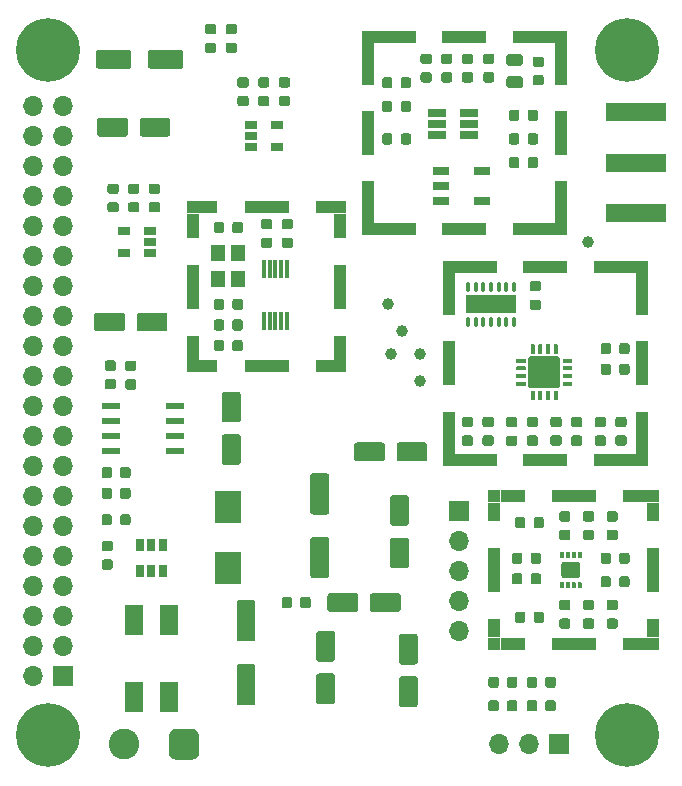
<source format=gts>
G04 #@! TF.GenerationSoftware,KiCad,Pcbnew,(5.1.4)-1*
G04 #@! TF.CreationDate,2019-09-05T19:32:48+02:00*
G04 #@! TF.ProjectId,rf-receiver,72662d72-6563-4656-9976-65722e6b6963,rev?*
G04 #@! TF.SameCoordinates,Original*
G04 #@! TF.FileFunction,Soldermask,Top*
G04 #@! TF.FilePolarity,Negative*
%FSLAX46Y46*%
G04 Gerber Fmt 4.6, Leading zero omitted, Abs format (unit mm)*
G04 Created by KiCad (PCBNEW (5.1.4)-1) date 2019-09-05 19:32:48*
%MOMM*%
%LPD*%
G04 APERTURE LIST*
%ADD10R,1.500000X2.500000*%
%ADD11C,0.100000*%
%ADD12C,1.600000*%
%ADD13C,0.875000*%
%ADD14R,2.200000X2.700000*%
%ADD15O,0.350000X0.850000*%
%ADD16R,4.250000X1.650000*%
%ADD17R,1.000000X2.130000*%
%ADD18R,1.000000X3.800000*%
%ADD19R,1.650000X1.000000*%
%ADD20R,3.800000X1.000000*%
%ADD21R,1.000000X1.000000*%
%ADD22R,2.130000X1.000000*%
%ADD23R,1.000000X1.650000*%
%ADD24R,1.000000X3.550000*%
%ADD25R,3.550000X1.000000*%
%ADD26C,0.350000*%
%ADD27C,2.700000*%
%ADD28C,1.400000*%
%ADD29O,1.700000X1.700000*%
%ADD30R,1.700000X1.700000*%
%ADD31R,1.200000X1.400000*%
%ADD32R,1.060000X0.650000*%
%ADD33C,1.000000*%
%ADD34R,0.400000X1.550000*%
%ADD35C,2.600000*%
%ADD36R,0.650000X1.060000*%
%ADD37R,1.550000X0.600000*%
%ADD38C,5.400000*%
%ADD39C,0.975000*%
%ADD40R,5.080000X1.500000*%
%ADD41R,1.560000X0.650000*%
%ADD42R,1.400000X0.760000*%
G04 APERTURE END LIST*
D10*
X86250000Y-116000000D03*
X89250000Y-116000000D03*
X86250000Y-109500000D03*
X89250000Y-109500000D03*
D11*
G36*
X95074504Y-93751204D02*
G01*
X95098773Y-93754804D01*
X95122571Y-93760765D01*
X95145671Y-93769030D01*
X95167849Y-93779520D01*
X95188893Y-93792133D01*
X95208598Y-93806747D01*
X95226777Y-93823223D01*
X95243253Y-93841402D01*
X95257867Y-93861107D01*
X95270480Y-93882151D01*
X95280970Y-93904329D01*
X95289235Y-93927429D01*
X95295196Y-93951227D01*
X95298796Y-93975496D01*
X95300000Y-94000000D01*
X95300000Y-96100000D01*
X95298796Y-96124504D01*
X95295196Y-96148773D01*
X95289235Y-96172571D01*
X95280970Y-96195671D01*
X95270480Y-96217849D01*
X95257867Y-96238893D01*
X95243253Y-96258598D01*
X95226777Y-96276777D01*
X95208598Y-96293253D01*
X95188893Y-96307867D01*
X95167849Y-96320480D01*
X95145671Y-96330970D01*
X95122571Y-96339235D01*
X95098773Y-96345196D01*
X95074504Y-96348796D01*
X95050000Y-96350000D01*
X93950000Y-96350000D01*
X93925496Y-96348796D01*
X93901227Y-96345196D01*
X93877429Y-96339235D01*
X93854329Y-96330970D01*
X93832151Y-96320480D01*
X93811107Y-96307867D01*
X93791402Y-96293253D01*
X93773223Y-96276777D01*
X93756747Y-96258598D01*
X93742133Y-96238893D01*
X93729520Y-96217849D01*
X93719030Y-96195671D01*
X93710765Y-96172571D01*
X93704804Y-96148773D01*
X93701204Y-96124504D01*
X93700000Y-96100000D01*
X93700000Y-94000000D01*
X93701204Y-93975496D01*
X93704804Y-93951227D01*
X93710765Y-93927429D01*
X93719030Y-93904329D01*
X93729520Y-93882151D01*
X93742133Y-93861107D01*
X93756747Y-93841402D01*
X93773223Y-93823223D01*
X93791402Y-93806747D01*
X93811107Y-93792133D01*
X93832151Y-93779520D01*
X93854329Y-93769030D01*
X93877429Y-93760765D01*
X93901227Y-93754804D01*
X93925496Y-93751204D01*
X93950000Y-93750000D01*
X95050000Y-93750000D01*
X95074504Y-93751204D01*
X95074504Y-93751204D01*
G37*
D12*
X94500000Y-95050000D03*
D11*
G36*
X95074504Y-90151204D02*
G01*
X95098773Y-90154804D01*
X95122571Y-90160765D01*
X95145671Y-90169030D01*
X95167849Y-90179520D01*
X95188893Y-90192133D01*
X95208598Y-90206747D01*
X95226777Y-90223223D01*
X95243253Y-90241402D01*
X95257867Y-90261107D01*
X95270480Y-90282151D01*
X95280970Y-90304329D01*
X95289235Y-90327429D01*
X95295196Y-90351227D01*
X95298796Y-90375496D01*
X95300000Y-90400000D01*
X95300000Y-92500000D01*
X95298796Y-92524504D01*
X95295196Y-92548773D01*
X95289235Y-92572571D01*
X95280970Y-92595671D01*
X95270480Y-92617849D01*
X95257867Y-92638893D01*
X95243253Y-92658598D01*
X95226777Y-92676777D01*
X95208598Y-92693253D01*
X95188893Y-92707867D01*
X95167849Y-92720480D01*
X95145671Y-92730970D01*
X95122571Y-92739235D01*
X95098773Y-92745196D01*
X95074504Y-92748796D01*
X95050000Y-92750000D01*
X93950000Y-92750000D01*
X93925496Y-92748796D01*
X93901227Y-92745196D01*
X93877429Y-92739235D01*
X93854329Y-92730970D01*
X93832151Y-92720480D01*
X93811107Y-92707867D01*
X93791402Y-92693253D01*
X93773223Y-92676777D01*
X93756747Y-92658598D01*
X93742133Y-92638893D01*
X93729520Y-92617849D01*
X93719030Y-92595671D01*
X93710765Y-92572571D01*
X93704804Y-92548773D01*
X93701204Y-92524504D01*
X93700000Y-92500000D01*
X93700000Y-90400000D01*
X93701204Y-90375496D01*
X93704804Y-90351227D01*
X93710765Y-90327429D01*
X93719030Y-90304329D01*
X93729520Y-90282151D01*
X93742133Y-90261107D01*
X93756747Y-90241402D01*
X93773223Y-90223223D01*
X93791402Y-90206747D01*
X93811107Y-90192133D01*
X93832151Y-90179520D01*
X93854329Y-90169030D01*
X93877429Y-90160765D01*
X93901227Y-90154804D01*
X93925496Y-90151204D01*
X93950000Y-90150000D01*
X95050000Y-90150000D01*
X95074504Y-90151204D01*
X95074504Y-90151204D01*
G37*
D12*
X94500000Y-91450000D03*
D11*
G36*
X85524504Y-66951204D02*
G01*
X85548773Y-66954804D01*
X85572571Y-66960765D01*
X85595671Y-66969030D01*
X85617849Y-66979520D01*
X85638893Y-66992133D01*
X85658598Y-67006747D01*
X85676777Y-67023223D01*
X85693253Y-67041402D01*
X85707867Y-67061107D01*
X85720480Y-67082151D01*
X85730970Y-67104329D01*
X85739235Y-67127429D01*
X85745196Y-67151227D01*
X85748796Y-67175496D01*
X85750000Y-67200000D01*
X85750000Y-68300000D01*
X85748796Y-68324504D01*
X85745196Y-68348773D01*
X85739235Y-68372571D01*
X85730970Y-68395671D01*
X85720480Y-68417849D01*
X85707867Y-68438893D01*
X85693253Y-68458598D01*
X85676777Y-68476777D01*
X85658598Y-68493253D01*
X85638893Y-68507867D01*
X85617849Y-68520480D01*
X85595671Y-68530970D01*
X85572571Y-68539235D01*
X85548773Y-68545196D01*
X85524504Y-68548796D01*
X85500000Y-68550000D01*
X83400000Y-68550000D01*
X83375496Y-68548796D01*
X83351227Y-68545196D01*
X83327429Y-68539235D01*
X83304329Y-68530970D01*
X83282151Y-68520480D01*
X83261107Y-68507867D01*
X83241402Y-68493253D01*
X83223223Y-68476777D01*
X83206747Y-68458598D01*
X83192133Y-68438893D01*
X83179520Y-68417849D01*
X83169030Y-68395671D01*
X83160765Y-68372571D01*
X83154804Y-68348773D01*
X83151204Y-68324504D01*
X83150000Y-68300000D01*
X83150000Y-67200000D01*
X83151204Y-67175496D01*
X83154804Y-67151227D01*
X83160765Y-67127429D01*
X83169030Y-67104329D01*
X83179520Y-67082151D01*
X83192133Y-67061107D01*
X83206747Y-67041402D01*
X83223223Y-67023223D01*
X83241402Y-67006747D01*
X83261107Y-66992133D01*
X83282151Y-66979520D01*
X83304329Y-66969030D01*
X83327429Y-66960765D01*
X83351227Y-66954804D01*
X83375496Y-66951204D01*
X83400000Y-66950000D01*
X85500000Y-66950000D01*
X85524504Y-66951204D01*
X85524504Y-66951204D01*
G37*
D12*
X84450000Y-67750000D03*
D11*
G36*
X89124504Y-66951204D02*
G01*
X89148773Y-66954804D01*
X89172571Y-66960765D01*
X89195671Y-66969030D01*
X89217849Y-66979520D01*
X89238893Y-66992133D01*
X89258598Y-67006747D01*
X89276777Y-67023223D01*
X89293253Y-67041402D01*
X89307867Y-67061107D01*
X89320480Y-67082151D01*
X89330970Y-67104329D01*
X89339235Y-67127429D01*
X89345196Y-67151227D01*
X89348796Y-67175496D01*
X89350000Y-67200000D01*
X89350000Y-68300000D01*
X89348796Y-68324504D01*
X89345196Y-68348773D01*
X89339235Y-68372571D01*
X89330970Y-68395671D01*
X89320480Y-68417849D01*
X89307867Y-68438893D01*
X89293253Y-68458598D01*
X89276777Y-68476777D01*
X89258598Y-68493253D01*
X89238893Y-68507867D01*
X89217849Y-68520480D01*
X89195671Y-68530970D01*
X89172571Y-68539235D01*
X89148773Y-68545196D01*
X89124504Y-68548796D01*
X89100000Y-68550000D01*
X87000000Y-68550000D01*
X86975496Y-68548796D01*
X86951227Y-68545196D01*
X86927429Y-68539235D01*
X86904329Y-68530970D01*
X86882151Y-68520480D01*
X86861107Y-68507867D01*
X86841402Y-68493253D01*
X86823223Y-68476777D01*
X86806747Y-68458598D01*
X86792133Y-68438893D01*
X86779520Y-68417849D01*
X86769030Y-68395671D01*
X86760765Y-68372571D01*
X86754804Y-68348773D01*
X86751204Y-68324504D01*
X86750000Y-68300000D01*
X86750000Y-67200000D01*
X86751204Y-67175496D01*
X86754804Y-67151227D01*
X86760765Y-67127429D01*
X86769030Y-67104329D01*
X86779520Y-67082151D01*
X86792133Y-67061107D01*
X86806747Y-67041402D01*
X86823223Y-67023223D01*
X86841402Y-67006747D01*
X86861107Y-66992133D01*
X86882151Y-66979520D01*
X86904329Y-66969030D01*
X86927429Y-66960765D01*
X86951227Y-66954804D01*
X86975496Y-66951204D01*
X87000000Y-66950000D01*
X89100000Y-66950000D01*
X89124504Y-66951204D01*
X89124504Y-66951204D01*
G37*
D12*
X88050000Y-67750000D03*
D11*
G36*
X85274504Y-83451204D02*
G01*
X85298773Y-83454804D01*
X85322571Y-83460765D01*
X85345671Y-83469030D01*
X85367849Y-83479520D01*
X85388893Y-83492133D01*
X85408598Y-83506747D01*
X85426777Y-83523223D01*
X85443253Y-83541402D01*
X85457867Y-83561107D01*
X85470480Y-83582151D01*
X85480970Y-83604329D01*
X85489235Y-83627429D01*
X85495196Y-83651227D01*
X85498796Y-83675496D01*
X85500000Y-83700000D01*
X85500000Y-84800000D01*
X85498796Y-84824504D01*
X85495196Y-84848773D01*
X85489235Y-84872571D01*
X85480970Y-84895671D01*
X85470480Y-84917849D01*
X85457867Y-84938893D01*
X85443253Y-84958598D01*
X85426777Y-84976777D01*
X85408598Y-84993253D01*
X85388893Y-85007867D01*
X85367849Y-85020480D01*
X85345671Y-85030970D01*
X85322571Y-85039235D01*
X85298773Y-85045196D01*
X85274504Y-85048796D01*
X85250000Y-85050000D01*
X83150000Y-85050000D01*
X83125496Y-85048796D01*
X83101227Y-85045196D01*
X83077429Y-85039235D01*
X83054329Y-85030970D01*
X83032151Y-85020480D01*
X83011107Y-85007867D01*
X82991402Y-84993253D01*
X82973223Y-84976777D01*
X82956747Y-84958598D01*
X82942133Y-84938893D01*
X82929520Y-84917849D01*
X82919030Y-84895671D01*
X82910765Y-84872571D01*
X82904804Y-84848773D01*
X82901204Y-84824504D01*
X82900000Y-84800000D01*
X82900000Y-83700000D01*
X82901204Y-83675496D01*
X82904804Y-83651227D01*
X82910765Y-83627429D01*
X82919030Y-83604329D01*
X82929520Y-83582151D01*
X82942133Y-83561107D01*
X82956747Y-83541402D01*
X82973223Y-83523223D01*
X82991402Y-83506747D01*
X83011107Y-83492133D01*
X83032151Y-83479520D01*
X83054329Y-83469030D01*
X83077429Y-83460765D01*
X83101227Y-83454804D01*
X83125496Y-83451204D01*
X83150000Y-83450000D01*
X85250000Y-83450000D01*
X85274504Y-83451204D01*
X85274504Y-83451204D01*
G37*
D12*
X84200000Y-84250000D03*
D11*
G36*
X88874504Y-83451204D02*
G01*
X88898773Y-83454804D01*
X88922571Y-83460765D01*
X88945671Y-83469030D01*
X88967849Y-83479520D01*
X88988893Y-83492133D01*
X89008598Y-83506747D01*
X89026777Y-83523223D01*
X89043253Y-83541402D01*
X89057867Y-83561107D01*
X89070480Y-83582151D01*
X89080970Y-83604329D01*
X89089235Y-83627429D01*
X89095196Y-83651227D01*
X89098796Y-83675496D01*
X89100000Y-83700000D01*
X89100000Y-84800000D01*
X89098796Y-84824504D01*
X89095196Y-84848773D01*
X89089235Y-84872571D01*
X89080970Y-84895671D01*
X89070480Y-84917849D01*
X89057867Y-84938893D01*
X89043253Y-84958598D01*
X89026777Y-84976777D01*
X89008598Y-84993253D01*
X88988893Y-85007867D01*
X88967849Y-85020480D01*
X88945671Y-85030970D01*
X88922571Y-85039235D01*
X88898773Y-85045196D01*
X88874504Y-85048796D01*
X88850000Y-85050000D01*
X86750000Y-85050000D01*
X86725496Y-85048796D01*
X86701227Y-85045196D01*
X86677429Y-85039235D01*
X86654329Y-85030970D01*
X86632151Y-85020480D01*
X86611107Y-85007867D01*
X86591402Y-84993253D01*
X86573223Y-84976777D01*
X86556747Y-84958598D01*
X86542133Y-84938893D01*
X86529520Y-84917849D01*
X86519030Y-84895671D01*
X86510765Y-84872571D01*
X86504804Y-84848773D01*
X86501204Y-84824504D01*
X86500000Y-84800000D01*
X86500000Y-83700000D01*
X86501204Y-83675496D01*
X86504804Y-83651227D01*
X86510765Y-83627429D01*
X86519030Y-83604329D01*
X86529520Y-83582151D01*
X86542133Y-83561107D01*
X86556747Y-83541402D01*
X86573223Y-83523223D01*
X86591402Y-83506747D01*
X86611107Y-83492133D01*
X86632151Y-83479520D01*
X86654329Y-83469030D01*
X86677429Y-83460765D01*
X86701227Y-83454804D01*
X86725496Y-83451204D01*
X86750000Y-83450000D01*
X88850000Y-83450000D01*
X88874504Y-83451204D01*
X88874504Y-83451204D01*
G37*
D12*
X87800000Y-84250000D03*
D11*
G36*
X108624504Y-107201204D02*
G01*
X108648773Y-107204804D01*
X108672571Y-107210765D01*
X108695671Y-107219030D01*
X108717849Y-107229520D01*
X108738893Y-107242133D01*
X108758598Y-107256747D01*
X108776777Y-107273223D01*
X108793253Y-107291402D01*
X108807867Y-107311107D01*
X108820480Y-107332151D01*
X108830970Y-107354329D01*
X108839235Y-107377429D01*
X108845196Y-107401227D01*
X108848796Y-107425496D01*
X108850000Y-107450000D01*
X108850000Y-108550000D01*
X108848796Y-108574504D01*
X108845196Y-108598773D01*
X108839235Y-108622571D01*
X108830970Y-108645671D01*
X108820480Y-108667849D01*
X108807867Y-108688893D01*
X108793253Y-108708598D01*
X108776777Y-108726777D01*
X108758598Y-108743253D01*
X108738893Y-108757867D01*
X108717849Y-108770480D01*
X108695671Y-108780970D01*
X108672571Y-108789235D01*
X108648773Y-108795196D01*
X108624504Y-108798796D01*
X108600000Y-108800000D01*
X106500000Y-108800000D01*
X106475496Y-108798796D01*
X106451227Y-108795196D01*
X106427429Y-108789235D01*
X106404329Y-108780970D01*
X106382151Y-108770480D01*
X106361107Y-108757867D01*
X106341402Y-108743253D01*
X106323223Y-108726777D01*
X106306747Y-108708598D01*
X106292133Y-108688893D01*
X106279520Y-108667849D01*
X106269030Y-108645671D01*
X106260765Y-108622571D01*
X106254804Y-108598773D01*
X106251204Y-108574504D01*
X106250000Y-108550000D01*
X106250000Y-107450000D01*
X106251204Y-107425496D01*
X106254804Y-107401227D01*
X106260765Y-107377429D01*
X106269030Y-107354329D01*
X106279520Y-107332151D01*
X106292133Y-107311107D01*
X106306747Y-107291402D01*
X106323223Y-107273223D01*
X106341402Y-107256747D01*
X106361107Y-107242133D01*
X106382151Y-107229520D01*
X106404329Y-107219030D01*
X106427429Y-107210765D01*
X106451227Y-107204804D01*
X106475496Y-107201204D01*
X106500000Y-107200000D01*
X108600000Y-107200000D01*
X108624504Y-107201204D01*
X108624504Y-107201204D01*
G37*
D12*
X107550000Y-108000000D03*
D11*
G36*
X105024504Y-107201204D02*
G01*
X105048773Y-107204804D01*
X105072571Y-107210765D01*
X105095671Y-107219030D01*
X105117849Y-107229520D01*
X105138893Y-107242133D01*
X105158598Y-107256747D01*
X105176777Y-107273223D01*
X105193253Y-107291402D01*
X105207867Y-107311107D01*
X105220480Y-107332151D01*
X105230970Y-107354329D01*
X105239235Y-107377429D01*
X105245196Y-107401227D01*
X105248796Y-107425496D01*
X105250000Y-107450000D01*
X105250000Y-108550000D01*
X105248796Y-108574504D01*
X105245196Y-108598773D01*
X105239235Y-108622571D01*
X105230970Y-108645671D01*
X105220480Y-108667849D01*
X105207867Y-108688893D01*
X105193253Y-108708598D01*
X105176777Y-108726777D01*
X105158598Y-108743253D01*
X105138893Y-108757867D01*
X105117849Y-108770480D01*
X105095671Y-108780970D01*
X105072571Y-108789235D01*
X105048773Y-108795196D01*
X105024504Y-108798796D01*
X105000000Y-108800000D01*
X102900000Y-108800000D01*
X102875496Y-108798796D01*
X102851227Y-108795196D01*
X102827429Y-108789235D01*
X102804329Y-108780970D01*
X102782151Y-108770480D01*
X102761107Y-108757867D01*
X102741402Y-108743253D01*
X102723223Y-108726777D01*
X102706747Y-108708598D01*
X102692133Y-108688893D01*
X102679520Y-108667849D01*
X102669030Y-108645671D01*
X102660765Y-108622571D01*
X102654804Y-108598773D01*
X102651204Y-108574504D01*
X102650000Y-108550000D01*
X102650000Y-107450000D01*
X102651204Y-107425496D01*
X102654804Y-107401227D01*
X102660765Y-107377429D01*
X102669030Y-107354329D01*
X102679520Y-107332151D01*
X102692133Y-107311107D01*
X102706747Y-107291402D01*
X102723223Y-107273223D01*
X102741402Y-107256747D01*
X102761107Y-107242133D01*
X102782151Y-107229520D01*
X102804329Y-107219030D01*
X102827429Y-107210765D01*
X102851227Y-107204804D01*
X102875496Y-107201204D01*
X102900000Y-107200000D01*
X105000000Y-107200000D01*
X105024504Y-107201204D01*
X105024504Y-107201204D01*
G37*
D12*
X103950000Y-108000000D03*
D11*
G36*
X110074504Y-114251204D02*
G01*
X110098773Y-114254804D01*
X110122571Y-114260765D01*
X110145671Y-114269030D01*
X110167849Y-114279520D01*
X110188893Y-114292133D01*
X110208598Y-114306747D01*
X110226777Y-114323223D01*
X110243253Y-114341402D01*
X110257867Y-114361107D01*
X110270480Y-114382151D01*
X110280970Y-114404329D01*
X110289235Y-114427429D01*
X110295196Y-114451227D01*
X110298796Y-114475496D01*
X110300000Y-114500000D01*
X110300000Y-116600000D01*
X110298796Y-116624504D01*
X110295196Y-116648773D01*
X110289235Y-116672571D01*
X110280970Y-116695671D01*
X110270480Y-116717849D01*
X110257867Y-116738893D01*
X110243253Y-116758598D01*
X110226777Y-116776777D01*
X110208598Y-116793253D01*
X110188893Y-116807867D01*
X110167849Y-116820480D01*
X110145671Y-116830970D01*
X110122571Y-116839235D01*
X110098773Y-116845196D01*
X110074504Y-116848796D01*
X110050000Y-116850000D01*
X108950000Y-116850000D01*
X108925496Y-116848796D01*
X108901227Y-116845196D01*
X108877429Y-116839235D01*
X108854329Y-116830970D01*
X108832151Y-116820480D01*
X108811107Y-116807867D01*
X108791402Y-116793253D01*
X108773223Y-116776777D01*
X108756747Y-116758598D01*
X108742133Y-116738893D01*
X108729520Y-116717849D01*
X108719030Y-116695671D01*
X108710765Y-116672571D01*
X108704804Y-116648773D01*
X108701204Y-116624504D01*
X108700000Y-116600000D01*
X108700000Y-114500000D01*
X108701204Y-114475496D01*
X108704804Y-114451227D01*
X108710765Y-114427429D01*
X108719030Y-114404329D01*
X108729520Y-114382151D01*
X108742133Y-114361107D01*
X108756747Y-114341402D01*
X108773223Y-114323223D01*
X108791402Y-114306747D01*
X108811107Y-114292133D01*
X108832151Y-114279520D01*
X108854329Y-114269030D01*
X108877429Y-114260765D01*
X108901227Y-114254804D01*
X108925496Y-114251204D01*
X108950000Y-114250000D01*
X110050000Y-114250000D01*
X110074504Y-114251204D01*
X110074504Y-114251204D01*
G37*
D12*
X109500000Y-115550000D03*
D11*
G36*
X110074504Y-110651204D02*
G01*
X110098773Y-110654804D01*
X110122571Y-110660765D01*
X110145671Y-110669030D01*
X110167849Y-110679520D01*
X110188893Y-110692133D01*
X110208598Y-110706747D01*
X110226777Y-110723223D01*
X110243253Y-110741402D01*
X110257867Y-110761107D01*
X110270480Y-110782151D01*
X110280970Y-110804329D01*
X110289235Y-110827429D01*
X110295196Y-110851227D01*
X110298796Y-110875496D01*
X110300000Y-110900000D01*
X110300000Y-113000000D01*
X110298796Y-113024504D01*
X110295196Y-113048773D01*
X110289235Y-113072571D01*
X110280970Y-113095671D01*
X110270480Y-113117849D01*
X110257867Y-113138893D01*
X110243253Y-113158598D01*
X110226777Y-113176777D01*
X110208598Y-113193253D01*
X110188893Y-113207867D01*
X110167849Y-113220480D01*
X110145671Y-113230970D01*
X110122571Y-113239235D01*
X110098773Y-113245196D01*
X110074504Y-113248796D01*
X110050000Y-113250000D01*
X108950000Y-113250000D01*
X108925496Y-113248796D01*
X108901227Y-113245196D01*
X108877429Y-113239235D01*
X108854329Y-113230970D01*
X108832151Y-113220480D01*
X108811107Y-113207867D01*
X108791402Y-113193253D01*
X108773223Y-113176777D01*
X108756747Y-113158598D01*
X108742133Y-113138893D01*
X108729520Y-113117849D01*
X108719030Y-113095671D01*
X108710765Y-113072571D01*
X108704804Y-113048773D01*
X108701204Y-113024504D01*
X108700000Y-113000000D01*
X108700000Y-110900000D01*
X108701204Y-110875496D01*
X108704804Y-110851227D01*
X108710765Y-110827429D01*
X108719030Y-110804329D01*
X108729520Y-110782151D01*
X108742133Y-110761107D01*
X108756747Y-110741402D01*
X108773223Y-110723223D01*
X108791402Y-110706747D01*
X108811107Y-110692133D01*
X108832151Y-110679520D01*
X108854329Y-110669030D01*
X108877429Y-110660765D01*
X108901227Y-110654804D01*
X108925496Y-110651204D01*
X108950000Y-110650000D01*
X110050000Y-110650000D01*
X110074504Y-110651204D01*
X110074504Y-110651204D01*
G37*
D12*
X109500000Y-111950000D03*
D11*
G36*
X103074504Y-114001204D02*
G01*
X103098773Y-114004804D01*
X103122571Y-114010765D01*
X103145671Y-114019030D01*
X103167849Y-114029520D01*
X103188893Y-114042133D01*
X103208598Y-114056747D01*
X103226777Y-114073223D01*
X103243253Y-114091402D01*
X103257867Y-114111107D01*
X103270480Y-114132151D01*
X103280970Y-114154329D01*
X103289235Y-114177429D01*
X103295196Y-114201227D01*
X103298796Y-114225496D01*
X103300000Y-114250000D01*
X103300000Y-116350000D01*
X103298796Y-116374504D01*
X103295196Y-116398773D01*
X103289235Y-116422571D01*
X103280970Y-116445671D01*
X103270480Y-116467849D01*
X103257867Y-116488893D01*
X103243253Y-116508598D01*
X103226777Y-116526777D01*
X103208598Y-116543253D01*
X103188893Y-116557867D01*
X103167849Y-116570480D01*
X103145671Y-116580970D01*
X103122571Y-116589235D01*
X103098773Y-116595196D01*
X103074504Y-116598796D01*
X103050000Y-116600000D01*
X101950000Y-116600000D01*
X101925496Y-116598796D01*
X101901227Y-116595196D01*
X101877429Y-116589235D01*
X101854329Y-116580970D01*
X101832151Y-116570480D01*
X101811107Y-116557867D01*
X101791402Y-116543253D01*
X101773223Y-116526777D01*
X101756747Y-116508598D01*
X101742133Y-116488893D01*
X101729520Y-116467849D01*
X101719030Y-116445671D01*
X101710765Y-116422571D01*
X101704804Y-116398773D01*
X101701204Y-116374504D01*
X101700000Y-116350000D01*
X101700000Y-114250000D01*
X101701204Y-114225496D01*
X101704804Y-114201227D01*
X101710765Y-114177429D01*
X101719030Y-114154329D01*
X101729520Y-114132151D01*
X101742133Y-114111107D01*
X101756747Y-114091402D01*
X101773223Y-114073223D01*
X101791402Y-114056747D01*
X101811107Y-114042133D01*
X101832151Y-114029520D01*
X101854329Y-114019030D01*
X101877429Y-114010765D01*
X101901227Y-114004804D01*
X101925496Y-114001204D01*
X101950000Y-114000000D01*
X103050000Y-114000000D01*
X103074504Y-114001204D01*
X103074504Y-114001204D01*
G37*
D12*
X102500000Y-115300000D03*
D11*
G36*
X103074504Y-110401204D02*
G01*
X103098773Y-110404804D01*
X103122571Y-110410765D01*
X103145671Y-110419030D01*
X103167849Y-110429520D01*
X103188893Y-110442133D01*
X103208598Y-110456747D01*
X103226777Y-110473223D01*
X103243253Y-110491402D01*
X103257867Y-110511107D01*
X103270480Y-110532151D01*
X103280970Y-110554329D01*
X103289235Y-110577429D01*
X103295196Y-110601227D01*
X103298796Y-110625496D01*
X103300000Y-110650000D01*
X103300000Y-112750000D01*
X103298796Y-112774504D01*
X103295196Y-112798773D01*
X103289235Y-112822571D01*
X103280970Y-112845671D01*
X103270480Y-112867849D01*
X103257867Y-112888893D01*
X103243253Y-112908598D01*
X103226777Y-112926777D01*
X103208598Y-112943253D01*
X103188893Y-112957867D01*
X103167849Y-112970480D01*
X103145671Y-112980970D01*
X103122571Y-112989235D01*
X103098773Y-112995196D01*
X103074504Y-112998796D01*
X103050000Y-113000000D01*
X101950000Y-113000000D01*
X101925496Y-112998796D01*
X101901227Y-112995196D01*
X101877429Y-112989235D01*
X101854329Y-112980970D01*
X101832151Y-112970480D01*
X101811107Y-112957867D01*
X101791402Y-112943253D01*
X101773223Y-112926777D01*
X101756747Y-112908598D01*
X101742133Y-112888893D01*
X101729520Y-112867849D01*
X101719030Y-112845671D01*
X101710765Y-112822571D01*
X101704804Y-112798773D01*
X101701204Y-112774504D01*
X101700000Y-112750000D01*
X101700000Y-110650000D01*
X101701204Y-110625496D01*
X101704804Y-110601227D01*
X101710765Y-110577429D01*
X101719030Y-110554329D01*
X101729520Y-110532151D01*
X101742133Y-110511107D01*
X101756747Y-110491402D01*
X101773223Y-110473223D01*
X101791402Y-110456747D01*
X101811107Y-110442133D01*
X101832151Y-110429520D01*
X101854329Y-110419030D01*
X101877429Y-110410765D01*
X101901227Y-110404804D01*
X101925496Y-110401204D01*
X101950000Y-110400000D01*
X103050000Y-110400000D01*
X103074504Y-110401204D01*
X103074504Y-110401204D01*
G37*
D12*
X102500000Y-111700000D03*
D11*
G36*
X126452691Y-105776053D02*
G01*
X126473926Y-105779203D01*
X126494750Y-105784419D01*
X126514962Y-105791651D01*
X126534368Y-105800830D01*
X126552781Y-105811866D01*
X126570024Y-105824654D01*
X126585930Y-105839070D01*
X126600346Y-105854976D01*
X126613134Y-105872219D01*
X126624170Y-105890632D01*
X126633349Y-105910038D01*
X126640581Y-105930250D01*
X126645797Y-105951074D01*
X126648947Y-105972309D01*
X126650000Y-105993750D01*
X126650000Y-106506250D01*
X126648947Y-106527691D01*
X126645797Y-106548926D01*
X126640581Y-106569750D01*
X126633349Y-106589962D01*
X126624170Y-106609368D01*
X126613134Y-106627781D01*
X126600346Y-106645024D01*
X126585930Y-106660930D01*
X126570024Y-106675346D01*
X126552781Y-106688134D01*
X126534368Y-106699170D01*
X126514962Y-106708349D01*
X126494750Y-106715581D01*
X126473926Y-106720797D01*
X126452691Y-106723947D01*
X126431250Y-106725000D01*
X125993750Y-106725000D01*
X125972309Y-106723947D01*
X125951074Y-106720797D01*
X125930250Y-106715581D01*
X125910038Y-106708349D01*
X125890632Y-106699170D01*
X125872219Y-106688134D01*
X125854976Y-106675346D01*
X125839070Y-106660930D01*
X125824654Y-106645024D01*
X125811866Y-106627781D01*
X125800830Y-106609368D01*
X125791651Y-106589962D01*
X125784419Y-106569750D01*
X125779203Y-106548926D01*
X125776053Y-106527691D01*
X125775000Y-106506250D01*
X125775000Y-105993750D01*
X125776053Y-105972309D01*
X125779203Y-105951074D01*
X125784419Y-105930250D01*
X125791651Y-105910038D01*
X125800830Y-105890632D01*
X125811866Y-105872219D01*
X125824654Y-105854976D01*
X125839070Y-105839070D01*
X125854976Y-105824654D01*
X125872219Y-105811866D01*
X125890632Y-105800830D01*
X125910038Y-105791651D01*
X125930250Y-105784419D01*
X125951074Y-105779203D01*
X125972309Y-105776053D01*
X125993750Y-105775000D01*
X126431250Y-105775000D01*
X126452691Y-105776053D01*
X126452691Y-105776053D01*
G37*
D13*
X126212500Y-106250000D03*
D11*
G36*
X128027691Y-105776053D02*
G01*
X128048926Y-105779203D01*
X128069750Y-105784419D01*
X128089962Y-105791651D01*
X128109368Y-105800830D01*
X128127781Y-105811866D01*
X128145024Y-105824654D01*
X128160930Y-105839070D01*
X128175346Y-105854976D01*
X128188134Y-105872219D01*
X128199170Y-105890632D01*
X128208349Y-105910038D01*
X128215581Y-105930250D01*
X128220797Y-105951074D01*
X128223947Y-105972309D01*
X128225000Y-105993750D01*
X128225000Y-106506250D01*
X128223947Y-106527691D01*
X128220797Y-106548926D01*
X128215581Y-106569750D01*
X128208349Y-106589962D01*
X128199170Y-106609368D01*
X128188134Y-106627781D01*
X128175346Y-106645024D01*
X128160930Y-106660930D01*
X128145024Y-106675346D01*
X128127781Y-106688134D01*
X128109368Y-106699170D01*
X128089962Y-106708349D01*
X128069750Y-106715581D01*
X128048926Y-106720797D01*
X128027691Y-106723947D01*
X128006250Y-106725000D01*
X127568750Y-106725000D01*
X127547309Y-106723947D01*
X127526074Y-106720797D01*
X127505250Y-106715581D01*
X127485038Y-106708349D01*
X127465632Y-106699170D01*
X127447219Y-106688134D01*
X127429976Y-106675346D01*
X127414070Y-106660930D01*
X127399654Y-106645024D01*
X127386866Y-106627781D01*
X127375830Y-106609368D01*
X127366651Y-106589962D01*
X127359419Y-106569750D01*
X127354203Y-106548926D01*
X127351053Y-106527691D01*
X127350000Y-106506250D01*
X127350000Y-105993750D01*
X127351053Y-105972309D01*
X127354203Y-105951074D01*
X127359419Y-105930250D01*
X127366651Y-105910038D01*
X127375830Y-105890632D01*
X127386866Y-105872219D01*
X127399654Y-105854976D01*
X127414070Y-105839070D01*
X127429976Y-105824654D01*
X127447219Y-105811866D01*
X127465632Y-105800830D01*
X127485038Y-105791651D01*
X127505250Y-105784419D01*
X127526074Y-105779203D01*
X127547309Y-105776053D01*
X127568750Y-105775000D01*
X128006250Y-105775000D01*
X128027691Y-105776053D01*
X128027691Y-105776053D01*
G37*
D13*
X127787500Y-106250000D03*
D11*
G36*
X88277691Y-72526053D02*
G01*
X88298926Y-72529203D01*
X88319750Y-72534419D01*
X88339962Y-72541651D01*
X88359368Y-72550830D01*
X88377781Y-72561866D01*
X88395024Y-72574654D01*
X88410930Y-72589070D01*
X88425346Y-72604976D01*
X88438134Y-72622219D01*
X88449170Y-72640632D01*
X88458349Y-72660038D01*
X88465581Y-72680250D01*
X88470797Y-72701074D01*
X88473947Y-72722309D01*
X88475000Y-72743750D01*
X88475000Y-73181250D01*
X88473947Y-73202691D01*
X88470797Y-73223926D01*
X88465581Y-73244750D01*
X88458349Y-73264962D01*
X88449170Y-73284368D01*
X88438134Y-73302781D01*
X88425346Y-73320024D01*
X88410930Y-73335930D01*
X88395024Y-73350346D01*
X88377781Y-73363134D01*
X88359368Y-73374170D01*
X88339962Y-73383349D01*
X88319750Y-73390581D01*
X88298926Y-73395797D01*
X88277691Y-73398947D01*
X88256250Y-73400000D01*
X87743750Y-73400000D01*
X87722309Y-73398947D01*
X87701074Y-73395797D01*
X87680250Y-73390581D01*
X87660038Y-73383349D01*
X87640632Y-73374170D01*
X87622219Y-73363134D01*
X87604976Y-73350346D01*
X87589070Y-73335930D01*
X87574654Y-73320024D01*
X87561866Y-73302781D01*
X87550830Y-73284368D01*
X87541651Y-73264962D01*
X87534419Y-73244750D01*
X87529203Y-73223926D01*
X87526053Y-73202691D01*
X87525000Y-73181250D01*
X87525000Y-72743750D01*
X87526053Y-72722309D01*
X87529203Y-72701074D01*
X87534419Y-72680250D01*
X87541651Y-72660038D01*
X87550830Y-72640632D01*
X87561866Y-72622219D01*
X87574654Y-72604976D01*
X87589070Y-72589070D01*
X87604976Y-72574654D01*
X87622219Y-72561866D01*
X87640632Y-72550830D01*
X87660038Y-72541651D01*
X87680250Y-72534419D01*
X87701074Y-72529203D01*
X87722309Y-72526053D01*
X87743750Y-72525000D01*
X88256250Y-72525000D01*
X88277691Y-72526053D01*
X88277691Y-72526053D01*
G37*
D13*
X88000000Y-72962500D03*
D11*
G36*
X88277691Y-74101053D02*
G01*
X88298926Y-74104203D01*
X88319750Y-74109419D01*
X88339962Y-74116651D01*
X88359368Y-74125830D01*
X88377781Y-74136866D01*
X88395024Y-74149654D01*
X88410930Y-74164070D01*
X88425346Y-74179976D01*
X88438134Y-74197219D01*
X88449170Y-74215632D01*
X88458349Y-74235038D01*
X88465581Y-74255250D01*
X88470797Y-74276074D01*
X88473947Y-74297309D01*
X88475000Y-74318750D01*
X88475000Y-74756250D01*
X88473947Y-74777691D01*
X88470797Y-74798926D01*
X88465581Y-74819750D01*
X88458349Y-74839962D01*
X88449170Y-74859368D01*
X88438134Y-74877781D01*
X88425346Y-74895024D01*
X88410930Y-74910930D01*
X88395024Y-74925346D01*
X88377781Y-74938134D01*
X88359368Y-74949170D01*
X88339962Y-74958349D01*
X88319750Y-74965581D01*
X88298926Y-74970797D01*
X88277691Y-74973947D01*
X88256250Y-74975000D01*
X87743750Y-74975000D01*
X87722309Y-74973947D01*
X87701074Y-74970797D01*
X87680250Y-74965581D01*
X87660038Y-74958349D01*
X87640632Y-74949170D01*
X87622219Y-74938134D01*
X87604976Y-74925346D01*
X87589070Y-74910930D01*
X87574654Y-74895024D01*
X87561866Y-74877781D01*
X87550830Y-74859368D01*
X87541651Y-74839962D01*
X87534419Y-74819750D01*
X87529203Y-74798926D01*
X87526053Y-74777691D01*
X87525000Y-74756250D01*
X87525000Y-74318750D01*
X87526053Y-74297309D01*
X87529203Y-74276074D01*
X87534419Y-74255250D01*
X87541651Y-74235038D01*
X87550830Y-74215632D01*
X87561866Y-74197219D01*
X87574654Y-74179976D01*
X87589070Y-74164070D01*
X87604976Y-74149654D01*
X87622219Y-74136866D01*
X87640632Y-74125830D01*
X87660038Y-74116651D01*
X87680250Y-74109419D01*
X87701074Y-74104203D01*
X87722309Y-74101053D01*
X87743750Y-74100000D01*
X88256250Y-74100000D01*
X88277691Y-74101053D01*
X88277691Y-74101053D01*
G37*
D13*
X88000000Y-74537500D03*
D11*
G36*
X84777691Y-72526053D02*
G01*
X84798926Y-72529203D01*
X84819750Y-72534419D01*
X84839962Y-72541651D01*
X84859368Y-72550830D01*
X84877781Y-72561866D01*
X84895024Y-72574654D01*
X84910930Y-72589070D01*
X84925346Y-72604976D01*
X84938134Y-72622219D01*
X84949170Y-72640632D01*
X84958349Y-72660038D01*
X84965581Y-72680250D01*
X84970797Y-72701074D01*
X84973947Y-72722309D01*
X84975000Y-72743750D01*
X84975000Y-73181250D01*
X84973947Y-73202691D01*
X84970797Y-73223926D01*
X84965581Y-73244750D01*
X84958349Y-73264962D01*
X84949170Y-73284368D01*
X84938134Y-73302781D01*
X84925346Y-73320024D01*
X84910930Y-73335930D01*
X84895024Y-73350346D01*
X84877781Y-73363134D01*
X84859368Y-73374170D01*
X84839962Y-73383349D01*
X84819750Y-73390581D01*
X84798926Y-73395797D01*
X84777691Y-73398947D01*
X84756250Y-73400000D01*
X84243750Y-73400000D01*
X84222309Y-73398947D01*
X84201074Y-73395797D01*
X84180250Y-73390581D01*
X84160038Y-73383349D01*
X84140632Y-73374170D01*
X84122219Y-73363134D01*
X84104976Y-73350346D01*
X84089070Y-73335930D01*
X84074654Y-73320024D01*
X84061866Y-73302781D01*
X84050830Y-73284368D01*
X84041651Y-73264962D01*
X84034419Y-73244750D01*
X84029203Y-73223926D01*
X84026053Y-73202691D01*
X84025000Y-73181250D01*
X84025000Y-72743750D01*
X84026053Y-72722309D01*
X84029203Y-72701074D01*
X84034419Y-72680250D01*
X84041651Y-72660038D01*
X84050830Y-72640632D01*
X84061866Y-72622219D01*
X84074654Y-72604976D01*
X84089070Y-72589070D01*
X84104976Y-72574654D01*
X84122219Y-72561866D01*
X84140632Y-72550830D01*
X84160038Y-72541651D01*
X84180250Y-72534419D01*
X84201074Y-72529203D01*
X84222309Y-72526053D01*
X84243750Y-72525000D01*
X84756250Y-72525000D01*
X84777691Y-72526053D01*
X84777691Y-72526053D01*
G37*
D13*
X84500000Y-72962500D03*
D11*
G36*
X84777691Y-74101053D02*
G01*
X84798926Y-74104203D01*
X84819750Y-74109419D01*
X84839962Y-74116651D01*
X84859368Y-74125830D01*
X84877781Y-74136866D01*
X84895024Y-74149654D01*
X84910930Y-74164070D01*
X84925346Y-74179976D01*
X84938134Y-74197219D01*
X84949170Y-74215632D01*
X84958349Y-74235038D01*
X84965581Y-74255250D01*
X84970797Y-74276074D01*
X84973947Y-74297309D01*
X84975000Y-74318750D01*
X84975000Y-74756250D01*
X84973947Y-74777691D01*
X84970797Y-74798926D01*
X84965581Y-74819750D01*
X84958349Y-74839962D01*
X84949170Y-74859368D01*
X84938134Y-74877781D01*
X84925346Y-74895024D01*
X84910930Y-74910930D01*
X84895024Y-74925346D01*
X84877781Y-74938134D01*
X84859368Y-74949170D01*
X84839962Y-74958349D01*
X84819750Y-74965581D01*
X84798926Y-74970797D01*
X84777691Y-74973947D01*
X84756250Y-74975000D01*
X84243750Y-74975000D01*
X84222309Y-74973947D01*
X84201074Y-74970797D01*
X84180250Y-74965581D01*
X84160038Y-74958349D01*
X84140632Y-74949170D01*
X84122219Y-74938134D01*
X84104976Y-74925346D01*
X84089070Y-74910930D01*
X84074654Y-74895024D01*
X84061866Y-74877781D01*
X84050830Y-74859368D01*
X84041651Y-74839962D01*
X84034419Y-74819750D01*
X84029203Y-74798926D01*
X84026053Y-74777691D01*
X84025000Y-74756250D01*
X84025000Y-74318750D01*
X84026053Y-74297309D01*
X84029203Y-74276074D01*
X84034419Y-74255250D01*
X84041651Y-74235038D01*
X84050830Y-74215632D01*
X84061866Y-74197219D01*
X84074654Y-74179976D01*
X84089070Y-74164070D01*
X84104976Y-74149654D01*
X84122219Y-74136866D01*
X84140632Y-74125830D01*
X84160038Y-74116651D01*
X84180250Y-74109419D01*
X84201074Y-74104203D01*
X84222309Y-74101053D01*
X84243750Y-74100000D01*
X84756250Y-74100000D01*
X84777691Y-74101053D01*
X84777691Y-74101053D01*
G37*
D13*
X84500000Y-74537500D03*
D11*
G36*
X95777691Y-65101053D02*
G01*
X95798926Y-65104203D01*
X95819750Y-65109419D01*
X95839962Y-65116651D01*
X95859368Y-65125830D01*
X95877781Y-65136866D01*
X95895024Y-65149654D01*
X95910930Y-65164070D01*
X95925346Y-65179976D01*
X95938134Y-65197219D01*
X95949170Y-65215632D01*
X95958349Y-65235038D01*
X95965581Y-65255250D01*
X95970797Y-65276074D01*
X95973947Y-65297309D01*
X95975000Y-65318750D01*
X95975000Y-65756250D01*
X95973947Y-65777691D01*
X95970797Y-65798926D01*
X95965581Y-65819750D01*
X95958349Y-65839962D01*
X95949170Y-65859368D01*
X95938134Y-65877781D01*
X95925346Y-65895024D01*
X95910930Y-65910930D01*
X95895024Y-65925346D01*
X95877781Y-65938134D01*
X95859368Y-65949170D01*
X95839962Y-65958349D01*
X95819750Y-65965581D01*
X95798926Y-65970797D01*
X95777691Y-65973947D01*
X95756250Y-65975000D01*
X95243750Y-65975000D01*
X95222309Y-65973947D01*
X95201074Y-65970797D01*
X95180250Y-65965581D01*
X95160038Y-65958349D01*
X95140632Y-65949170D01*
X95122219Y-65938134D01*
X95104976Y-65925346D01*
X95089070Y-65910930D01*
X95074654Y-65895024D01*
X95061866Y-65877781D01*
X95050830Y-65859368D01*
X95041651Y-65839962D01*
X95034419Y-65819750D01*
X95029203Y-65798926D01*
X95026053Y-65777691D01*
X95025000Y-65756250D01*
X95025000Y-65318750D01*
X95026053Y-65297309D01*
X95029203Y-65276074D01*
X95034419Y-65255250D01*
X95041651Y-65235038D01*
X95050830Y-65215632D01*
X95061866Y-65197219D01*
X95074654Y-65179976D01*
X95089070Y-65164070D01*
X95104976Y-65149654D01*
X95122219Y-65136866D01*
X95140632Y-65125830D01*
X95160038Y-65116651D01*
X95180250Y-65109419D01*
X95201074Y-65104203D01*
X95222309Y-65101053D01*
X95243750Y-65100000D01*
X95756250Y-65100000D01*
X95777691Y-65101053D01*
X95777691Y-65101053D01*
G37*
D13*
X95500000Y-65537500D03*
D11*
G36*
X95777691Y-63526053D02*
G01*
X95798926Y-63529203D01*
X95819750Y-63534419D01*
X95839962Y-63541651D01*
X95859368Y-63550830D01*
X95877781Y-63561866D01*
X95895024Y-63574654D01*
X95910930Y-63589070D01*
X95925346Y-63604976D01*
X95938134Y-63622219D01*
X95949170Y-63640632D01*
X95958349Y-63660038D01*
X95965581Y-63680250D01*
X95970797Y-63701074D01*
X95973947Y-63722309D01*
X95975000Y-63743750D01*
X95975000Y-64181250D01*
X95973947Y-64202691D01*
X95970797Y-64223926D01*
X95965581Y-64244750D01*
X95958349Y-64264962D01*
X95949170Y-64284368D01*
X95938134Y-64302781D01*
X95925346Y-64320024D01*
X95910930Y-64335930D01*
X95895024Y-64350346D01*
X95877781Y-64363134D01*
X95859368Y-64374170D01*
X95839962Y-64383349D01*
X95819750Y-64390581D01*
X95798926Y-64395797D01*
X95777691Y-64398947D01*
X95756250Y-64400000D01*
X95243750Y-64400000D01*
X95222309Y-64398947D01*
X95201074Y-64395797D01*
X95180250Y-64390581D01*
X95160038Y-64383349D01*
X95140632Y-64374170D01*
X95122219Y-64363134D01*
X95104976Y-64350346D01*
X95089070Y-64335930D01*
X95074654Y-64320024D01*
X95061866Y-64302781D01*
X95050830Y-64284368D01*
X95041651Y-64264962D01*
X95034419Y-64244750D01*
X95029203Y-64223926D01*
X95026053Y-64202691D01*
X95025000Y-64181250D01*
X95025000Y-63743750D01*
X95026053Y-63722309D01*
X95029203Y-63701074D01*
X95034419Y-63680250D01*
X95041651Y-63660038D01*
X95050830Y-63640632D01*
X95061866Y-63622219D01*
X95074654Y-63604976D01*
X95089070Y-63589070D01*
X95104976Y-63574654D01*
X95122219Y-63561866D01*
X95140632Y-63550830D01*
X95160038Y-63541651D01*
X95180250Y-63534419D01*
X95201074Y-63529203D01*
X95222309Y-63526053D01*
X95243750Y-63525000D01*
X95756250Y-63525000D01*
X95777691Y-63526053D01*
X95777691Y-63526053D01*
G37*
D13*
X95500000Y-63962500D03*
D11*
G36*
X111277691Y-63101053D02*
G01*
X111298926Y-63104203D01*
X111319750Y-63109419D01*
X111339962Y-63116651D01*
X111359368Y-63125830D01*
X111377781Y-63136866D01*
X111395024Y-63149654D01*
X111410930Y-63164070D01*
X111425346Y-63179976D01*
X111438134Y-63197219D01*
X111449170Y-63215632D01*
X111458349Y-63235038D01*
X111465581Y-63255250D01*
X111470797Y-63276074D01*
X111473947Y-63297309D01*
X111475000Y-63318750D01*
X111475000Y-63756250D01*
X111473947Y-63777691D01*
X111470797Y-63798926D01*
X111465581Y-63819750D01*
X111458349Y-63839962D01*
X111449170Y-63859368D01*
X111438134Y-63877781D01*
X111425346Y-63895024D01*
X111410930Y-63910930D01*
X111395024Y-63925346D01*
X111377781Y-63938134D01*
X111359368Y-63949170D01*
X111339962Y-63958349D01*
X111319750Y-63965581D01*
X111298926Y-63970797D01*
X111277691Y-63973947D01*
X111256250Y-63975000D01*
X110743750Y-63975000D01*
X110722309Y-63973947D01*
X110701074Y-63970797D01*
X110680250Y-63965581D01*
X110660038Y-63958349D01*
X110640632Y-63949170D01*
X110622219Y-63938134D01*
X110604976Y-63925346D01*
X110589070Y-63910930D01*
X110574654Y-63895024D01*
X110561866Y-63877781D01*
X110550830Y-63859368D01*
X110541651Y-63839962D01*
X110534419Y-63819750D01*
X110529203Y-63798926D01*
X110526053Y-63777691D01*
X110525000Y-63756250D01*
X110525000Y-63318750D01*
X110526053Y-63297309D01*
X110529203Y-63276074D01*
X110534419Y-63255250D01*
X110541651Y-63235038D01*
X110550830Y-63215632D01*
X110561866Y-63197219D01*
X110574654Y-63179976D01*
X110589070Y-63164070D01*
X110604976Y-63149654D01*
X110622219Y-63136866D01*
X110640632Y-63125830D01*
X110660038Y-63116651D01*
X110680250Y-63109419D01*
X110701074Y-63104203D01*
X110722309Y-63101053D01*
X110743750Y-63100000D01*
X111256250Y-63100000D01*
X111277691Y-63101053D01*
X111277691Y-63101053D01*
G37*
D13*
X111000000Y-63537500D03*
D11*
G36*
X111277691Y-61526053D02*
G01*
X111298926Y-61529203D01*
X111319750Y-61534419D01*
X111339962Y-61541651D01*
X111359368Y-61550830D01*
X111377781Y-61561866D01*
X111395024Y-61574654D01*
X111410930Y-61589070D01*
X111425346Y-61604976D01*
X111438134Y-61622219D01*
X111449170Y-61640632D01*
X111458349Y-61660038D01*
X111465581Y-61680250D01*
X111470797Y-61701074D01*
X111473947Y-61722309D01*
X111475000Y-61743750D01*
X111475000Y-62181250D01*
X111473947Y-62202691D01*
X111470797Y-62223926D01*
X111465581Y-62244750D01*
X111458349Y-62264962D01*
X111449170Y-62284368D01*
X111438134Y-62302781D01*
X111425346Y-62320024D01*
X111410930Y-62335930D01*
X111395024Y-62350346D01*
X111377781Y-62363134D01*
X111359368Y-62374170D01*
X111339962Y-62383349D01*
X111319750Y-62390581D01*
X111298926Y-62395797D01*
X111277691Y-62398947D01*
X111256250Y-62400000D01*
X110743750Y-62400000D01*
X110722309Y-62398947D01*
X110701074Y-62395797D01*
X110680250Y-62390581D01*
X110660038Y-62383349D01*
X110640632Y-62374170D01*
X110622219Y-62363134D01*
X110604976Y-62350346D01*
X110589070Y-62335930D01*
X110574654Y-62320024D01*
X110561866Y-62302781D01*
X110550830Y-62284368D01*
X110541651Y-62264962D01*
X110534419Y-62244750D01*
X110529203Y-62223926D01*
X110526053Y-62202691D01*
X110525000Y-62181250D01*
X110525000Y-61743750D01*
X110526053Y-61722309D01*
X110529203Y-61701074D01*
X110534419Y-61680250D01*
X110541651Y-61660038D01*
X110550830Y-61640632D01*
X110561866Y-61622219D01*
X110574654Y-61604976D01*
X110589070Y-61589070D01*
X110604976Y-61574654D01*
X110622219Y-61561866D01*
X110640632Y-61550830D01*
X110660038Y-61541651D01*
X110680250Y-61534419D01*
X110701074Y-61529203D01*
X110722309Y-61526053D01*
X110743750Y-61525000D01*
X111256250Y-61525000D01*
X111277691Y-61526053D01*
X111277691Y-61526053D01*
G37*
D13*
X111000000Y-61962500D03*
D11*
G36*
X109527691Y-65526053D02*
G01*
X109548926Y-65529203D01*
X109569750Y-65534419D01*
X109589962Y-65541651D01*
X109609368Y-65550830D01*
X109627781Y-65561866D01*
X109645024Y-65574654D01*
X109660930Y-65589070D01*
X109675346Y-65604976D01*
X109688134Y-65622219D01*
X109699170Y-65640632D01*
X109708349Y-65660038D01*
X109715581Y-65680250D01*
X109720797Y-65701074D01*
X109723947Y-65722309D01*
X109725000Y-65743750D01*
X109725000Y-66256250D01*
X109723947Y-66277691D01*
X109720797Y-66298926D01*
X109715581Y-66319750D01*
X109708349Y-66339962D01*
X109699170Y-66359368D01*
X109688134Y-66377781D01*
X109675346Y-66395024D01*
X109660930Y-66410930D01*
X109645024Y-66425346D01*
X109627781Y-66438134D01*
X109609368Y-66449170D01*
X109589962Y-66458349D01*
X109569750Y-66465581D01*
X109548926Y-66470797D01*
X109527691Y-66473947D01*
X109506250Y-66475000D01*
X109068750Y-66475000D01*
X109047309Y-66473947D01*
X109026074Y-66470797D01*
X109005250Y-66465581D01*
X108985038Y-66458349D01*
X108965632Y-66449170D01*
X108947219Y-66438134D01*
X108929976Y-66425346D01*
X108914070Y-66410930D01*
X108899654Y-66395024D01*
X108886866Y-66377781D01*
X108875830Y-66359368D01*
X108866651Y-66339962D01*
X108859419Y-66319750D01*
X108854203Y-66298926D01*
X108851053Y-66277691D01*
X108850000Y-66256250D01*
X108850000Y-65743750D01*
X108851053Y-65722309D01*
X108854203Y-65701074D01*
X108859419Y-65680250D01*
X108866651Y-65660038D01*
X108875830Y-65640632D01*
X108886866Y-65622219D01*
X108899654Y-65604976D01*
X108914070Y-65589070D01*
X108929976Y-65574654D01*
X108947219Y-65561866D01*
X108965632Y-65550830D01*
X108985038Y-65541651D01*
X109005250Y-65534419D01*
X109026074Y-65529203D01*
X109047309Y-65526053D01*
X109068750Y-65525000D01*
X109506250Y-65525000D01*
X109527691Y-65526053D01*
X109527691Y-65526053D01*
G37*
D13*
X109287500Y-66000000D03*
D11*
G36*
X107952691Y-65526053D02*
G01*
X107973926Y-65529203D01*
X107994750Y-65534419D01*
X108014962Y-65541651D01*
X108034368Y-65550830D01*
X108052781Y-65561866D01*
X108070024Y-65574654D01*
X108085930Y-65589070D01*
X108100346Y-65604976D01*
X108113134Y-65622219D01*
X108124170Y-65640632D01*
X108133349Y-65660038D01*
X108140581Y-65680250D01*
X108145797Y-65701074D01*
X108148947Y-65722309D01*
X108150000Y-65743750D01*
X108150000Y-66256250D01*
X108148947Y-66277691D01*
X108145797Y-66298926D01*
X108140581Y-66319750D01*
X108133349Y-66339962D01*
X108124170Y-66359368D01*
X108113134Y-66377781D01*
X108100346Y-66395024D01*
X108085930Y-66410930D01*
X108070024Y-66425346D01*
X108052781Y-66438134D01*
X108034368Y-66449170D01*
X108014962Y-66458349D01*
X107994750Y-66465581D01*
X107973926Y-66470797D01*
X107952691Y-66473947D01*
X107931250Y-66475000D01*
X107493750Y-66475000D01*
X107472309Y-66473947D01*
X107451074Y-66470797D01*
X107430250Y-66465581D01*
X107410038Y-66458349D01*
X107390632Y-66449170D01*
X107372219Y-66438134D01*
X107354976Y-66425346D01*
X107339070Y-66410930D01*
X107324654Y-66395024D01*
X107311866Y-66377781D01*
X107300830Y-66359368D01*
X107291651Y-66339962D01*
X107284419Y-66319750D01*
X107279203Y-66298926D01*
X107276053Y-66277691D01*
X107275000Y-66256250D01*
X107275000Y-65743750D01*
X107276053Y-65722309D01*
X107279203Y-65701074D01*
X107284419Y-65680250D01*
X107291651Y-65660038D01*
X107300830Y-65640632D01*
X107311866Y-65622219D01*
X107324654Y-65604976D01*
X107339070Y-65589070D01*
X107354976Y-65574654D01*
X107372219Y-65561866D01*
X107390632Y-65550830D01*
X107410038Y-65541651D01*
X107430250Y-65534419D01*
X107451074Y-65529203D01*
X107472309Y-65526053D01*
X107493750Y-65525000D01*
X107931250Y-65525000D01*
X107952691Y-65526053D01*
X107952691Y-65526053D01*
G37*
D13*
X107712500Y-66000000D03*
D11*
G36*
X97527691Y-63526053D02*
G01*
X97548926Y-63529203D01*
X97569750Y-63534419D01*
X97589962Y-63541651D01*
X97609368Y-63550830D01*
X97627781Y-63561866D01*
X97645024Y-63574654D01*
X97660930Y-63589070D01*
X97675346Y-63604976D01*
X97688134Y-63622219D01*
X97699170Y-63640632D01*
X97708349Y-63660038D01*
X97715581Y-63680250D01*
X97720797Y-63701074D01*
X97723947Y-63722309D01*
X97725000Y-63743750D01*
X97725000Y-64181250D01*
X97723947Y-64202691D01*
X97720797Y-64223926D01*
X97715581Y-64244750D01*
X97708349Y-64264962D01*
X97699170Y-64284368D01*
X97688134Y-64302781D01*
X97675346Y-64320024D01*
X97660930Y-64335930D01*
X97645024Y-64350346D01*
X97627781Y-64363134D01*
X97609368Y-64374170D01*
X97589962Y-64383349D01*
X97569750Y-64390581D01*
X97548926Y-64395797D01*
X97527691Y-64398947D01*
X97506250Y-64400000D01*
X96993750Y-64400000D01*
X96972309Y-64398947D01*
X96951074Y-64395797D01*
X96930250Y-64390581D01*
X96910038Y-64383349D01*
X96890632Y-64374170D01*
X96872219Y-64363134D01*
X96854976Y-64350346D01*
X96839070Y-64335930D01*
X96824654Y-64320024D01*
X96811866Y-64302781D01*
X96800830Y-64284368D01*
X96791651Y-64264962D01*
X96784419Y-64244750D01*
X96779203Y-64223926D01*
X96776053Y-64202691D01*
X96775000Y-64181250D01*
X96775000Y-63743750D01*
X96776053Y-63722309D01*
X96779203Y-63701074D01*
X96784419Y-63680250D01*
X96791651Y-63660038D01*
X96800830Y-63640632D01*
X96811866Y-63622219D01*
X96824654Y-63604976D01*
X96839070Y-63589070D01*
X96854976Y-63574654D01*
X96872219Y-63561866D01*
X96890632Y-63550830D01*
X96910038Y-63541651D01*
X96930250Y-63534419D01*
X96951074Y-63529203D01*
X96972309Y-63526053D01*
X96993750Y-63525000D01*
X97506250Y-63525000D01*
X97527691Y-63526053D01*
X97527691Y-63526053D01*
G37*
D13*
X97250000Y-63962500D03*
D11*
G36*
X97527691Y-65101053D02*
G01*
X97548926Y-65104203D01*
X97569750Y-65109419D01*
X97589962Y-65116651D01*
X97609368Y-65125830D01*
X97627781Y-65136866D01*
X97645024Y-65149654D01*
X97660930Y-65164070D01*
X97675346Y-65179976D01*
X97688134Y-65197219D01*
X97699170Y-65215632D01*
X97708349Y-65235038D01*
X97715581Y-65255250D01*
X97720797Y-65276074D01*
X97723947Y-65297309D01*
X97725000Y-65318750D01*
X97725000Y-65756250D01*
X97723947Y-65777691D01*
X97720797Y-65798926D01*
X97715581Y-65819750D01*
X97708349Y-65839962D01*
X97699170Y-65859368D01*
X97688134Y-65877781D01*
X97675346Y-65895024D01*
X97660930Y-65910930D01*
X97645024Y-65925346D01*
X97627781Y-65938134D01*
X97609368Y-65949170D01*
X97589962Y-65958349D01*
X97569750Y-65965581D01*
X97548926Y-65970797D01*
X97527691Y-65973947D01*
X97506250Y-65975000D01*
X96993750Y-65975000D01*
X96972309Y-65973947D01*
X96951074Y-65970797D01*
X96930250Y-65965581D01*
X96910038Y-65958349D01*
X96890632Y-65949170D01*
X96872219Y-65938134D01*
X96854976Y-65925346D01*
X96839070Y-65910930D01*
X96824654Y-65895024D01*
X96811866Y-65877781D01*
X96800830Y-65859368D01*
X96791651Y-65839962D01*
X96784419Y-65819750D01*
X96779203Y-65798926D01*
X96776053Y-65777691D01*
X96775000Y-65756250D01*
X96775000Y-65318750D01*
X96776053Y-65297309D01*
X96779203Y-65276074D01*
X96784419Y-65255250D01*
X96791651Y-65235038D01*
X96800830Y-65215632D01*
X96811866Y-65197219D01*
X96824654Y-65179976D01*
X96839070Y-65164070D01*
X96854976Y-65149654D01*
X96872219Y-65136866D01*
X96890632Y-65125830D01*
X96910038Y-65116651D01*
X96930250Y-65109419D01*
X96951074Y-65104203D01*
X96972309Y-65101053D01*
X96993750Y-65100000D01*
X97506250Y-65100000D01*
X97527691Y-65101053D01*
X97527691Y-65101053D01*
G37*
D13*
X97250000Y-65537500D03*
D11*
G36*
X120527691Y-105526053D02*
G01*
X120548926Y-105529203D01*
X120569750Y-105534419D01*
X120589962Y-105541651D01*
X120609368Y-105550830D01*
X120627781Y-105561866D01*
X120645024Y-105574654D01*
X120660930Y-105589070D01*
X120675346Y-105604976D01*
X120688134Y-105622219D01*
X120699170Y-105640632D01*
X120708349Y-105660038D01*
X120715581Y-105680250D01*
X120720797Y-105701074D01*
X120723947Y-105722309D01*
X120725000Y-105743750D01*
X120725000Y-106256250D01*
X120723947Y-106277691D01*
X120720797Y-106298926D01*
X120715581Y-106319750D01*
X120708349Y-106339962D01*
X120699170Y-106359368D01*
X120688134Y-106377781D01*
X120675346Y-106395024D01*
X120660930Y-106410930D01*
X120645024Y-106425346D01*
X120627781Y-106438134D01*
X120609368Y-106449170D01*
X120589962Y-106458349D01*
X120569750Y-106465581D01*
X120548926Y-106470797D01*
X120527691Y-106473947D01*
X120506250Y-106475000D01*
X120068750Y-106475000D01*
X120047309Y-106473947D01*
X120026074Y-106470797D01*
X120005250Y-106465581D01*
X119985038Y-106458349D01*
X119965632Y-106449170D01*
X119947219Y-106438134D01*
X119929976Y-106425346D01*
X119914070Y-106410930D01*
X119899654Y-106395024D01*
X119886866Y-106377781D01*
X119875830Y-106359368D01*
X119866651Y-106339962D01*
X119859419Y-106319750D01*
X119854203Y-106298926D01*
X119851053Y-106277691D01*
X119850000Y-106256250D01*
X119850000Y-105743750D01*
X119851053Y-105722309D01*
X119854203Y-105701074D01*
X119859419Y-105680250D01*
X119866651Y-105660038D01*
X119875830Y-105640632D01*
X119886866Y-105622219D01*
X119899654Y-105604976D01*
X119914070Y-105589070D01*
X119929976Y-105574654D01*
X119947219Y-105561866D01*
X119965632Y-105550830D01*
X119985038Y-105541651D01*
X120005250Y-105534419D01*
X120026074Y-105529203D01*
X120047309Y-105526053D01*
X120068750Y-105525000D01*
X120506250Y-105525000D01*
X120527691Y-105526053D01*
X120527691Y-105526053D01*
G37*
D13*
X120287500Y-106000000D03*
D11*
G36*
X118952691Y-105526053D02*
G01*
X118973926Y-105529203D01*
X118994750Y-105534419D01*
X119014962Y-105541651D01*
X119034368Y-105550830D01*
X119052781Y-105561866D01*
X119070024Y-105574654D01*
X119085930Y-105589070D01*
X119100346Y-105604976D01*
X119113134Y-105622219D01*
X119124170Y-105640632D01*
X119133349Y-105660038D01*
X119140581Y-105680250D01*
X119145797Y-105701074D01*
X119148947Y-105722309D01*
X119150000Y-105743750D01*
X119150000Y-106256250D01*
X119148947Y-106277691D01*
X119145797Y-106298926D01*
X119140581Y-106319750D01*
X119133349Y-106339962D01*
X119124170Y-106359368D01*
X119113134Y-106377781D01*
X119100346Y-106395024D01*
X119085930Y-106410930D01*
X119070024Y-106425346D01*
X119052781Y-106438134D01*
X119034368Y-106449170D01*
X119014962Y-106458349D01*
X118994750Y-106465581D01*
X118973926Y-106470797D01*
X118952691Y-106473947D01*
X118931250Y-106475000D01*
X118493750Y-106475000D01*
X118472309Y-106473947D01*
X118451074Y-106470797D01*
X118430250Y-106465581D01*
X118410038Y-106458349D01*
X118390632Y-106449170D01*
X118372219Y-106438134D01*
X118354976Y-106425346D01*
X118339070Y-106410930D01*
X118324654Y-106395024D01*
X118311866Y-106377781D01*
X118300830Y-106359368D01*
X118291651Y-106339962D01*
X118284419Y-106319750D01*
X118279203Y-106298926D01*
X118276053Y-106277691D01*
X118275000Y-106256250D01*
X118275000Y-105743750D01*
X118276053Y-105722309D01*
X118279203Y-105701074D01*
X118284419Y-105680250D01*
X118291651Y-105660038D01*
X118300830Y-105640632D01*
X118311866Y-105622219D01*
X118324654Y-105604976D01*
X118339070Y-105589070D01*
X118354976Y-105574654D01*
X118372219Y-105561866D01*
X118390632Y-105550830D01*
X118410038Y-105541651D01*
X118430250Y-105534419D01*
X118451074Y-105529203D01*
X118472309Y-105526053D01*
X118493750Y-105525000D01*
X118931250Y-105525000D01*
X118952691Y-105526053D01*
X118952691Y-105526053D01*
G37*
D13*
X118712500Y-106000000D03*
D11*
G36*
X110874504Y-94451204D02*
G01*
X110898773Y-94454804D01*
X110922571Y-94460765D01*
X110945671Y-94469030D01*
X110967849Y-94479520D01*
X110988893Y-94492133D01*
X111008598Y-94506747D01*
X111026777Y-94523223D01*
X111043253Y-94541402D01*
X111057867Y-94561107D01*
X111070480Y-94582151D01*
X111080970Y-94604329D01*
X111089235Y-94627429D01*
X111095196Y-94651227D01*
X111098796Y-94675496D01*
X111100000Y-94700000D01*
X111100000Y-95800000D01*
X111098796Y-95824504D01*
X111095196Y-95848773D01*
X111089235Y-95872571D01*
X111080970Y-95895671D01*
X111070480Y-95917849D01*
X111057867Y-95938893D01*
X111043253Y-95958598D01*
X111026777Y-95976777D01*
X111008598Y-95993253D01*
X110988893Y-96007867D01*
X110967849Y-96020480D01*
X110945671Y-96030970D01*
X110922571Y-96039235D01*
X110898773Y-96045196D01*
X110874504Y-96048796D01*
X110850000Y-96050000D01*
X108750000Y-96050000D01*
X108725496Y-96048796D01*
X108701227Y-96045196D01*
X108677429Y-96039235D01*
X108654329Y-96030970D01*
X108632151Y-96020480D01*
X108611107Y-96007867D01*
X108591402Y-95993253D01*
X108573223Y-95976777D01*
X108556747Y-95958598D01*
X108542133Y-95938893D01*
X108529520Y-95917849D01*
X108519030Y-95895671D01*
X108510765Y-95872571D01*
X108504804Y-95848773D01*
X108501204Y-95824504D01*
X108500000Y-95800000D01*
X108500000Y-94700000D01*
X108501204Y-94675496D01*
X108504804Y-94651227D01*
X108510765Y-94627429D01*
X108519030Y-94604329D01*
X108529520Y-94582151D01*
X108542133Y-94561107D01*
X108556747Y-94541402D01*
X108573223Y-94523223D01*
X108591402Y-94506747D01*
X108611107Y-94492133D01*
X108632151Y-94479520D01*
X108654329Y-94469030D01*
X108677429Y-94460765D01*
X108701227Y-94454804D01*
X108725496Y-94451204D01*
X108750000Y-94450000D01*
X110850000Y-94450000D01*
X110874504Y-94451204D01*
X110874504Y-94451204D01*
G37*
D12*
X109800000Y-95250000D03*
D11*
G36*
X107274504Y-94451204D02*
G01*
X107298773Y-94454804D01*
X107322571Y-94460765D01*
X107345671Y-94469030D01*
X107367849Y-94479520D01*
X107388893Y-94492133D01*
X107408598Y-94506747D01*
X107426777Y-94523223D01*
X107443253Y-94541402D01*
X107457867Y-94561107D01*
X107470480Y-94582151D01*
X107480970Y-94604329D01*
X107489235Y-94627429D01*
X107495196Y-94651227D01*
X107498796Y-94675496D01*
X107500000Y-94700000D01*
X107500000Y-95800000D01*
X107498796Y-95824504D01*
X107495196Y-95848773D01*
X107489235Y-95872571D01*
X107480970Y-95895671D01*
X107470480Y-95917849D01*
X107457867Y-95938893D01*
X107443253Y-95958598D01*
X107426777Y-95976777D01*
X107408598Y-95993253D01*
X107388893Y-96007867D01*
X107367849Y-96020480D01*
X107345671Y-96030970D01*
X107322571Y-96039235D01*
X107298773Y-96045196D01*
X107274504Y-96048796D01*
X107250000Y-96050000D01*
X105150000Y-96050000D01*
X105125496Y-96048796D01*
X105101227Y-96045196D01*
X105077429Y-96039235D01*
X105054329Y-96030970D01*
X105032151Y-96020480D01*
X105011107Y-96007867D01*
X104991402Y-95993253D01*
X104973223Y-95976777D01*
X104956747Y-95958598D01*
X104942133Y-95938893D01*
X104929520Y-95917849D01*
X104919030Y-95895671D01*
X104910765Y-95872571D01*
X104904804Y-95848773D01*
X104901204Y-95824504D01*
X104900000Y-95800000D01*
X104900000Y-94700000D01*
X104901204Y-94675496D01*
X104904804Y-94651227D01*
X104910765Y-94627429D01*
X104919030Y-94604329D01*
X104929520Y-94582151D01*
X104942133Y-94561107D01*
X104956747Y-94541402D01*
X104973223Y-94523223D01*
X104991402Y-94506747D01*
X105011107Y-94492133D01*
X105032151Y-94479520D01*
X105054329Y-94469030D01*
X105077429Y-94460765D01*
X105101227Y-94454804D01*
X105125496Y-94451204D01*
X105150000Y-94450000D01*
X107250000Y-94450000D01*
X107274504Y-94451204D01*
X107274504Y-94451204D01*
G37*
D12*
X106200000Y-95250000D03*
D11*
G36*
X109324504Y-102501204D02*
G01*
X109348773Y-102504804D01*
X109372571Y-102510765D01*
X109395671Y-102519030D01*
X109417849Y-102529520D01*
X109438893Y-102542133D01*
X109458598Y-102556747D01*
X109476777Y-102573223D01*
X109493253Y-102591402D01*
X109507867Y-102611107D01*
X109520480Y-102632151D01*
X109530970Y-102654329D01*
X109539235Y-102677429D01*
X109545196Y-102701227D01*
X109548796Y-102725496D01*
X109550000Y-102750000D01*
X109550000Y-104850000D01*
X109548796Y-104874504D01*
X109545196Y-104898773D01*
X109539235Y-104922571D01*
X109530970Y-104945671D01*
X109520480Y-104967849D01*
X109507867Y-104988893D01*
X109493253Y-105008598D01*
X109476777Y-105026777D01*
X109458598Y-105043253D01*
X109438893Y-105057867D01*
X109417849Y-105070480D01*
X109395671Y-105080970D01*
X109372571Y-105089235D01*
X109348773Y-105095196D01*
X109324504Y-105098796D01*
X109300000Y-105100000D01*
X108200000Y-105100000D01*
X108175496Y-105098796D01*
X108151227Y-105095196D01*
X108127429Y-105089235D01*
X108104329Y-105080970D01*
X108082151Y-105070480D01*
X108061107Y-105057867D01*
X108041402Y-105043253D01*
X108023223Y-105026777D01*
X108006747Y-105008598D01*
X107992133Y-104988893D01*
X107979520Y-104967849D01*
X107969030Y-104945671D01*
X107960765Y-104922571D01*
X107954804Y-104898773D01*
X107951204Y-104874504D01*
X107950000Y-104850000D01*
X107950000Y-102750000D01*
X107951204Y-102725496D01*
X107954804Y-102701227D01*
X107960765Y-102677429D01*
X107969030Y-102654329D01*
X107979520Y-102632151D01*
X107992133Y-102611107D01*
X108006747Y-102591402D01*
X108023223Y-102573223D01*
X108041402Y-102556747D01*
X108061107Y-102542133D01*
X108082151Y-102529520D01*
X108104329Y-102519030D01*
X108127429Y-102510765D01*
X108151227Y-102504804D01*
X108175496Y-102501204D01*
X108200000Y-102500000D01*
X109300000Y-102500000D01*
X109324504Y-102501204D01*
X109324504Y-102501204D01*
G37*
D12*
X108750000Y-103800000D03*
D11*
G36*
X109324504Y-98901204D02*
G01*
X109348773Y-98904804D01*
X109372571Y-98910765D01*
X109395671Y-98919030D01*
X109417849Y-98929520D01*
X109438893Y-98942133D01*
X109458598Y-98956747D01*
X109476777Y-98973223D01*
X109493253Y-98991402D01*
X109507867Y-99011107D01*
X109520480Y-99032151D01*
X109530970Y-99054329D01*
X109539235Y-99077429D01*
X109545196Y-99101227D01*
X109548796Y-99125496D01*
X109550000Y-99150000D01*
X109550000Y-101250000D01*
X109548796Y-101274504D01*
X109545196Y-101298773D01*
X109539235Y-101322571D01*
X109530970Y-101345671D01*
X109520480Y-101367849D01*
X109507867Y-101388893D01*
X109493253Y-101408598D01*
X109476777Y-101426777D01*
X109458598Y-101443253D01*
X109438893Y-101457867D01*
X109417849Y-101470480D01*
X109395671Y-101480970D01*
X109372571Y-101489235D01*
X109348773Y-101495196D01*
X109324504Y-101498796D01*
X109300000Y-101500000D01*
X108200000Y-101500000D01*
X108175496Y-101498796D01*
X108151227Y-101495196D01*
X108127429Y-101489235D01*
X108104329Y-101480970D01*
X108082151Y-101470480D01*
X108061107Y-101457867D01*
X108041402Y-101443253D01*
X108023223Y-101426777D01*
X108006747Y-101408598D01*
X107992133Y-101388893D01*
X107979520Y-101367849D01*
X107969030Y-101345671D01*
X107960765Y-101322571D01*
X107954804Y-101298773D01*
X107951204Y-101274504D01*
X107950000Y-101250000D01*
X107950000Y-99150000D01*
X107951204Y-99125496D01*
X107954804Y-99101227D01*
X107960765Y-99077429D01*
X107969030Y-99054329D01*
X107979520Y-99032151D01*
X107992133Y-99011107D01*
X108006747Y-98991402D01*
X108023223Y-98973223D01*
X108041402Y-98956747D01*
X108061107Y-98942133D01*
X108082151Y-98929520D01*
X108104329Y-98919030D01*
X108127429Y-98910765D01*
X108151227Y-98904804D01*
X108175496Y-98901204D01*
X108200000Y-98900000D01*
X109300000Y-98900000D01*
X109324504Y-98901204D01*
X109324504Y-98901204D01*
G37*
D12*
X108750000Y-100200000D03*
D11*
G36*
X85824504Y-61201204D02*
G01*
X85848773Y-61204804D01*
X85872571Y-61210765D01*
X85895671Y-61219030D01*
X85917849Y-61229520D01*
X85938893Y-61242133D01*
X85958598Y-61256747D01*
X85976777Y-61273223D01*
X85993253Y-61291402D01*
X86007867Y-61311107D01*
X86020480Y-61332151D01*
X86030970Y-61354329D01*
X86039235Y-61377429D01*
X86045196Y-61401227D01*
X86048796Y-61425496D01*
X86050000Y-61450000D01*
X86050000Y-62550000D01*
X86048796Y-62574504D01*
X86045196Y-62598773D01*
X86039235Y-62622571D01*
X86030970Y-62645671D01*
X86020480Y-62667849D01*
X86007867Y-62688893D01*
X85993253Y-62708598D01*
X85976777Y-62726777D01*
X85958598Y-62743253D01*
X85938893Y-62757867D01*
X85917849Y-62770480D01*
X85895671Y-62780970D01*
X85872571Y-62789235D01*
X85848773Y-62795196D01*
X85824504Y-62798796D01*
X85800000Y-62800000D01*
X83300000Y-62800000D01*
X83275496Y-62798796D01*
X83251227Y-62795196D01*
X83227429Y-62789235D01*
X83204329Y-62780970D01*
X83182151Y-62770480D01*
X83161107Y-62757867D01*
X83141402Y-62743253D01*
X83123223Y-62726777D01*
X83106747Y-62708598D01*
X83092133Y-62688893D01*
X83079520Y-62667849D01*
X83069030Y-62645671D01*
X83060765Y-62622571D01*
X83054804Y-62598773D01*
X83051204Y-62574504D01*
X83050000Y-62550000D01*
X83050000Y-61450000D01*
X83051204Y-61425496D01*
X83054804Y-61401227D01*
X83060765Y-61377429D01*
X83069030Y-61354329D01*
X83079520Y-61332151D01*
X83092133Y-61311107D01*
X83106747Y-61291402D01*
X83123223Y-61273223D01*
X83141402Y-61256747D01*
X83161107Y-61242133D01*
X83182151Y-61229520D01*
X83204329Y-61219030D01*
X83227429Y-61210765D01*
X83251227Y-61204804D01*
X83275496Y-61201204D01*
X83300000Y-61200000D01*
X85800000Y-61200000D01*
X85824504Y-61201204D01*
X85824504Y-61201204D01*
G37*
D12*
X84550000Y-62000000D03*
D11*
G36*
X90224504Y-61201204D02*
G01*
X90248773Y-61204804D01*
X90272571Y-61210765D01*
X90295671Y-61219030D01*
X90317849Y-61229520D01*
X90338893Y-61242133D01*
X90358598Y-61256747D01*
X90376777Y-61273223D01*
X90393253Y-61291402D01*
X90407867Y-61311107D01*
X90420480Y-61332151D01*
X90430970Y-61354329D01*
X90439235Y-61377429D01*
X90445196Y-61401227D01*
X90448796Y-61425496D01*
X90450000Y-61450000D01*
X90450000Y-62550000D01*
X90448796Y-62574504D01*
X90445196Y-62598773D01*
X90439235Y-62622571D01*
X90430970Y-62645671D01*
X90420480Y-62667849D01*
X90407867Y-62688893D01*
X90393253Y-62708598D01*
X90376777Y-62726777D01*
X90358598Y-62743253D01*
X90338893Y-62757867D01*
X90317849Y-62770480D01*
X90295671Y-62780970D01*
X90272571Y-62789235D01*
X90248773Y-62795196D01*
X90224504Y-62798796D01*
X90200000Y-62800000D01*
X87700000Y-62800000D01*
X87675496Y-62798796D01*
X87651227Y-62795196D01*
X87627429Y-62789235D01*
X87604329Y-62780970D01*
X87582151Y-62770480D01*
X87561107Y-62757867D01*
X87541402Y-62743253D01*
X87523223Y-62726777D01*
X87506747Y-62708598D01*
X87492133Y-62688893D01*
X87479520Y-62667849D01*
X87469030Y-62645671D01*
X87460765Y-62622571D01*
X87454804Y-62598773D01*
X87451204Y-62574504D01*
X87450000Y-62550000D01*
X87450000Y-61450000D01*
X87451204Y-61425496D01*
X87454804Y-61401227D01*
X87460765Y-61377429D01*
X87469030Y-61354329D01*
X87479520Y-61332151D01*
X87492133Y-61311107D01*
X87506747Y-61291402D01*
X87523223Y-61273223D01*
X87541402Y-61256747D01*
X87561107Y-61242133D01*
X87582151Y-61229520D01*
X87604329Y-61219030D01*
X87627429Y-61210765D01*
X87651227Y-61204804D01*
X87675496Y-61201204D01*
X87700000Y-61200000D01*
X90200000Y-61200000D01*
X90224504Y-61201204D01*
X90224504Y-61201204D01*
G37*
D12*
X88950000Y-62000000D03*
D14*
X94250000Y-105050000D03*
X94250000Y-99950000D03*
D15*
X118450000Y-81250000D03*
D16*
X116500000Y-82750000D03*
D15*
X118450000Y-84250000D03*
X117800000Y-81250000D03*
X117150000Y-81250000D03*
X116500000Y-81250000D03*
X115850000Y-81250000D03*
X115200000Y-81250000D03*
X114550000Y-81250000D03*
X117800000Y-84250000D03*
X117150000Y-84250000D03*
X116500000Y-84250000D03*
X115850000Y-84250000D03*
X115200000Y-84250000D03*
X114550000Y-84250000D03*
D17*
X103750000Y-86415000D03*
X91250000Y-86415000D03*
D18*
X103750000Y-81250000D03*
X91250000Y-81250000D03*
D17*
X103750000Y-76085000D03*
X91250000Y-76085000D03*
D19*
X102425000Y-87980000D03*
X102425000Y-74520000D03*
D20*
X97500000Y-87980000D03*
X97500000Y-74520000D03*
D19*
X92575000Y-87980000D03*
X92575000Y-74520000D03*
D21*
X91250000Y-87980000D03*
X103750000Y-87980000D03*
X103750000Y-74520000D03*
X91250000Y-74520000D03*
D22*
X128665000Y-99000000D03*
X128665000Y-111500000D03*
D20*
X123500000Y-99000000D03*
X123500000Y-111500000D03*
D22*
X118335000Y-99000000D03*
X118335000Y-111500000D03*
D23*
X130230000Y-100325000D03*
X116770000Y-100325000D03*
D18*
X130230000Y-105250000D03*
X116770000Y-105250000D03*
D23*
X130230000Y-110175000D03*
X116770000Y-110175000D03*
D21*
X130230000Y-111500000D03*
X130230000Y-99000000D03*
X116770000Y-99000000D03*
X116770000Y-111500000D03*
D24*
X129250000Y-93625000D03*
X112950000Y-93625000D03*
D18*
X129250000Y-87750000D03*
X112950000Y-87750000D03*
D24*
X129250000Y-81875000D03*
X112950000Y-81875000D03*
D25*
X126975000Y-95900000D03*
X126975000Y-79600000D03*
D20*
X121100000Y-95900000D03*
X121100000Y-79600000D03*
D25*
X115225000Y-95900000D03*
X115225000Y-79600000D03*
D21*
X112950000Y-95900000D03*
X129250000Y-95900000D03*
X129250000Y-79600000D03*
X112950000Y-79600000D03*
D24*
X122400000Y-74125000D03*
X106100000Y-74125000D03*
D18*
X122400000Y-68250000D03*
X106100000Y-68250000D03*
D24*
X122400000Y-62375000D03*
X106100000Y-62375000D03*
D25*
X120125000Y-76400000D03*
X120125000Y-60100000D03*
D20*
X114250000Y-76400000D03*
X114250000Y-60100000D03*
D25*
X108375000Y-76400000D03*
X108375000Y-60100000D03*
D21*
X106100000Y-76400000D03*
X122400000Y-76400000D03*
X122400000Y-60100000D03*
X106100000Y-60100000D03*
D11*
G36*
X122071076Y-90050421D02*
G01*
X122079570Y-90051681D01*
X122087900Y-90053768D01*
X122095985Y-90056661D01*
X122103747Y-90060332D01*
X122111112Y-90064746D01*
X122118009Y-90069862D01*
X122124372Y-90075628D01*
X122130138Y-90081991D01*
X122135254Y-90088888D01*
X122139668Y-90096253D01*
X122143339Y-90104015D01*
X122146232Y-90112100D01*
X122148319Y-90120430D01*
X122149579Y-90128924D01*
X122150000Y-90137500D01*
X122150000Y-90787500D01*
X122149579Y-90796076D01*
X122148319Y-90804570D01*
X122146232Y-90812900D01*
X122143339Y-90820985D01*
X122139668Y-90828747D01*
X122135254Y-90836112D01*
X122130138Y-90843009D01*
X122124372Y-90849372D01*
X122118009Y-90855138D01*
X122111112Y-90860254D01*
X122103747Y-90864668D01*
X122095985Y-90868339D01*
X122087900Y-90871232D01*
X122079570Y-90873319D01*
X122071076Y-90874579D01*
X122062500Y-90875000D01*
X121887500Y-90875000D01*
X121878924Y-90874579D01*
X121870430Y-90873319D01*
X121862100Y-90871232D01*
X121854015Y-90868339D01*
X121846253Y-90864668D01*
X121838888Y-90860254D01*
X121831991Y-90855138D01*
X121825628Y-90849372D01*
X121819862Y-90843009D01*
X121814746Y-90836112D01*
X121810332Y-90828747D01*
X121806661Y-90820985D01*
X121803768Y-90812900D01*
X121801681Y-90804570D01*
X121800421Y-90796076D01*
X121800000Y-90787500D01*
X121800000Y-90137500D01*
X121800421Y-90128924D01*
X121801681Y-90120430D01*
X121803768Y-90112100D01*
X121806661Y-90104015D01*
X121810332Y-90096253D01*
X121814746Y-90088888D01*
X121819862Y-90081991D01*
X121825628Y-90075628D01*
X121831991Y-90069862D01*
X121838888Y-90064746D01*
X121846253Y-90060332D01*
X121854015Y-90056661D01*
X121862100Y-90053768D01*
X121870430Y-90051681D01*
X121878924Y-90050421D01*
X121887500Y-90050000D01*
X122062500Y-90050000D01*
X122071076Y-90050421D01*
X122071076Y-90050421D01*
G37*
D26*
X121975000Y-90462500D03*
D11*
G36*
X121421076Y-90050421D02*
G01*
X121429570Y-90051681D01*
X121437900Y-90053768D01*
X121445985Y-90056661D01*
X121453747Y-90060332D01*
X121461112Y-90064746D01*
X121468009Y-90069862D01*
X121474372Y-90075628D01*
X121480138Y-90081991D01*
X121485254Y-90088888D01*
X121489668Y-90096253D01*
X121493339Y-90104015D01*
X121496232Y-90112100D01*
X121498319Y-90120430D01*
X121499579Y-90128924D01*
X121500000Y-90137500D01*
X121500000Y-90787500D01*
X121499579Y-90796076D01*
X121498319Y-90804570D01*
X121496232Y-90812900D01*
X121493339Y-90820985D01*
X121489668Y-90828747D01*
X121485254Y-90836112D01*
X121480138Y-90843009D01*
X121474372Y-90849372D01*
X121468009Y-90855138D01*
X121461112Y-90860254D01*
X121453747Y-90864668D01*
X121445985Y-90868339D01*
X121437900Y-90871232D01*
X121429570Y-90873319D01*
X121421076Y-90874579D01*
X121412500Y-90875000D01*
X121237500Y-90875000D01*
X121228924Y-90874579D01*
X121220430Y-90873319D01*
X121212100Y-90871232D01*
X121204015Y-90868339D01*
X121196253Y-90864668D01*
X121188888Y-90860254D01*
X121181991Y-90855138D01*
X121175628Y-90849372D01*
X121169862Y-90843009D01*
X121164746Y-90836112D01*
X121160332Y-90828747D01*
X121156661Y-90820985D01*
X121153768Y-90812900D01*
X121151681Y-90804570D01*
X121150421Y-90796076D01*
X121150000Y-90787500D01*
X121150000Y-90137500D01*
X121150421Y-90128924D01*
X121151681Y-90120430D01*
X121153768Y-90112100D01*
X121156661Y-90104015D01*
X121160332Y-90096253D01*
X121164746Y-90088888D01*
X121169862Y-90081991D01*
X121175628Y-90075628D01*
X121181991Y-90069862D01*
X121188888Y-90064746D01*
X121196253Y-90060332D01*
X121204015Y-90056661D01*
X121212100Y-90053768D01*
X121220430Y-90051681D01*
X121228924Y-90050421D01*
X121237500Y-90050000D01*
X121412500Y-90050000D01*
X121421076Y-90050421D01*
X121421076Y-90050421D01*
G37*
D26*
X121325000Y-90462500D03*
D11*
G36*
X120771076Y-90050421D02*
G01*
X120779570Y-90051681D01*
X120787900Y-90053768D01*
X120795985Y-90056661D01*
X120803747Y-90060332D01*
X120811112Y-90064746D01*
X120818009Y-90069862D01*
X120824372Y-90075628D01*
X120830138Y-90081991D01*
X120835254Y-90088888D01*
X120839668Y-90096253D01*
X120843339Y-90104015D01*
X120846232Y-90112100D01*
X120848319Y-90120430D01*
X120849579Y-90128924D01*
X120850000Y-90137500D01*
X120850000Y-90787500D01*
X120849579Y-90796076D01*
X120848319Y-90804570D01*
X120846232Y-90812900D01*
X120843339Y-90820985D01*
X120839668Y-90828747D01*
X120835254Y-90836112D01*
X120830138Y-90843009D01*
X120824372Y-90849372D01*
X120818009Y-90855138D01*
X120811112Y-90860254D01*
X120803747Y-90864668D01*
X120795985Y-90868339D01*
X120787900Y-90871232D01*
X120779570Y-90873319D01*
X120771076Y-90874579D01*
X120762500Y-90875000D01*
X120587500Y-90875000D01*
X120578924Y-90874579D01*
X120570430Y-90873319D01*
X120562100Y-90871232D01*
X120554015Y-90868339D01*
X120546253Y-90864668D01*
X120538888Y-90860254D01*
X120531991Y-90855138D01*
X120525628Y-90849372D01*
X120519862Y-90843009D01*
X120514746Y-90836112D01*
X120510332Y-90828747D01*
X120506661Y-90820985D01*
X120503768Y-90812900D01*
X120501681Y-90804570D01*
X120500421Y-90796076D01*
X120500000Y-90787500D01*
X120500000Y-90137500D01*
X120500421Y-90128924D01*
X120501681Y-90120430D01*
X120503768Y-90112100D01*
X120506661Y-90104015D01*
X120510332Y-90096253D01*
X120514746Y-90088888D01*
X120519862Y-90081991D01*
X120525628Y-90075628D01*
X120531991Y-90069862D01*
X120538888Y-90064746D01*
X120546253Y-90060332D01*
X120554015Y-90056661D01*
X120562100Y-90053768D01*
X120570430Y-90051681D01*
X120578924Y-90050421D01*
X120587500Y-90050000D01*
X120762500Y-90050000D01*
X120771076Y-90050421D01*
X120771076Y-90050421D01*
G37*
D26*
X120675000Y-90462500D03*
D11*
G36*
X120121076Y-90050421D02*
G01*
X120129570Y-90051681D01*
X120137900Y-90053768D01*
X120145985Y-90056661D01*
X120153747Y-90060332D01*
X120161112Y-90064746D01*
X120168009Y-90069862D01*
X120174372Y-90075628D01*
X120180138Y-90081991D01*
X120185254Y-90088888D01*
X120189668Y-90096253D01*
X120193339Y-90104015D01*
X120196232Y-90112100D01*
X120198319Y-90120430D01*
X120199579Y-90128924D01*
X120200000Y-90137500D01*
X120200000Y-90787500D01*
X120199579Y-90796076D01*
X120198319Y-90804570D01*
X120196232Y-90812900D01*
X120193339Y-90820985D01*
X120189668Y-90828747D01*
X120185254Y-90836112D01*
X120180138Y-90843009D01*
X120174372Y-90849372D01*
X120168009Y-90855138D01*
X120161112Y-90860254D01*
X120153747Y-90864668D01*
X120145985Y-90868339D01*
X120137900Y-90871232D01*
X120129570Y-90873319D01*
X120121076Y-90874579D01*
X120112500Y-90875000D01*
X119937500Y-90875000D01*
X119928924Y-90874579D01*
X119920430Y-90873319D01*
X119912100Y-90871232D01*
X119904015Y-90868339D01*
X119896253Y-90864668D01*
X119888888Y-90860254D01*
X119881991Y-90855138D01*
X119875628Y-90849372D01*
X119869862Y-90843009D01*
X119864746Y-90836112D01*
X119860332Y-90828747D01*
X119856661Y-90820985D01*
X119853768Y-90812900D01*
X119851681Y-90804570D01*
X119850421Y-90796076D01*
X119850000Y-90787500D01*
X119850000Y-90137500D01*
X119850421Y-90128924D01*
X119851681Y-90120430D01*
X119853768Y-90112100D01*
X119856661Y-90104015D01*
X119860332Y-90096253D01*
X119864746Y-90088888D01*
X119869862Y-90081991D01*
X119875628Y-90075628D01*
X119881991Y-90069862D01*
X119888888Y-90064746D01*
X119896253Y-90060332D01*
X119904015Y-90056661D01*
X119912100Y-90053768D01*
X119920430Y-90051681D01*
X119928924Y-90050421D01*
X119937500Y-90050000D01*
X120112500Y-90050000D01*
X120121076Y-90050421D01*
X120121076Y-90050421D01*
G37*
D26*
X120025000Y-90462500D03*
D11*
G36*
X119371076Y-89300421D02*
G01*
X119379570Y-89301681D01*
X119387900Y-89303768D01*
X119395985Y-89306661D01*
X119403747Y-89310332D01*
X119411112Y-89314746D01*
X119418009Y-89319862D01*
X119424372Y-89325628D01*
X119430138Y-89331991D01*
X119435254Y-89338888D01*
X119439668Y-89346253D01*
X119443339Y-89354015D01*
X119446232Y-89362100D01*
X119448319Y-89370430D01*
X119449579Y-89378924D01*
X119450000Y-89387500D01*
X119450000Y-89562500D01*
X119449579Y-89571076D01*
X119448319Y-89579570D01*
X119446232Y-89587900D01*
X119443339Y-89595985D01*
X119439668Y-89603747D01*
X119435254Y-89611112D01*
X119430138Y-89618009D01*
X119424372Y-89624372D01*
X119418009Y-89630138D01*
X119411112Y-89635254D01*
X119403747Y-89639668D01*
X119395985Y-89643339D01*
X119387900Y-89646232D01*
X119379570Y-89648319D01*
X119371076Y-89649579D01*
X119362500Y-89650000D01*
X118712500Y-89650000D01*
X118703924Y-89649579D01*
X118695430Y-89648319D01*
X118687100Y-89646232D01*
X118679015Y-89643339D01*
X118671253Y-89639668D01*
X118663888Y-89635254D01*
X118656991Y-89630138D01*
X118650628Y-89624372D01*
X118644862Y-89618009D01*
X118639746Y-89611112D01*
X118635332Y-89603747D01*
X118631661Y-89595985D01*
X118628768Y-89587900D01*
X118626681Y-89579570D01*
X118625421Y-89571076D01*
X118625000Y-89562500D01*
X118625000Y-89387500D01*
X118625421Y-89378924D01*
X118626681Y-89370430D01*
X118628768Y-89362100D01*
X118631661Y-89354015D01*
X118635332Y-89346253D01*
X118639746Y-89338888D01*
X118644862Y-89331991D01*
X118650628Y-89325628D01*
X118656991Y-89319862D01*
X118663888Y-89314746D01*
X118671253Y-89310332D01*
X118679015Y-89306661D01*
X118687100Y-89303768D01*
X118695430Y-89301681D01*
X118703924Y-89300421D01*
X118712500Y-89300000D01*
X119362500Y-89300000D01*
X119371076Y-89300421D01*
X119371076Y-89300421D01*
G37*
D26*
X119037500Y-89475000D03*
D11*
G36*
X119371076Y-88650421D02*
G01*
X119379570Y-88651681D01*
X119387900Y-88653768D01*
X119395985Y-88656661D01*
X119403747Y-88660332D01*
X119411112Y-88664746D01*
X119418009Y-88669862D01*
X119424372Y-88675628D01*
X119430138Y-88681991D01*
X119435254Y-88688888D01*
X119439668Y-88696253D01*
X119443339Y-88704015D01*
X119446232Y-88712100D01*
X119448319Y-88720430D01*
X119449579Y-88728924D01*
X119450000Y-88737500D01*
X119450000Y-88912500D01*
X119449579Y-88921076D01*
X119448319Y-88929570D01*
X119446232Y-88937900D01*
X119443339Y-88945985D01*
X119439668Y-88953747D01*
X119435254Y-88961112D01*
X119430138Y-88968009D01*
X119424372Y-88974372D01*
X119418009Y-88980138D01*
X119411112Y-88985254D01*
X119403747Y-88989668D01*
X119395985Y-88993339D01*
X119387900Y-88996232D01*
X119379570Y-88998319D01*
X119371076Y-88999579D01*
X119362500Y-89000000D01*
X118712500Y-89000000D01*
X118703924Y-88999579D01*
X118695430Y-88998319D01*
X118687100Y-88996232D01*
X118679015Y-88993339D01*
X118671253Y-88989668D01*
X118663888Y-88985254D01*
X118656991Y-88980138D01*
X118650628Y-88974372D01*
X118644862Y-88968009D01*
X118639746Y-88961112D01*
X118635332Y-88953747D01*
X118631661Y-88945985D01*
X118628768Y-88937900D01*
X118626681Y-88929570D01*
X118625421Y-88921076D01*
X118625000Y-88912500D01*
X118625000Y-88737500D01*
X118625421Y-88728924D01*
X118626681Y-88720430D01*
X118628768Y-88712100D01*
X118631661Y-88704015D01*
X118635332Y-88696253D01*
X118639746Y-88688888D01*
X118644862Y-88681991D01*
X118650628Y-88675628D01*
X118656991Y-88669862D01*
X118663888Y-88664746D01*
X118671253Y-88660332D01*
X118679015Y-88656661D01*
X118687100Y-88653768D01*
X118695430Y-88651681D01*
X118703924Y-88650421D01*
X118712500Y-88650000D01*
X119362500Y-88650000D01*
X119371076Y-88650421D01*
X119371076Y-88650421D01*
G37*
D26*
X119037500Y-88825000D03*
D11*
G36*
X119371076Y-88000421D02*
G01*
X119379570Y-88001681D01*
X119387900Y-88003768D01*
X119395985Y-88006661D01*
X119403747Y-88010332D01*
X119411112Y-88014746D01*
X119418009Y-88019862D01*
X119424372Y-88025628D01*
X119430138Y-88031991D01*
X119435254Y-88038888D01*
X119439668Y-88046253D01*
X119443339Y-88054015D01*
X119446232Y-88062100D01*
X119448319Y-88070430D01*
X119449579Y-88078924D01*
X119450000Y-88087500D01*
X119450000Y-88262500D01*
X119449579Y-88271076D01*
X119448319Y-88279570D01*
X119446232Y-88287900D01*
X119443339Y-88295985D01*
X119439668Y-88303747D01*
X119435254Y-88311112D01*
X119430138Y-88318009D01*
X119424372Y-88324372D01*
X119418009Y-88330138D01*
X119411112Y-88335254D01*
X119403747Y-88339668D01*
X119395985Y-88343339D01*
X119387900Y-88346232D01*
X119379570Y-88348319D01*
X119371076Y-88349579D01*
X119362500Y-88350000D01*
X118712500Y-88350000D01*
X118703924Y-88349579D01*
X118695430Y-88348319D01*
X118687100Y-88346232D01*
X118679015Y-88343339D01*
X118671253Y-88339668D01*
X118663888Y-88335254D01*
X118656991Y-88330138D01*
X118650628Y-88324372D01*
X118644862Y-88318009D01*
X118639746Y-88311112D01*
X118635332Y-88303747D01*
X118631661Y-88295985D01*
X118628768Y-88287900D01*
X118626681Y-88279570D01*
X118625421Y-88271076D01*
X118625000Y-88262500D01*
X118625000Y-88087500D01*
X118625421Y-88078924D01*
X118626681Y-88070430D01*
X118628768Y-88062100D01*
X118631661Y-88054015D01*
X118635332Y-88046253D01*
X118639746Y-88038888D01*
X118644862Y-88031991D01*
X118650628Y-88025628D01*
X118656991Y-88019862D01*
X118663888Y-88014746D01*
X118671253Y-88010332D01*
X118679015Y-88006661D01*
X118687100Y-88003768D01*
X118695430Y-88001681D01*
X118703924Y-88000421D01*
X118712500Y-88000000D01*
X119362500Y-88000000D01*
X119371076Y-88000421D01*
X119371076Y-88000421D01*
G37*
D26*
X119037500Y-88175000D03*
D11*
G36*
X119371076Y-87350421D02*
G01*
X119379570Y-87351681D01*
X119387900Y-87353768D01*
X119395985Y-87356661D01*
X119403747Y-87360332D01*
X119411112Y-87364746D01*
X119418009Y-87369862D01*
X119424372Y-87375628D01*
X119430138Y-87381991D01*
X119435254Y-87388888D01*
X119439668Y-87396253D01*
X119443339Y-87404015D01*
X119446232Y-87412100D01*
X119448319Y-87420430D01*
X119449579Y-87428924D01*
X119450000Y-87437500D01*
X119450000Y-87612500D01*
X119449579Y-87621076D01*
X119448319Y-87629570D01*
X119446232Y-87637900D01*
X119443339Y-87645985D01*
X119439668Y-87653747D01*
X119435254Y-87661112D01*
X119430138Y-87668009D01*
X119424372Y-87674372D01*
X119418009Y-87680138D01*
X119411112Y-87685254D01*
X119403747Y-87689668D01*
X119395985Y-87693339D01*
X119387900Y-87696232D01*
X119379570Y-87698319D01*
X119371076Y-87699579D01*
X119362500Y-87700000D01*
X118712500Y-87700000D01*
X118703924Y-87699579D01*
X118695430Y-87698319D01*
X118687100Y-87696232D01*
X118679015Y-87693339D01*
X118671253Y-87689668D01*
X118663888Y-87685254D01*
X118656991Y-87680138D01*
X118650628Y-87674372D01*
X118644862Y-87668009D01*
X118639746Y-87661112D01*
X118635332Y-87653747D01*
X118631661Y-87645985D01*
X118628768Y-87637900D01*
X118626681Y-87629570D01*
X118625421Y-87621076D01*
X118625000Y-87612500D01*
X118625000Y-87437500D01*
X118625421Y-87428924D01*
X118626681Y-87420430D01*
X118628768Y-87412100D01*
X118631661Y-87404015D01*
X118635332Y-87396253D01*
X118639746Y-87388888D01*
X118644862Y-87381991D01*
X118650628Y-87375628D01*
X118656991Y-87369862D01*
X118663888Y-87364746D01*
X118671253Y-87360332D01*
X118679015Y-87356661D01*
X118687100Y-87353768D01*
X118695430Y-87351681D01*
X118703924Y-87350421D01*
X118712500Y-87350000D01*
X119362500Y-87350000D01*
X119371076Y-87350421D01*
X119371076Y-87350421D01*
G37*
D26*
X119037500Y-87525000D03*
D11*
G36*
X120121076Y-86125421D02*
G01*
X120129570Y-86126681D01*
X120137900Y-86128768D01*
X120145985Y-86131661D01*
X120153747Y-86135332D01*
X120161112Y-86139746D01*
X120168009Y-86144862D01*
X120174372Y-86150628D01*
X120180138Y-86156991D01*
X120185254Y-86163888D01*
X120189668Y-86171253D01*
X120193339Y-86179015D01*
X120196232Y-86187100D01*
X120198319Y-86195430D01*
X120199579Y-86203924D01*
X120200000Y-86212500D01*
X120200000Y-86862500D01*
X120199579Y-86871076D01*
X120198319Y-86879570D01*
X120196232Y-86887900D01*
X120193339Y-86895985D01*
X120189668Y-86903747D01*
X120185254Y-86911112D01*
X120180138Y-86918009D01*
X120174372Y-86924372D01*
X120168009Y-86930138D01*
X120161112Y-86935254D01*
X120153747Y-86939668D01*
X120145985Y-86943339D01*
X120137900Y-86946232D01*
X120129570Y-86948319D01*
X120121076Y-86949579D01*
X120112500Y-86950000D01*
X119937500Y-86950000D01*
X119928924Y-86949579D01*
X119920430Y-86948319D01*
X119912100Y-86946232D01*
X119904015Y-86943339D01*
X119896253Y-86939668D01*
X119888888Y-86935254D01*
X119881991Y-86930138D01*
X119875628Y-86924372D01*
X119869862Y-86918009D01*
X119864746Y-86911112D01*
X119860332Y-86903747D01*
X119856661Y-86895985D01*
X119853768Y-86887900D01*
X119851681Y-86879570D01*
X119850421Y-86871076D01*
X119850000Y-86862500D01*
X119850000Y-86212500D01*
X119850421Y-86203924D01*
X119851681Y-86195430D01*
X119853768Y-86187100D01*
X119856661Y-86179015D01*
X119860332Y-86171253D01*
X119864746Y-86163888D01*
X119869862Y-86156991D01*
X119875628Y-86150628D01*
X119881991Y-86144862D01*
X119888888Y-86139746D01*
X119896253Y-86135332D01*
X119904015Y-86131661D01*
X119912100Y-86128768D01*
X119920430Y-86126681D01*
X119928924Y-86125421D01*
X119937500Y-86125000D01*
X120112500Y-86125000D01*
X120121076Y-86125421D01*
X120121076Y-86125421D01*
G37*
D26*
X120025000Y-86537500D03*
D11*
G36*
X120771076Y-86125421D02*
G01*
X120779570Y-86126681D01*
X120787900Y-86128768D01*
X120795985Y-86131661D01*
X120803747Y-86135332D01*
X120811112Y-86139746D01*
X120818009Y-86144862D01*
X120824372Y-86150628D01*
X120830138Y-86156991D01*
X120835254Y-86163888D01*
X120839668Y-86171253D01*
X120843339Y-86179015D01*
X120846232Y-86187100D01*
X120848319Y-86195430D01*
X120849579Y-86203924D01*
X120850000Y-86212500D01*
X120850000Y-86862500D01*
X120849579Y-86871076D01*
X120848319Y-86879570D01*
X120846232Y-86887900D01*
X120843339Y-86895985D01*
X120839668Y-86903747D01*
X120835254Y-86911112D01*
X120830138Y-86918009D01*
X120824372Y-86924372D01*
X120818009Y-86930138D01*
X120811112Y-86935254D01*
X120803747Y-86939668D01*
X120795985Y-86943339D01*
X120787900Y-86946232D01*
X120779570Y-86948319D01*
X120771076Y-86949579D01*
X120762500Y-86950000D01*
X120587500Y-86950000D01*
X120578924Y-86949579D01*
X120570430Y-86948319D01*
X120562100Y-86946232D01*
X120554015Y-86943339D01*
X120546253Y-86939668D01*
X120538888Y-86935254D01*
X120531991Y-86930138D01*
X120525628Y-86924372D01*
X120519862Y-86918009D01*
X120514746Y-86911112D01*
X120510332Y-86903747D01*
X120506661Y-86895985D01*
X120503768Y-86887900D01*
X120501681Y-86879570D01*
X120500421Y-86871076D01*
X120500000Y-86862500D01*
X120500000Y-86212500D01*
X120500421Y-86203924D01*
X120501681Y-86195430D01*
X120503768Y-86187100D01*
X120506661Y-86179015D01*
X120510332Y-86171253D01*
X120514746Y-86163888D01*
X120519862Y-86156991D01*
X120525628Y-86150628D01*
X120531991Y-86144862D01*
X120538888Y-86139746D01*
X120546253Y-86135332D01*
X120554015Y-86131661D01*
X120562100Y-86128768D01*
X120570430Y-86126681D01*
X120578924Y-86125421D01*
X120587500Y-86125000D01*
X120762500Y-86125000D01*
X120771076Y-86125421D01*
X120771076Y-86125421D01*
G37*
D26*
X120675000Y-86537500D03*
D11*
G36*
X121421076Y-86125421D02*
G01*
X121429570Y-86126681D01*
X121437900Y-86128768D01*
X121445985Y-86131661D01*
X121453747Y-86135332D01*
X121461112Y-86139746D01*
X121468009Y-86144862D01*
X121474372Y-86150628D01*
X121480138Y-86156991D01*
X121485254Y-86163888D01*
X121489668Y-86171253D01*
X121493339Y-86179015D01*
X121496232Y-86187100D01*
X121498319Y-86195430D01*
X121499579Y-86203924D01*
X121500000Y-86212500D01*
X121500000Y-86862500D01*
X121499579Y-86871076D01*
X121498319Y-86879570D01*
X121496232Y-86887900D01*
X121493339Y-86895985D01*
X121489668Y-86903747D01*
X121485254Y-86911112D01*
X121480138Y-86918009D01*
X121474372Y-86924372D01*
X121468009Y-86930138D01*
X121461112Y-86935254D01*
X121453747Y-86939668D01*
X121445985Y-86943339D01*
X121437900Y-86946232D01*
X121429570Y-86948319D01*
X121421076Y-86949579D01*
X121412500Y-86950000D01*
X121237500Y-86950000D01*
X121228924Y-86949579D01*
X121220430Y-86948319D01*
X121212100Y-86946232D01*
X121204015Y-86943339D01*
X121196253Y-86939668D01*
X121188888Y-86935254D01*
X121181991Y-86930138D01*
X121175628Y-86924372D01*
X121169862Y-86918009D01*
X121164746Y-86911112D01*
X121160332Y-86903747D01*
X121156661Y-86895985D01*
X121153768Y-86887900D01*
X121151681Y-86879570D01*
X121150421Y-86871076D01*
X121150000Y-86862500D01*
X121150000Y-86212500D01*
X121150421Y-86203924D01*
X121151681Y-86195430D01*
X121153768Y-86187100D01*
X121156661Y-86179015D01*
X121160332Y-86171253D01*
X121164746Y-86163888D01*
X121169862Y-86156991D01*
X121175628Y-86150628D01*
X121181991Y-86144862D01*
X121188888Y-86139746D01*
X121196253Y-86135332D01*
X121204015Y-86131661D01*
X121212100Y-86128768D01*
X121220430Y-86126681D01*
X121228924Y-86125421D01*
X121237500Y-86125000D01*
X121412500Y-86125000D01*
X121421076Y-86125421D01*
X121421076Y-86125421D01*
G37*
D26*
X121325000Y-86537500D03*
D11*
G36*
X122071076Y-86125421D02*
G01*
X122079570Y-86126681D01*
X122087900Y-86128768D01*
X122095985Y-86131661D01*
X122103747Y-86135332D01*
X122111112Y-86139746D01*
X122118009Y-86144862D01*
X122124372Y-86150628D01*
X122130138Y-86156991D01*
X122135254Y-86163888D01*
X122139668Y-86171253D01*
X122143339Y-86179015D01*
X122146232Y-86187100D01*
X122148319Y-86195430D01*
X122149579Y-86203924D01*
X122150000Y-86212500D01*
X122150000Y-86862500D01*
X122149579Y-86871076D01*
X122148319Y-86879570D01*
X122146232Y-86887900D01*
X122143339Y-86895985D01*
X122139668Y-86903747D01*
X122135254Y-86911112D01*
X122130138Y-86918009D01*
X122124372Y-86924372D01*
X122118009Y-86930138D01*
X122111112Y-86935254D01*
X122103747Y-86939668D01*
X122095985Y-86943339D01*
X122087900Y-86946232D01*
X122079570Y-86948319D01*
X122071076Y-86949579D01*
X122062500Y-86950000D01*
X121887500Y-86950000D01*
X121878924Y-86949579D01*
X121870430Y-86948319D01*
X121862100Y-86946232D01*
X121854015Y-86943339D01*
X121846253Y-86939668D01*
X121838888Y-86935254D01*
X121831991Y-86930138D01*
X121825628Y-86924372D01*
X121819862Y-86918009D01*
X121814746Y-86911112D01*
X121810332Y-86903747D01*
X121806661Y-86895985D01*
X121803768Y-86887900D01*
X121801681Y-86879570D01*
X121800421Y-86871076D01*
X121800000Y-86862500D01*
X121800000Y-86212500D01*
X121800421Y-86203924D01*
X121801681Y-86195430D01*
X121803768Y-86187100D01*
X121806661Y-86179015D01*
X121810332Y-86171253D01*
X121814746Y-86163888D01*
X121819862Y-86156991D01*
X121825628Y-86150628D01*
X121831991Y-86144862D01*
X121838888Y-86139746D01*
X121846253Y-86135332D01*
X121854015Y-86131661D01*
X121862100Y-86128768D01*
X121870430Y-86126681D01*
X121878924Y-86125421D01*
X121887500Y-86125000D01*
X122062500Y-86125000D01*
X122071076Y-86125421D01*
X122071076Y-86125421D01*
G37*
D26*
X121975000Y-86537500D03*
D11*
G36*
X123296076Y-87350421D02*
G01*
X123304570Y-87351681D01*
X123312900Y-87353768D01*
X123320985Y-87356661D01*
X123328747Y-87360332D01*
X123336112Y-87364746D01*
X123343009Y-87369862D01*
X123349372Y-87375628D01*
X123355138Y-87381991D01*
X123360254Y-87388888D01*
X123364668Y-87396253D01*
X123368339Y-87404015D01*
X123371232Y-87412100D01*
X123373319Y-87420430D01*
X123374579Y-87428924D01*
X123375000Y-87437500D01*
X123375000Y-87612500D01*
X123374579Y-87621076D01*
X123373319Y-87629570D01*
X123371232Y-87637900D01*
X123368339Y-87645985D01*
X123364668Y-87653747D01*
X123360254Y-87661112D01*
X123355138Y-87668009D01*
X123349372Y-87674372D01*
X123343009Y-87680138D01*
X123336112Y-87685254D01*
X123328747Y-87689668D01*
X123320985Y-87693339D01*
X123312900Y-87696232D01*
X123304570Y-87698319D01*
X123296076Y-87699579D01*
X123287500Y-87700000D01*
X122637500Y-87700000D01*
X122628924Y-87699579D01*
X122620430Y-87698319D01*
X122612100Y-87696232D01*
X122604015Y-87693339D01*
X122596253Y-87689668D01*
X122588888Y-87685254D01*
X122581991Y-87680138D01*
X122575628Y-87674372D01*
X122569862Y-87668009D01*
X122564746Y-87661112D01*
X122560332Y-87653747D01*
X122556661Y-87645985D01*
X122553768Y-87637900D01*
X122551681Y-87629570D01*
X122550421Y-87621076D01*
X122550000Y-87612500D01*
X122550000Y-87437500D01*
X122550421Y-87428924D01*
X122551681Y-87420430D01*
X122553768Y-87412100D01*
X122556661Y-87404015D01*
X122560332Y-87396253D01*
X122564746Y-87388888D01*
X122569862Y-87381991D01*
X122575628Y-87375628D01*
X122581991Y-87369862D01*
X122588888Y-87364746D01*
X122596253Y-87360332D01*
X122604015Y-87356661D01*
X122612100Y-87353768D01*
X122620430Y-87351681D01*
X122628924Y-87350421D01*
X122637500Y-87350000D01*
X123287500Y-87350000D01*
X123296076Y-87350421D01*
X123296076Y-87350421D01*
G37*
D26*
X122962500Y-87525000D03*
D11*
G36*
X123296076Y-88000421D02*
G01*
X123304570Y-88001681D01*
X123312900Y-88003768D01*
X123320985Y-88006661D01*
X123328747Y-88010332D01*
X123336112Y-88014746D01*
X123343009Y-88019862D01*
X123349372Y-88025628D01*
X123355138Y-88031991D01*
X123360254Y-88038888D01*
X123364668Y-88046253D01*
X123368339Y-88054015D01*
X123371232Y-88062100D01*
X123373319Y-88070430D01*
X123374579Y-88078924D01*
X123375000Y-88087500D01*
X123375000Y-88262500D01*
X123374579Y-88271076D01*
X123373319Y-88279570D01*
X123371232Y-88287900D01*
X123368339Y-88295985D01*
X123364668Y-88303747D01*
X123360254Y-88311112D01*
X123355138Y-88318009D01*
X123349372Y-88324372D01*
X123343009Y-88330138D01*
X123336112Y-88335254D01*
X123328747Y-88339668D01*
X123320985Y-88343339D01*
X123312900Y-88346232D01*
X123304570Y-88348319D01*
X123296076Y-88349579D01*
X123287500Y-88350000D01*
X122637500Y-88350000D01*
X122628924Y-88349579D01*
X122620430Y-88348319D01*
X122612100Y-88346232D01*
X122604015Y-88343339D01*
X122596253Y-88339668D01*
X122588888Y-88335254D01*
X122581991Y-88330138D01*
X122575628Y-88324372D01*
X122569862Y-88318009D01*
X122564746Y-88311112D01*
X122560332Y-88303747D01*
X122556661Y-88295985D01*
X122553768Y-88287900D01*
X122551681Y-88279570D01*
X122550421Y-88271076D01*
X122550000Y-88262500D01*
X122550000Y-88087500D01*
X122550421Y-88078924D01*
X122551681Y-88070430D01*
X122553768Y-88062100D01*
X122556661Y-88054015D01*
X122560332Y-88046253D01*
X122564746Y-88038888D01*
X122569862Y-88031991D01*
X122575628Y-88025628D01*
X122581991Y-88019862D01*
X122588888Y-88014746D01*
X122596253Y-88010332D01*
X122604015Y-88006661D01*
X122612100Y-88003768D01*
X122620430Y-88001681D01*
X122628924Y-88000421D01*
X122637500Y-88000000D01*
X123287500Y-88000000D01*
X123296076Y-88000421D01*
X123296076Y-88000421D01*
G37*
D26*
X122962500Y-88175000D03*
D11*
G36*
X123296076Y-88650421D02*
G01*
X123304570Y-88651681D01*
X123312900Y-88653768D01*
X123320985Y-88656661D01*
X123328747Y-88660332D01*
X123336112Y-88664746D01*
X123343009Y-88669862D01*
X123349372Y-88675628D01*
X123355138Y-88681991D01*
X123360254Y-88688888D01*
X123364668Y-88696253D01*
X123368339Y-88704015D01*
X123371232Y-88712100D01*
X123373319Y-88720430D01*
X123374579Y-88728924D01*
X123375000Y-88737500D01*
X123375000Y-88912500D01*
X123374579Y-88921076D01*
X123373319Y-88929570D01*
X123371232Y-88937900D01*
X123368339Y-88945985D01*
X123364668Y-88953747D01*
X123360254Y-88961112D01*
X123355138Y-88968009D01*
X123349372Y-88974372D01*
X123343009Y-88980138D01*
X123336112Y-88985254D01*
X123328747Y-88989668D01*
X123320985Y-88993339D01*
X123312900Y-88996232D01*
X123304570Y-88998319D01*
X123296076Y-88999579D01*
X123287500Y-89000000D01*
X122637500Y-89000000D01*
X122628924Y-88999579D01*
X122620430Y-88998319D01*
X122612100Y-88996232D01*
X122604015Y-88993339D01*
X122596253Y-88989668D01*
X122588888Y-88985254D01*
X122581991Y-88980138D01*
X122575628Y-88974372D01*
X122569862Y-88968009D01*
X122564746Y-88961112D01*
X122560332Y-88953747D01*
X122556661Y-88945985D01*
X122553768Y-88937900D01*
X122551681Y-88929570D01*
X122550421Y-88921076D01*
X122550000Y-88912500D01*
X122550000Y-88737500D01*
X122550421Y-88728924D01*
X122551681Y-88720430D01*
X122553768Y-88712100D01*
X122556661Y-88704015D01*
X122560332Y-88696253D01*
X122564746Y-88688888D01*
X122569862Y-88681991D01*
X122575628Y-88675628D01*
X122581991Y-88669862D01*
X122588888Y-88664746D01*
X122596253Y-88660332D01*
X122604015Y-88656661D01*
X122612100Y-88653768D01*
X122620430Y-88651681D01*
X122628924Y-88650421D01*
X122637500Y-88650000D01*
X123287500Y-88650000D01*
X123296076Y-88650421D01*
X123296076Y-88650421D01*
G37*
D26*
X122962500Y-88825000D03*
D11*
G36*
X123296076Y-89300421D02*
G01*
X123304570Y-89301681D01*
X123312900Y-89303768D01*
X123320985Y-89306661D01*
X123328747Y-89310332D01*
X123336112Y-89314746D01*
X123343009Y-89319862D01*
X123349372Y-89325628D01*
X123355138Y-89331991D01*
X123360254Y-89338888D01*
X123364668Y-89346253D01*
X123368339Y-89354015D01*
X123371232Y-89362100D01*
X123373319Y-89370430D01*
X123374579Y-89378924D01*
X123375000Y-89387500D01*
X123375000Y-89562500D01*
X123374579Y-89571076D01*
X123373319Y-89579570D01*
X123371232Y-89587900D01*
X123368339Y-89595985D01*
X123364668Y-89603747D01*
X123360254Y-89611112D01*
X123355138Y-89618009D01*
X123349372Y-89624372D01*
X123343009Y-89630138D01*
X123336112Y-89635254D01*
X123328747Y-89639668D01*
X123320985Y-89643339D01*
X123312900Y-89646232D01*
X123304570Y-89648319D01*
X123296076Y-89649579D01*
X123287500Y-89650000D01*
X122637500Y-89650000D01*
X122628924Y-89649579D01*
X122620430Y-89648319D01*
X122612100Y-89646232D01*
X122604015Y-89643339D01*
X122596253Y-89639668D01*
X122588888Y-89635254D01*
X122581991Y-89630138D01*
X122575628Y-89624372D01*
X122569862Y-89618009D01*
X122564746Y-89611112D01*
X122560332Y-89603747D01*
X122556661Y-89595985D01*
X122553768Y-89587900D01*
X122551681Y-89579570D01*
X122550421Y-89571076D01*
X122550000Y-89562500D01*
X122550000Y-89387500D01*
X122550421Y-89378924D01*
X122551681Y-89370430D01*
X122553768Y-89362100D01*
X122556661Y-89354015D01*
X122560332Y-89346253D01*
X122564746Y-89338888D01*
X122569862Y-89331991D01*
X122575628Y-89325628D01*
X122581991Y-89319862D01*
X122588888Y-89314746D01*
X122596253Y-89310332D01*
X122604015Y-89306661D01*
X122612100Y-89303768D01*
X122620430Y-89301681D01*
X122628924Y-89300421D01*
X122637500Y-89300000D01*
X123287500Y-89300000D01*
X123296076Y-89300421D01*
X123296076Y-89300421D01*
G37*
D26*
X122962500Y-89475000D03*
D11*
G36*
X122124503Y-87151204D02*
G01*
X122148772Y-87154804D01*
X122172570Y-87160765D01*
X122195670Y-87169030D01*
X122217849Y-87179520D01*
X122238892Y-87192133D01*
X122258598Y-87206748D01*
X122276776Y-87223224D01*
X122293252Y-87241402D01*
X122307867Y-87261108D01*
X122320480Y-87282151D01*
X122330970Y-87304330D01*
X122339235Y-87327430D01*
X122345196Y-87351228D01*
X122348796Y-87375497D01*
X122350000Y-87400001D01*
X122350000Y-89599999D01*
X122348796Y-89624503D01*
X122345196Y-89648772D01*
X122339235Y-89672570D01*
X122330970Y-89695670D01*
X122320480Y-89717849D01*
X122307867Y-89738892D01*
X122293252Y-89758598D01*
X122276776Y-89776776D01*
X122258598Y-89793252D01*
X122238892Y-89807867D01*
X122217849Y-89820480D01*
X122195670Y-89830970D01*
X122172570Y-89839235D01*
X122148772Y-89845196D01*
X122124503Y-89848796D01*
X122099999Y-89850000D01*
X119900001Y-89850000D01*
X119875497Y-89848796D01*
X119851228Y-89845196D01*
X119827430Y-89839235D01*
X119804330Y-89830970D01*
X119782151Y-89820480D01*
X119761108Y-89807867D01*
X119741402Y-89793252D01*
X119723224Y-89776776D01*
X119706748Y-89758598D01*
X119692133Y-89738892D01*
X119679520Y-89717849D01*
X119669030Y-89695670D01*
X119660765Y-89672570D01*
X119654804Y-89648772D01*
X119651204Y-89624503D01*
X119650000Y-89599999D01*
X119650000Y-87400001D01*
X119651204Y-87375497D01*
X119654804Y-87351228D01*
X119660765Y-87327430D01*
X119669030Y-87304330D01*
X119679520Y-87282151D01*
X119692133Y-87261108D01*
X119706748Y-87241402D01*
X119723224Y-87223224D01*
X119741402Y-87206748D01*
X119761108Y-87192133D01*
X119782151Y-87179520D01*
X119804330Y-87169030D01*
X119827430Y-87160765D01*
X119851228Y-87154804D01*
X119875497Y-87151204D01*
X119900001Y-87150000D01*
X122099999Y-87150000D01*
X122124503Y-87151204D01*
X122124503Y-87151204D01*
G37*
D27*
X121000000Y-88500000D03*
D11*
G36*
X122596076Y-103700421D02*
G01*
X122604570Y-103701681D01*
X122612900Y-103703768D01*
X122620985Y-103706661D01*
X122628747Y-103710332D01*
X122636112Y-103714746D01*
X122643009Y-103719862D01*
X122649372Y-103725628D01*
X122655138Y-103731991D01*
X122660254Y-103738888D01*
X122664668Y-103746253D01*
X122668339Y-103754015D01*
X122671232Y-103762100D01*
X122673319Y-103770430D01*
X122674579Y-103778924D01*
X122675000Y-103787500D01*
X122675000Y-104137500D01*
X122674579Y-104146076D01*
X122673319Y-104154570D01*
X122671232Y-104162900D01*
X122668339Y-104170985D01*
X122664668Y-104178747D01*
X122660254Y-104186112D01*
X122655138Y-104193009D01*
X122649372Y-104199372D01*
X122643009Y-104205138D01*
X122636112Y-104210254D01*
X122628747Y-104214668D01*
X122620985Y-104218339D01*
X122612900Y-104221232D01*
X122604570Y-104223319D01*
X122596076Y-104224579D01*
X122587500Y-104225000D01*
X122412500Y-104225000D01*
X122403924Y-104224579D01*
X122395430Y-104223319D01*
X122387100Y-104221232D01*
X122379015Y-104218339D01*
X122371253Y-104214668D01*
X122363888Y-104210254D01*
X122356991Y-104205138D01*
X122350628Y-104199372D01*
X122344862Y-104193009D01*
X122339746Y-104186112D01*
X122335332Y-104178747D01*
X122331661Y-104170985D01*
X122328768Y-104162900D01*
X122326681Y-104154570D01*
X122325421Y-104146076D01*
X122325000Y-104137500D01*
X122325000Y-103787500D01*
X122325421Y-103778924D01*
X122326681Y-103770430D01*
X122328768Y-103762100D01*
X122331661Y-103754015D01*
X122335332Y-103746253D01*
X122339746Y-103738888D01*
X122344862Y-103731991D01*
X122350628Y-103725628D01*
X122356991Y-103719862D01*
X122363888Y-103714746D01*
X122371253Y-103710332D01*
X122379015Y-103706661D01*
X122387100Y-103703768D01*
X122395430Y-103701681D01*
X122403924Y-103700421D01*
X122412500Y-103700000D01*
X122587500Y-103700000D01*
X122596076Y-103700421D01*
X122596076Y-103700421D01*
G37*
D26*
X122500000Y-103962500D03*
D11*
G36*
X123096076Y-103700421D02*
G01*
X123104570Y-103701681D01*
X123112900Y-103703768D01*
X123120985Y-103706661D01*
X123128747Y-103710332D01*
X123136112Y-103714746D01*
X123143009Y-103719862D01*
X123149372Y-103725628D01*
X123155138Y-103731991D01*
X123160254Y-103738888D01*
X123164668Y-103746253D01*
X123168339Y-103754015D01*
X123171232Y-103762100D01*
X123173319Y-103770430D01*
X123174579Y-103778924D01*
X123175000Y-103787500D01*
X123175000Y-104137500D01*
X123174579Y-104146076D01*
X123173319Y-104154570D01*
X123171232Y-104162900D01*
X123168339Y-104170985D01*
X123164668Y-104178747D01*
X123160254Y-104186112D01*
X123155138Y-104193009D01*
X123149372Y-104199372D01*
X123143009Y-104205138D01*
X123136112Y-104210254D01*
X123128747Y-104214668D01*
X123120985Y-104218339D01*
X123112900Y-104221232D01*
X123104570Y-104223319D01*
X123096076Y-104224579D01*
X123087500Y-104225000D01*
X122912500Y-104225000D01*
X122903924Y-104224579D01*
X122895430Y-104223319D01*
X122887100Y-104221232D01*
X122879015Y-104218339D01*
X122871253Y-104214668D01*
X122863888Y-104210254D01*
X122856991Y-104205138D01*
X122850628Y-104199372D01*
X122844862Y-104193009D01*
X122839746Y-104186112D01*
X122835332Y-104178747D01*
X122831661Y-104170985D01*
X122828768Y-104162900D01*
X122826681Y-104154570D01*
X122825421Y-104146076D01*
X122825000Y-104137500D01*
X122825000Y-103787500D01*
X122825421Y-103778924D01*
X122826681Y-103770430D01*
X122828768Y-103762100D01*
X122831661Y-103754015D01*
X122835332Y-103746253D01*
X122839746Y-103738888D01*
X122844862Y-103731991D01*
X122850628Y-103725628D01*
X122856991Y-103719862D01*
X122863888Y-103714746D01*
X122871253Y-103710332D01*
X122879015Y-103706661D01*
X122887100Y-103703768D01*
X122895430Y-103701681D01*
X122903924Y-103700421D01*
X122912500Y-103700000D01*
X123087500Y-103700000D01*
X123096076Y-103700421D01*
X123096076Y-103700421D01*
G37*
D26*
X123000000Y-103962500D03*
D11*
G36*
X123596076Y-103700421D02*
G01*
X123604570Y-103701681D01*
X123612900Y-103703768D01*
X123620985Y-103706661D01*
X123628747Y-103710332D01*
X123636112Y-103714746D01*
X123643009Y-103719862D01*
X123649372Y-103725628D01*
X123655138Y-103731991D01*
X123660254Y-103738888D01*
X123664668Y-103746253D01*
X123668339Y-103754015D01*
X123671232Y-103762100D01*
X123673319Y-103770430D01*
X123674579Y-103778924D01*
X123675000Y-103787500D01*
X123675000Y-104137500D01*
X123674579Y-104146076D01*
X123673319Y-104154570D01*
X123671232Y-104162900D01*
X123668339Y-104170985D01*
X123664668Y-104178747D01*
X123660254Y-104186112D01*
X123655138Y-104193009D01*
X123649372Y-104199372D01*
X123643009Y-104205138D01*
X123636112Y-104210254D01*
X123628747Y-104214668D01*
X123620985Y-104218339D01*
X123612900Y-104221232D01*
X123604570Y-104223319D01*
X123596076Y-104224579D01*
X123587500Y-104225000D01*
X123412500Y-104225000D01*
X123403924Y-104224579D01*
X123395430Y-104223319D01*
X123387100Y-104221232D01*
X123379015Y-104218339D01*
X123371253Y-104214668D01*
X123363888Y-104210254D01*
X123356991Y-104205138D01*
X123350628Y-104199372D01*
X123344862Y-104193009D01*
X123339746Y-104186112D01*
X123335332Y-104178747D01*
X123331661Y-104170985D01*
X123328768Y-104162900D01*
X123326681Y-104154570D01*
X123325421Y-104146076D01*
X123325000Y-104137500D01*
X123325000Y-103787500D01*
X123325421Y-103778924D01*
X123326681Y-103770430D01*
X123328768Y-103762100D01*
X123331661Y-103754015D01*
X123335332Y-103746253D01*
X123339746Y-103738888D01*
X123344862Y-103731991D01*
X123350628Y-103725628D01*
X123356991Y-103719862D01*
X123363888Y-103714746D01*
X123371253Y-103710332D01*
X123379015Y-103706661D01*
X123387100Y-103703768D01*
X123395430Y-103701681D01*
X123403924Y-103700421D01*
X123412500Y-103700000D01*
X123587500Y-103700000D01*
X123596076Y-103700421D01*
X123596076Y-103700421D01*
G37*
D26*
X123500000Y-103962500D03*
D11*
G36*
X124096076Y-103700421D02*
G01*
X124104570Y-103701681D01*
X124112900Y-103703768D01*
X124120985Y-103706661D01*
X124128747Y-103710332D01*
X124136112Y-103714746D01*
X124143009Y-103719862D01*
X124149372Y-103725628D01*
X124155138Y-103731991D01*
X124160254Y-103738888D01*
X124164668Y-103746253D01*
X124168339Y-103754015D01*
X124171232Y-103762100D01*
X124173319Y-103770430D01*
X124174579Y-103778924D01*
X124175000Y-103787500D01*
X124175000Y-104137500D01*
X124174579Y-104146076D01*
X124173319Y-104154570D01*
X124171232Y-104162900D01*
X124168339Y-104170985D01*
X124164668Y-104178747D01*
X124160254Y-104186112D01*
X124155138Y-104193009D01*
X124149372Y-104199372D01*
X124143009Y-104205138D01*
X124136112Y-104210254D01*
X124128747Y-104214668D01*
X124120985Y-104218339D01*
X124112900Y-104221232D01*
X124104570Y-104223319D01*
X124096076Y-104224579D01*
X124087500Y-104225000D01*
X123912500Y-104225000D01*
X123903924Y-104224579D01*
X123895430Y-104223319D01*
X123887100Y-104221232D01*
X123879015Y-104218339D01*
X123871253Y-104214668D01*
X123863888Y-104210254D01*
X123856991Y-104205138D01*
X123850628Y-104199372D01*
X123844862Y-104193009D01*
X123839746Y-104186112D01*
X123835332Y-104178747D01*
X123831661Y-104170985D01*
X123828768Y-104162900D01*
X123826681Y-104154570D01*
X123825421Y-104146076D01*
X123825000Y-104137500D01*
X123825000Y-103787500D01*
X123825421Y-103778924D01*
X123826681Y-103770430D01*
X123828768Y-103762100D01*
X123831661Y-103754015D01*
X123835332Y-103746253D01*
X123839746Y-103738888D01*
X123844862Y-103731991D01*
X123850628Y-103725628D01*
X123856991Y-103719862D01*
X123863888Y-103714746D01*
X123871253Y-103710332D01*
X123879015Y-103706661D01*
X123887100Y-103703768D01*
X123895430Y-103701681D01*
X123903924Y-103700421D01*
X123912500Y-103700000D01*
X124087500Y-103700000D01*
X124096076Y-103700421D01*
X124096076Y-103700421D01*
G37*
D26*
X124000000Y-103962500D03*
D11*
G36*
X124096076Y-106275421D02*
G01*
X124104570Y-106276681D01*
X124112900Y-106278768D01*
X124120985Y-106281661D01*
X124128747Y-106285332D01*
X124136112Y-106289746D01*
X124143009Y-106294862D01*
X124149372Y-106300628D01*
X124155138Y-106306991D01*
X124160254Y-106313888D01*
X124164668Y-106321253D01*
X124168339Y-106329015D01*
X124171232Y-106337100D01*
X124173319Y-106345430D01*
X124174579Y-106353924D01*
X124175000Y-106362500D01*
X124175000Y-106712500D01*
X124174579Y-106721076D01*
X124173319Y-106729570D01*
X124171232Y-106737900D01*
X124168339Y-106745985D01*
X124164668Y-106753747D01*
X124160254Y-106761112D01*
X124155138Y-106768009D01*
X124149372Y-106774372D01*
X124143009Y-106780138D01*
X124136112Y-106785254D01*
X124128747Y-106789668D01*
X124120985Y-106793339D01*
X124112900Y-106796232D01*
X124104570Y-106798319D01*
X124096076Y-106799579D01*
X124087500Y-106800000D01*
X123912500Y-106800000D01*
X123903924Y-106799579D01*
X123895430Y-106798319D01*
X123887100Y-106796232D01*
X123879015Y-106793339D01*
X123871253Y-106789668D01*
X123863888Y-106785254D01*
X123856991Y-106780138D01*
X123850628Y-106774372D01*
X123844862Y-106768009D01*
X123839746Y-106761112D01*
X123835332Y-106753747D01*
X123831661Y-106745985D01*
X123828768Y-106737900D01*
X123826681Y-106729570D01*
X123825421Y-106721076D01*
X123825000Y-106712500D01*
X123825000Y-106362500D01*
X123825421Y-106353924D01*
X123826681Y-106345430D01*
X123828768Y-106337100D01*
X123831661Y-106329015D01*
X123835332Y-106321253D01*
X123839746Y-106313888D01*
X123844862Y-106306991D01*
X123850628Y-106300628D01*
X123856991Y-106294862D01*
X123863888Y-106289746D01*
X123871253Y-106285332D01*
X123879015Y-106281661D01*
X123887100Y-106278768D01*
X123895430Y-106276681D01*
X123903924Y-106275421D01*
X123912500Y-106275000D01*
X124087500Y-106275000D01*
X124096076Y-106275421D01*
X124096076Y-106275421D01*
G37*
D26*
X124000000Y-106537500D03*
D11*
G36*
X123596076Y-106275421D02*
G01*
X123604570Y-106276681D01*
X123612900Y-106278768D01*
X123620985Y-106281661D01*
X123628747Y-106285332D01*
X123636112Y-106289746D01*
X123643009Y-106294862D01*
X123649372Y-106300628D01*
X123655138Y-106306991D01*
X123660254Y-106313888D01*
X123664668Y-106321253D01*
X123668339Y-106329015D01*
X123671232Y-106337100D01*
X123673319Y-106345430D01*
X123674579Y-106353924D01*
X123675000Y-106362500D01*
X123675000Y-106712500D01*
X123674579Y-106721076D01*
X123673319Y-106729570D01*
X123671232Y-106737900D01*
X123668339Y-106745985D01*
X123664668Y-106753747D01*
X123660254Y-106761112D01*
X123655138Y-106768009D01*
X123649372Y-106774372D01*
X123643009Y-106780138D01*
X123636112Y-106785254D01*
X123628747Y-106789668D01*
X123620985Y-106793339D01*
X123612900Y-106796232D01*
X123604570Y-106798319D01*
X123596076Y-106799579D01*
X123587500Y-106800000D01*
X123412500Y-106800000D01*
X123403924Y-106799579D01*
X123395430Y-106798319D01*
X123387100Y-106796232D01*
X123379015Y-106793339D01*
X123371253Y-106789668D01*
X123363888Y-106785254D01*
X123356991Y-106780138D01*
X123350628Y-106774372D01*
X123344862Y-106768009D01*
X123339746Y-106761112D01*
X123335332Y-106753747D01*
X123331661Y-106745985D01*
X123328768Y-106737900D01*
X123326681Y-106729570D01*
X123325421Y-106721076D01*
X123325000Y-106712500D01*
X123325000Y-106362500D01*
X123325421Y-106353924D01*
X123326681Y-106345430D01*
X123328768Y-106337100D01*
X123331661Y-106329015D01*
X123335332Y-106321253D01*
X123339746Y-106313888D01*
X123344862Y-106306991D01*
X123350628Y-106300628D01*
X123356991Y-106294862D01*
X123363888Y-106289746D01*
X123371253Y-106285332D01*
X123379015Y-106281661D01*
X123387100Y-106278768D01*
X123395430Y-106276681D01*
X123403924Y-106275421D01*
X123412500Y-106275000D01*
X123587500Y-106275000D01*
X123596076Y-106275421D01*
X123596076Y-106275421D01*
G37*
D26*
X123500000Y-106537500D03*
D11*
G36*
X123096076Y-106275421D02*
G01*
X123104570Y-106276681D01*
X123112900Y-106278768D01*
X123120985Y-106281661D01*
X123128747Y-106285332D01*
X123136112Y-106289746D01*
X123143009Y-106294862D01*
X123149372Y-106300628D01*
X123155138Y-106306991D01*
X123160254Y-106313888D01*
X123164668Y-106321253D01*
X123168339Y-106329015D01*
X123171232Y-106337100D01*
X123173319Y-106345430D01*
X123174579Y-106353924D01*
X123175000Y-106362500D01*
X123175000Y-106712500D01*
X123174579Y-106721076D01*
X123173319Y-106729570D01*
X123171232Y-106737900D01*
X123168339Y-106745985D01*
X123164668Y-106753747D01*
X123160254Y-106761112D01*
X123155138Y-106768009D01*
X123149372Y-106774372D01*
X123143009Y-106780138D01*
X123136112Y-106785254D01*
X123128747Y-106789668D01*
X123120985Y-106793339D01*
X123112900Y-106796232D01*
X123104570Y-106798319D01*
X123096076Y-106799579D01*
X123087500Y-106800000D01*
X122912500Y-106800000D01*
X122903924Y-106799579D01*
X122895430Y-106798319D01*
X122887100Y-106796232D01*
X122879015Y-106793339D01*
X122871253Y-106789668D01*
X122863888Y-106785254D01*
X122856991Y-106780138D01*
X122850628Y-106774372D01*
X122844862Y-106768009D01*
X122839746Y-106761112D01*
X122835332Y-106753747D01*
X122831661Y-106745985D01*
X122828768Y-106737900D01*
X122826681Y-106729570D01*
X122825421Y-106721076D01*
X122825000Y-106712500D01*
X122825000Y-106362500D01*
X122825421Y-106353924D01*
X122826681Y-106345430D01*
X122828768Y-106337100D01*
X122831661Y-106329015D01*
X122835332Y-106321253D01*
X122839746Y-106313888D01*
X122844862Y-106306991D01*
X122850628Y-106300628D01*
X122856991Y-106294862D01*
X122863888Y-106289746D01*
X122871253Y-106285332D01*
X122879015Y-106281661D01*
X122887100Y-106278768D01*
X122895430Y-106276681D01*
X122903924Y-106275421D01*
X122912500Y-106275000D01*
X123087500Y-106275000D01*
X123096076Y-106275421D01*
X123096076Y-106275421D01*
G37*
D26*
X123000000Y-106537500D03*
D11*
G36*
X122596076Y-106275421D02*
G01*
X122604570Y-106276681D01*
X122612900Y-106278768D01*
X122620985Y-106281661D01*
X122628747Y-106285332D01*
X122636112Y-106289746D01*
X122643009Y-106294862D01*
X122649372Y-106300628D01*
X122655138Y-106306991D01*
X122660254Y-106313888D01*
X122664668Y-106321253D01*
X122668339Y-106329015D01*
X122671232Y-106337100D01*
X122673319Y-106345430D01*
X122674579Y-106353924D01*
X122675000Y-106362500D01*
X122675000Y-106712500D01*
X122674579Y-106721076D01*
X122673319Y-106729570D01*
X122671232Y-106737900D01*
X122668339Y-106745985D01*
X122664668Y-106753747D01*
X122660254Y-106761112D01*
X122655138Y-106768009D01*
X122649372Y-106774372D01*
X122643009Y-106780138D01*
X122636112Y-106785254D01*
X122628747Y-106789668D01*
X122620985Y-106793339D01*
X122612900Y-106796232D01*
X122604570Y-106798319D01*
X122596076Y-106799579D01*
X122587500Y-106800000D01*
X122412500Y-106800000D01*
X122403924Y-106799579D01*
X122395430Y-106798319D01*
X122387100Y-106796232D01*
X122379015Y-106793339D01*
X122371253Y-106789668D01*
X122363888Y-106785254D01*
X122356991Y-106780138D01*
X122350628Y-106774372D01*
X122344862Y-106768009D01*
X122339746Y-106761112D01*
X122335332Y-106753747D01*
X122331661Y-106745985D01*
X122328768Y-106737900D01*
X122326681Y-106729570D01*
X122325421Y-106721076D01*
X122325000Y-106712500D01*
X122325000Y-106362500D01*
X122325421Y-106353924D01*
X122326681Y-106345430D01*
X122328768Y-106337100D01*
X122331661Y-106329015D01*
X122335332Y-106321253D01*
X122339746Y-106313888D01*
X122344862Y-106306991D01*
X122350628Y-106300628D01*
X122356991Y-106294862D01*
X122363888Y-106289746D01*
X122371253Y-106285332D01*
X122379015Y-106281661D01*
X122387100Y-106278768D01*
X122395430Y-106276681D01*
X122403924Y-106275421D01*
X122412500Y-106275000D01*
X122587500Y-106275000D01*
X122596076Y-106275421D01*
X122596076Y-106275421D01*
G37*
D26*
X122500000Y-106537500D03*
D11*
G36*
X123824505Y-104551204D02*
G01*
X123848773Y-104554804D01*
X123872572Y-104560765D01*
X123895671Y-104569030D01*
X123917850Y-104579520D01*
X123938893Y-104592132D01*
X123958599Y-104606747D01*
X123976777Y-104623223D01*
X123993253Y-104641401D01*
X124007868Y-104661107D01*
X124020480Y-104682150D01*
X124030970Y-104704329D01*
X124039235Y-104727428D01*
X124045196Y-104751227D01*
X124048796Y-104775495D01*
X124050000Y-104799999D01*
X124050000Y-105700001D01*
X124048796Y-105724505D01*
X124045196Y-105748773D01*
X124039235Y-105772572D01*
X124030970Y-105795671D01*
X124020480Y-105817850D01*
X124007868Y-105838893D01*
X123993253Y-105858599D01*
X123976777Y-105876777D01*
X123958599Y-105893253D01*
X123938893Y-105907868D01*
X123917850Y-105920480D01*
X123895671Y-105930970D01*
X123872572Y-105939235D01*
X123848773Y-105945196D01*
X123824505Y-105948796D01*
X123800001Y-105950000D01*
X122699999Y-105950000D01*
X122675495Y-105948796D01*
X122651227Y-105945196D01*
X122627428Y-105939235D01*
X122604329Y-105930970D01*
X122582150Y-105920480D01*
X122561107Y-105907868D01*
X122541401Y-105893253D01*
X122523223Y-105876777D01*
X122506747Y-105858599D01*
X122492132Y-105838893D01*
X122479520Y-105817850D01*
X122469030Y-105795671D01*
X122460765Y-105772572D01*
X122454804Y-105748773D01*
X122451204Y-105724505D01*
X122450000Y-105700001D01*
X122450000Y-104799999D01*
X122451204Y-104775495D01*
X122454804Y-104751227D01*
X122460765Y-104727428D01*
X122469030Y-104704329D01*
X122479520Y-104682150D01*
X122492132Y-104661107D01*
X122506747Y-104641401D01*
X122523223Y-104623223D01*
X122541401Y-104606747D01*
X122561107Y-104592132D01*
X122582150Y-104579520D01*
X122604329Y-104569030D01*
X122627428Y-104560765D01*
X122651227Y-104554804D01*
X122675495Y-104551204D01*
X122699999Y-104550000D01*
X123800001Y-104550000D01*
X123824505Y-104551204D01*
X123824505Y-104551204D01*
G37*
D28*
X123250000Y-105250000D03*
D29*
X113750000Y-110370000D03*
X113750000Y-107830000D03*
X113750000Y-105290000D03*
X113750000Y-102750000D03*
D30*
X113750000Y-100210000D03*
D29*
X77710000Y-65990000D03*
X80250000Y-65990000D03*
X77710000Y-68530000D03*
X80250000Y-68530000D03*
X77710000Y-71070000D03*
X80250000Y-71070000D03*
X77710000Y-73610000D03*
X80250000Y-73610000D03*
X77710000Y-76150000D03*
X80250000Y-76150000D03*
X77710000Y-78690000D03*
X80250000Y-78690000D03*
X77710000Y-81230000D03*
X80250000Y-81230000D03*
X77710000Y-83770000D03*
X80250000Y-83770000D03*
X77710000Y-86310000D03*
X80250000Y-86310000D03*
X77710000Y-88850000D03*
X80250000Y-88850000D03*
X77710000Y-91390000D03*
X80250000Y-91390000D03*
X77710000Y-93930000D03*
X80250000Y-93930000D03*
X77710000Y-96470000D03*
X80250000Y-96470000D03*
X77710000Y-99010000D03*
X80250000Y-99010000D03*
X77710000Y-101550000D03*
X80250000Y-101550000D03*
X77710000Y-104090000D03*
X80250000Y-104090000D03*
X77710000Y-106630000D03*
X80250000Y-106630000D03*
X77710000Y-109170000D03*
X80250000Y-109170000D03*
X77710000Y-111710000D03*
X80250000Y-111710000D03*
X77710000Y-114250000D03*
D30*
X80250000Y-114250000D03*
D31*
X95100000Y-78400000D03*
X95100000Y-80600000D03*
X93400000Y-80600000D03*
X93400000Y-78400000D03*
D32*
X85400000Y-78450000D03*
X85400000Y-76550000D03*
X87600000Y-76550000D03*
X87600000Y-77500000D03*
X87600000Y-78450000D03*
D11*
G36*
X95277691Y-84026053D02*
G01*
X95298926Y-84029203D01*
X95319750Y-84034419D01*
X95339962Y-84041651D01*
X95359368Y-84050830D01*
X95377781Y-84061866D01*
X95395024Y-84074654D01*
X95410930Y-84089070D01*
X95425346Y-84104976D01*
X95438134Y-84122219D01*
X95449170Y-84140632D01*
X95458349Y-84160038D01*
X95465581Y-84180250D01*
X95470797Y-84201074D01*
X95473947Y-84222309D01*
X95475000Y-84243750D01*
X95475000Y-84756250D01*
X95473947Y-84777691D01*
X95470797Y-84798926D01*
X95465581Y-84819750D01*
X95458349Y-84839962D01*
X95449170Y-84859368D01*
X95438134Y-84877781D01*
X95425346Y-84895024D01*
X95410930Y-84910930D01*
X95395024Y-84925346D01*
X95377781Y-84938134D01*
X95359368Y-84949170D01*
X95339962Y-84958349D01*
X95319750Y-84965581D01*
X95298926Y-84970797D01*
X95277691Y-84973947D01*
X95256250Y-84975000D01*
X94818750Y-84975000D01*
X94797309Y-84973947D01*
X94776074Y-84970797D01*
X94755250Y-84965581D01*
X94735038Y-84958349D01*
X94715632Y-84949170D01*
X94697219Y-84938134D01*
X94679976Y-84925346D01*
X94664070Y-84910930D01*
X94649654Y-84895024D01*
X94636866Y-84877781D01*
X94625830Y-84859368D01*
X94616651Y-84839962D01*
X94609419Y-84819750D01*
X94604203Y-84798926D01*
X94601053Y-84777691D01*
X94600000Y-84756250D01*
X94600000Y-84243750D01*
X94601053Y-84222309D01*
X94604203Y-84201074D01*
X94609419Y-84180250D01*
X94616651Y-84160038D01*
X94625830Y-84140632D01*
X94636866Y-84122219D01*
X94649654Y-84104976D01*
X94664070Y-84089070D01*
X94679976Y-84074654D01*
X94697219Y-84061866D01*
X94715632Y-84050830D01*
X94735038Y-84041651D01*
X94755250Y-84034419D01*
X94776074Y-84029203D01*
X94797309Y-84026053D01*
X94818750Y-84025000D01*
X95256250Y-84025000D01*
X95277691Y-84026053D01*
X95277691Y-84026053D01*
G37*
D13*
X95037500Y-84500000D03*
D11*
G36*
X93702691Y-84026053D02*
G01*
X93723926Y-84029203D01*
X93744750Y-84034419D01*
X93764962Y-84041651D01*
X93784368Y-84050830D01*
X93802781Y-84061866D01*
X93820024Y-84074654D01*
X93835930Y-84089070D01*
X93850346Y-84104976D01*
X93863134Y-84122219D01*
X93874170Y-84140632D01*
X93883349Y-84160038D01*
X93890581Y-84180250D01*
X93895797Y-84201074D01*
X93898947Y-84222309D01*
X93900000Y-84243750D01*
X93900000Y-84756250D01*
X93898947Y-84777691D01*
X93895797Y-84798926D01*
X93890581Y-84819750D01*
X93883349Y-84839962D01*
X93874170Y-84859368D01*
X93863134Y-84877781D01*
X93850346Y-84895024D01*
X93835930Y-84910930D01*
X93820024Y-84925346D01*
X93802781Y-84938134D01*
X93784368Y-84949170D01*
X93764962Y-84958349D01*
X93744750Y-84965581D01*
X93723926Y-84970797D01*
X93702691Y-84973947D01*
X93681250Y-84975000D01*
X93243750Y-84975000D01*
X93222309Y-84973947D01*
X93201074Y-84970797D01*
X93180250Y-84965581D01*
X93160038Y-84958349D01*
X93140632Y-84949170D01*
X93122219Y-84938134D01*
X93104976Y-84925346D01*
X93089070Y-84910930D01*
X93074654Y-84895024D01*
X93061866Y-84877781D01*
X93050830Y-84859368D01*
X93041651Y-84839962D01*
X93034419Y-84819750D01*
X93029203Y-84798926D01*
X93026053Y-84777691D01*
X93025000Y-84756250D01*
X93025000Y-84243750D01*
X93026053Y-84222309D01*
X93029203Y-84201074D01*
X93034419Y-84180250D01*
X93041651Y-84160038D01*
X93050830Y-84140632D01*
X93061866Y-84122219D01*
X93074654Y-84104976D01*
X93089070Y-84089070D01*
X93104976Y-84074654D01*
X93122219Y-84061866D01*
X93140632Y-84050830D01*
X93160038Y-84041651D01*
X93180250Y-84034419D01*
X93201074Y-84029203D01*
X93222309Y-84026053D01*
X93243750Y-84025000D01*
X93681250Y-84025000D01*
X93702691Y-84026053D01*
X93702691Y-84026053D01*
G37*
D13*
X93462500Y-84500000D03*
D11*
G36*
X95277691Y-85776053D02*
G01*
X95298926Y-85779203D01*
X95319750Y-85784419D01*
X95339962Y-85791651D01*
X95359368Y-85800830D01*
X95377781Y-85811866D01*
X95395024Y-85824654D01*
X95410930Y-85839070D01*
X95425346Y-85854976D01*
X95438134Y-85872219D01*
X95449170Y-85890632D01*
X95458349Y-85910038D01*
X95465581Y-85930250D01*
X95470797Y-85951074D01*
X95473947Y-85972309D01*
X95475000Y-85993750D01*
X95475000Y-86506250D01*
X95473947Y-86527691D01*
X95470797Y-86548926D01*
X95465581Y-86569750D01*
X95458349Y-86589962D01*
X95449170Y-86609368D01*
X95438134Y-86627781D01*
X95425346Y-86645024D01*
X95410930Y-86660930D01*
X95395024Y-86675346D01*
X95377781Y-86688134D01*
X95359368Y-86699170D01*
X95339962Y-86708349D01*
X95319750Y-86715581D01*
X95298926Y-86720797D01*
X95277691Y-86723947D01*
X95256250Y-86725000D01*
X94818750Y-86725000D01*
X94797309Y-86723947D01*
X94776074Y-86720797D01*
X94755250Y-86715581D01*
X94735038Y-86708349D01*
X94715632Y-86699170D01*
X94697219Y-86688134D01*
X94679976Y-86675346D01*
X94664070Y-86660930D01*
X94649654Y-86645024D01*
X94636866Y-86627781D01*
X94625830Y-86609368D01*
X94616651Y-86589962D01*
X94609419Y-86569750D01*
X94604203Y-86548926D01*
X94601053Y-86527691D01*
X94600000Y-86506250D01*
X94600000Y-85993750D01*
X94601053Y-85972309D01*
X94604203Y-85951074D01*
X94609419Y-85930250D01*
X94616651Y-85910038D01*
X94625830Y-85890632D01*
X94636866Y-85872219D01*
X94649654Y-85854976D01*
X94664070Y-85839070D01*
X94679976Y-85824654D01*
X94697219Y-85811866D01*
X94715632Y-85800830D01*
X94735038Y-85791651D01*
X94755250Y-85784419D01*
X94776074Y-85779203D01*
X94797309Y-85776053D01*
X94818750Y-85775000D01*
X95256250Y-85775000D01*
X95277691Y-85776053D01*
X95277691Y-85776053D01*
G37*
D13*
X95037500Y-86250000D03*
D11*
G36*
X93702691Y-85776053D02*
G01*
X93723926Y-85779203D01*
X93744750Y-85784419D01*
X93764962Y-85791651D01*
X93784368Y-85800830D01*
X93802781Y-85811866D01*
X93820024Y-85824654D01*
X93835930Y-85839070D01*
X93850346Y-85854976D01*
X93863134Y-85872219D01*
X93874170Y-85890632D01*
X93883349Y-85910038D01*
X93890581Y-85930250D01*
X93895797Y-85951074D01*
X93898947Y-85972309D01*
X93900000Y-85993750D01*
X93900000Y-86506250D01*
X93898947Y-86527691D01*
X93895797Y-86548926D01*
X93890581Y-86569750D01*
X93883349Y-86589962D01*
X93874170Y-86609368D01*
X93863134Y-86627781D01*
X93850346Y-86645024D01*
X93835930Y-86660930D01*
X93820024Y-86675346D01*
X93802781Y-86688134D01*
X93784368Y-86699170D01*
X93764962Y-86708349D01*
X93744750Y-86715581D01*
X93723926Y-86720797D01*
X93702691Y-86723947D01*
X93681250Y-86725000D01*
X93243750Y-86725000D01*
X93222309Y-86723947D01*
X93201074Y-86720797D01*
X93180250Y-86715581D01*
X93160038Y-86708349D01*
X93140632Y-86699170D01*
X93122219Y-86688134D01*
X93104976Y-86675346D01*
X93089070Y-86660930D01*
X93074654Y-86645024D01*
X93061866Y-86627781D01*
X93050830Y-86609368D01*
X93041651Y-86589962D01*
X93034419Y-86569750D01*
X93029203Y-86548926D01*
X93026053Y-86527691D01*
X93025000Y-86506250D01*
X93025000Y-85993750D01*
X93026053Y-85972309D01*
X93029203Y-85951074D01*
X93034419Y-85930250D01*
X93041651Y-85910038D01*
X93050830Y-85890632D01*
X93061866Y-85872219D01*
X93074654Y-85854976D01*
X93089070Y-85839070D01*
X93104976Y-85824654D01*
X93122219Y-85811866D01*
X93140632Y-85800830D01*
X93160038Y-85791651D01*
X93180250Y-85784419D01*
X93201074Y-85779203D01*
X93222309Y-85776053D01*
X93243750Y-85775000D01*
X93681250Y-85775000D01*
X93702691Y-85776053D01*
X93702691Y-85776053D01*
G37*
D13*
X93462500Y-86250000D03*
D11*
G36*
X99277691Y-65101053D02*
G01*
X99298926Y-65104203D01*
X99319750Y-65109419D01*
X99339962Y-65116651D01*
X99359368Y-65125830D01*
X99377781Y-65136866D01*
X99395024Y-65149654D01*
X99410930Y-65164070D01*
X99425346Y-65179976D01*
X99438134Y-65197219D01*
X99449170Y-65215632D01*
X99458349Y-65235038D01*
X99465581Y-65255250D01*
X99470797Y-65276074D01*
X99473947Y-65297309D01*
X99475000Y-65318750D01*
X99475000Y-65756250D01*
X99473947Y-65777691D01*
X99470797Y-65798926D01*
X99465581Y-65819750D01*
X99458349Y-65839962D01*
X99449170Y-65859368D01*
X99438134Y-65877781D01*
X99425346Y-65895024D01*
X99410930Y-65910930D01*
X99395024Y-65925346D01*
X99377781Y-65938134D01*
X99359368Y-65949170D01*
X99339962Y-65958349D01*
X99319750Y-65965581D01*
X99298926Y-65970797D01*
X99277691Y-65973947D01*
X99256250Y-65975000D01*
X98743750Y-65975000D01*
X98722309Y-65973947D01*
X98701074Y-65970797D01*
X98680250Y-65965581D01*
X98660038Y-65958349D01*
X98640632Y-65949170D01*
X98622219Y-65938134D01*
X98604976Y-65925346D01*
X98589070Y-65910930D01*
X98574654Y-65895024D01*
X98561866Y-65877781D01*
X98550830Y-65859368D01*
X98541651Y-65839962D01*
X98534419Y-65819750D01*
X98529203Y-65798926D01*
X98526053Y-65777691D01*
X98525000Y-65756250D01*
X98525000Y-65318750D01*
X98526053Y-65297309D01*
X98529203Y-65276074D01*
X98534419Y-65255250D01*
X98541651Y-65235038D01*
X98550830Y-65215632D01*
X98561866Y-65197219D01*
X98574654Y-65179976D01*
X98589070Y-65164070D01*
X98604976Y-65149654D01*
X98622219Y-65136866D01*
X98640632Y-65125830D01*
X98660038Y-65116651D01*
X98680250Y-65109419D01*
X98701074Y-65104203D01*
X98722309Y-65101053D01*
X98743750Y-65100000D01*
X99256250Y-65100000D01*
X99277691Y-65101053D01*
X99277691Y-65101053D01*
G37*
D13*
X99000000Y-65537500D03*
D11*
G36*
X99277691Y-63526053D02*
G01*
X99298926Y-63529203D01*
X99319750Y-63534419D01*
X99339962Y-63541651D01*
X99359368Y-63550830D01*
X99377781Y-63561866D01*
X99395024Y-63574654D01*
X99410930Y-63589070D01*
X99425346Y-63604976D01*
X99438134Y-63622219D01*
X99449170Y-63640632D01*
X99458349Y-63660038D01*
X99465581Y-63680250D01*
X99470797Y-63701074D01*
X99473947Y-63722309D01*
X99475000Y-63743750D01*
X99475000Y-64181250D01*
X99473947Y-64202691D01*
X99470797Y-64223926D01*
X99465581Y-64244750D01*
X99458349Y-64264962D01*
X99449170Y-64284368D01*
X99438134Y-64302781D01*
X99425346Y-64320024D01*
X99410930Y-64335930D01*
X99395024Y-64350346D01*
X99377781Y-64363134D01*
X99359368Y-64374170D01*
X99339962Y-64383349D01*
X99319750Y-64390581D01*
X99298926Y-64395797D01*
X99277691Y-64398947D01*
X99256250Y-64400000D01*
X98743750Y-64400000D01*
X98722309Y-64398947D01*
X98701074Y-64395797D01*
X98680250Y-64390581D01*
X98660038Y-64383349D01*
X98640632Y-64374170D01*
X98622219Y-64363134D01*
X98604976Y-64350346D01*
X98589070Y-64335930D01*
X98574654Y-64320024D01*
X98561866Y-64302781D01*
X98550830Y-64284368D01*
X98541651Y-64264962D01*
X98534419Y-64244750D01*
X98529203Y-64223926D01*
X98526053Y-64202691D01*
X98525000Y-64181250D01*
X98525000Y-63743750D01*
X98526053Y-63722309D01*
X98529203Y-63701074D01*
X98534419Y-63680250D01*
X98541651Y-63660038D01*
X98550830Y-63640632D01*
X98561866Y-63622219D01*
X98574654Y-63604976D01*
X98589070Y-63589070D01*
X98604976Y-63574654D01*
X98622219Y-63561866D01*
X98640632Y-63550830D01*
X98660038Y-63541651D01*
X98680250Y-63534419D01*
X98701074Y-63529203D01*
X98722309Y-63526053D01*
X98743750Y-63525000D01*
X99256250Y-63525000D01*
X99277691Y-63526053D01*
X99277691Y-63526053D01*
G37*
D13*
X99000000Y-63962500D03*
D11*
G36*
X86527691Y-72526053D02*
G01*
X86548926Y-72529203D01*
X86569750Y-72534419D01*
X86589962Y-72541651D01*
X86609368Y-72550830D01*
X86627781Y-72561866D01*
X86645024Y-72574654D01*
X86660930Y-72589070D01*
X86675346Y-72604976D01*
X86688134Y-72622219D01*
X86699170Y-72640632D01*
X86708349Y-72660038D01*
X86715581Y-72680250D01*
X86720797Y-72701074D01*
X86723947Y-72722309D01*
X86725000Y-72743750D01*
X86725000Y-73181250D01*
X86723947Y-73202691D01*
X86720797Y-73223926D01*
X86715581Y-73244750D01*
X86708349Y-73264962D01*
X86699170Y-73284368D01*
X86688134Y-73302781D01*
X86675346Y-73320024D01*
X86660930Y-73335930D01*
X86645024Y-73350346D01*
X86627781Y-73363134D01*
X86609368Y-73374170D01*
X86589962Y-73383349D01*
X86569750Y-73390581D01*
X86548926Y-73395797D01*
X86527691Y-73398947D01*
X86506250Y-73400000D01*
X85993750Y-73400000D01*
X85972309Y-73398947D01*
X85951074Y-73395797D01*
X85930250Y-73390581D01*
X85910038Y-73383349D01*
X85890632Y-73374170D01*
X85872219Y-73363134D01*
X85854976Y-73350346D01*
X85839070Y-73335930D01*
X85824654Y-73320024D01*
X85811866Y-73302781D01*
X85800830Y-73284368D01*
X85791651Y-73264962D01*
X85784419Y-73244750D01*
X85779203Y-73223926D01*
X85776053Y-73202691D01*
X85775000Y-73181250D01*
X85775000Y-72743750D01*
X85776053Y-72722309D01*
X85779203Y-72701074D01*
X85784419Y-72680250D01*
X85791651Y-72660038D01*
X85800830Y-72640632D01*
X85811866Y-72622219D01*
X85824654Y-72604976D01*
X85839070Y-72589070D01*
X85854976Y-72574654D01*
X85872219Y-72561866D01*
X85890632Y-72550830D01*
X85910038Y-72541651D01*
X85930250Y-72534419D01*
X85951074Y-72529203D01*
X85972309Y-72526053D01*
X85993750Y-72525000D01*
X86506250Y-72525000D01*
X86527691Y-72526053D01*
X86527691Y-72526053D01*
G37*
D13*
X86250000Y-72962500D03*
D11*
G36*
X86527691Y-74101053D02*
G01*
X86548926Y-74104203D01*
X86569750Y-74109419D01*
X86589962Y-74116651D01*
X86609368Y-74125830D01*
X86627781Y-74136866D01*
X86645024Y-74149654D01*
X86660930Y-74164070D01*
X86675346Y-74179976D01*
X86688134Y-74197219D01*
X86699170Y-74215632D01*
X86708349Y-74235038D01*
X86715581Y-74255250D01*
X86720797Y-74276074D01*
X86723947Y-74297309D01*
X86725000Y-74318750D01*
X86725000Y-74756250D01*
X86723947Y-74777691D01*
X86720797Y-74798926D01*
X86715581Y-74819750D01*
X86708349Y-74839962D01*
X86699170Y-74859368D01*
X86688134Y-74877781D01*
X86675346Y-74895024D01*
X86660930Y-74910930D01*
X86645024Y-74925346D01*
X86627781Y-74938134D01*
X86609368Y-74949170D01*
X86589962Y-74958349D01*
X86569750Y-74965581D01*
X86548926Y-74970797D01*
X86527691Y-74973947D01*
X86506250Y-74975000D01*
X85993750Y-74975000D01*
X85972309Y-74973947D01*
X85951074Y-74970797D01*
X85930250Y-74965581D01*
X85910038Y-74958349D01*
X85890632Y-74949170D01*
X85872219Y-74938134D01*
X85854976Y-74925346D01*
X85839070Y-74910930D01*
X85824654Y-74895024D01*
X85811866Y-74877781D01*
X85800830Y-74859368D01*
X85791651Y-74839962D01*
X85784419Y-74819750D01*
X85779203Y-74798926D01*
X85776053Y-74777691D01*
X85775000Y-74756250D01*
X85775000Y-74318750D01*
X85776053Y-74297309D01*
X85779203Y-74276074D01*
X85784419Y-74255250D01*
X85791651Y-74235038D01*
X85800830Y-74215632D01*
X85811866Y-74197219D01*
X85824654Y-74179976D01*
X85839070Y-74164070D01*
X85854976Y-74149654D01*
X85872219Y-74136866D01*
X85890632Y-74125830D01*
X85910038Y-74116651D01*
X85930250Y-74109419D01*
X85951074Y-74104203D01*
X85972309Y-74101053D01*
X85993750Y-74100000D01*
X86506250Y-74100000D01*
X86527691Y-74101053D01*
X86527691Y-74101053D01*
G37*
D13*
X86250000Y-74537500D03*
D11*
G36*
X97777691Y-77101053D02*
G01*
X97798926Y-77104203D01*
X97819750Y-77109419D01*
X97839962Y-77116651D01*
X97859368Y-77125830D01*
X97877781Y-77136866D01*
X97895024Y-77149654D01*
X97910930Y-77164070D01*
X97925346Y-77179976D01*
X97938134Y-77197219D01*
X97949170Y-77215632D01*
X97958349Y-77235038D01*
X97965581Y-77255250D01*
X97970797Y-77276074D01*
X97973947Y-77297309D01*
X97975000Y-77318750D01*
X97975000Y-77756250D01*
X97973947Y-77777691D01*
X97970797Y-77798926D01*
X97965581Y-77819750D01*
X97958349Y-77839962D01*
X97949170Y-77859368D01*
X97938134Y-77877781D01*
X97925346Y-77895024D01*
X97910930Y-77910930D01*
X97895024Y-77925346D01*
X97877781Y-77938134D01*
X97859368Y-77949170D01*
X97839962Y-77958349D01*
X97819750Y-77965581D01*
X97798926Y-77970797D01*
X97777691Y-77973947D01*
X97756250Y-77975000D01*
X97243750Y-77975000D01*
X97222309Y-77973947D01*
X97201074Y-77970797D01*
X97180250Y-77965581D01*
X97160038Y-77958349D01*
X97140632Y-77949170D01*
X97122219Y-77938134D01*
X97104976Y-77925346D01*
X97089070Y-77910930D01*
X97074654Y-77895024D01*
X97061866Y-77877781D01*
X97050830Y-77859368D01*
X97041651Y-77839962D01*
X97034419Y-77819750D01*
X97029203Y-77798926D01*
X97026053Y-77777691D01*
X97025000Y-77756250D01*
X97025000Y-77318750D01*
X97026053Y-77297309D01*
X97029203Y-77276074D01*
X97034419Y-77255250D01*
X97041651Y-77235038D01*
X97050830Y-77215632D01*
X97061866Y-77197219D01*
X97074654Y-77179976D01*
X97089070Y-77164070D01*
X97104976Y-77149654D01*
X97122219Y-77136866D01*
X97140632Y-77125830D01*
X97160038Y-77116651D01*
X97180250Y-77109419D01*
X97201074Y-77104203D01*
X97222309Y-77101053D01*
X97243750Y-77100000D01*
X97756250Y-77100000D01*
X97777691Y-77101053D01*
X97777691Y-77101053D01*
G37*
D13*
X97500000Y-77537500D03*
D11*
G36*
X97777691Y-75526053D02*
G01*
X97798926Y-75529203D01*
X97819750Y-75534419D01*
X97839962Y-75541651D01*
X97859368Y-75550830D01*
X97877781Y-75561866D01*
X97895024Y-75574654D01*
X97910930Y-75589070D01*
X97925346Y-75604976D01*
X97938134Y-75622219D01*
X97949170Y-75640632D01*
X97958349Y-75660038D01*
X97965581Y-75680250D01*
X97970797Y-75701074D01*
X97973947Y-75722309D01*
X97975000Y-75743750D01*
X97975000Y-76181250D01*
X97973947Y-76202691D01*
X97970797Y-76223926D01*
X97965581Y-76244750D01*
X97958349Y-76264962D01*
X97949170Y-76284368D01*
X97938134Y-76302781D01*
X97925346Y-76320024D01*
X97910930Y-76335930D01*
X97895024Y-76350346D01*
X97877781Y-76363134D01*
X97859368Y-76374170D01*
X97839962Y-76383349D01*
X97819750Y-76390581D01*
X97798926Y-76395797D01*
X97777691Y-76398947D01*
X97756250Y-76400000D01*
X97243750Y-76400000D01*
X97222309Y-76398947D01*
X97201074Y-76395797D01*
X97180250Y-76390581D01*
X97160038Y-76383349D01*
X97140632Y-76374170D01*
X97122219Y-76363134D01*
X97104976Y-76350346D01*
X97089070Y-76335930D01*
X97074654Y-76320024D01*
X97061866Y-76302781D01*
X97050830Y-76284368D01*
X97041651Y-76264962D01*
X97034419Y-76244750D01*
X97029203Y-76223926D01*
X97026053Y-76202691D01*
X97025000Y-76181250D01*
X97025000Y-75743750D01*
X97026053Y-75722309D01*
X97029203Y-75701074D01*
X97034419Y-75680250D01*
X97041651Y-75660038D01*
X97050830Y-75640632D01*
X97061866Y-75622219D01*
X97074654Y-75604976D01*
X97089070Y-75589070D01*
X97104976Y-75574654D01*
X97122219Y-75561866D01*
X97140632Y-75550830D01*
X97160038Y-75541651D01*
X97180250Y-75534419D01*
X97201074Y-75529203D01*
X97222309Y-75526053D01*
X97243750Y-75525000D01*
X97756250Y-75525000D01*
X97777691Y-75526053D01*
X97777691Y-75526053D01*
G37*
D13*
X97500000Y-75962500D03*
D11*
G36*
X99527691Y-75526053D02*
G01*
X99548926Y-75529203D01*
X99569750Y-75534419D01*
X99589962Y-75541651D01*
X99609368Y-75550830D01*
X99627781Y-75561866D01*
X99645024Y-75574654D01*
X99660930Y-75589070D01*
X99675346Y-75604976D01*
X99688134Y-75622219D01*
X99699170Y-75640632D01*
X99708349Y-75660038D01*
X99715581Y-75680250D01*
X99720797Y-75701074D01*
X99723947Y-75722309D01*
X99725000Y-75743750D01*
X99725000Y-76181250D01*
X99723947Y-76202691D01*
X99720797Y-76223926D01*
X99715581Y-76244750D01*
X99708349Y-76264962D01*
X99699170Y-76284368D01*
X99688134Y-76302781D01*
X99675346Y-76320024D01*
X99660930Y-76335930D01*
X99645024Y-76350346D01*
X99627781Y-76363134D01*
X99609368Y-76374170D01*
X99589962Y-76383349D01*
X99569750Y-76390581D01*
X99548926Y-76395797D01*
X99527691Y-76398947D01*
X99506250Y-76400000D01*
X98993750Y-76400000D01*
X98972309Y-76398947D01*
X98951074Y-76395797D01*
X98930250Y-76390581D01*
X98910038Y-76383349D01*
X98890632Y-76374170D01*
X98872219Y-76363134D01*
X98854976Y-76350346D01*
X98839070Y-76335930D01*
X98824654Y-76320024D01*
X98811866Y-76302781D01*
X98800830Y-76284368D01*
X98791651Y-76264962D01*
X98784419Y-76244750D01*
X98779203Y-76223926D01*
X98776053Y-76202691D01*
X98775000Y-76181250D01*
X98775000Y-75743750D01*
X98776053Y-75722309D01*
X98779203Y-75701074D01*
X98784419Y-75680250D01*
X98791651Y-75660038D01*
X98800830Y-75640632D01*
X98811866Y-75622219D01*
X98824654Y-75604976D01*
X98839070Y-75589070D01*
X98854976Y-75574654D01*
X98872219Y-75561866D01*
X98890632Y-75550830D01*
X98910038Y-75541651D01*
X98930250Y-75534419D01*
X98951074Y-75529203D01*
X98972309Y-75526053D01*
X98993750Y-75525000D01*
X99506250Y-75525000D01*
X99527691Y-75526053D01*
X99527691Y-75526053D01*
G37*
D13*
X99250000Y-75962500D03*
D11*
G36*
X99527691Y-77101053D02*
G01*
X99548926Y-77104203D01*
X99569750Y-77109419D01*
X99589962Y-77116651D01*
X99609368Y-77125830D01*
X99627781Y-77136866D01*
X99645024Y-77149654D01*
X99660930Y-77164070D01*
X99675346Y-77179976D01*
X99688134Y-77197219D01*
X99699170Y-77215632D01*
X99708349Y-77235038D01*
X99715581Y-77255250D01*
X99720797Y-77276074D01*
X99723947Y-77297309D01*
X99725000Y-77318750D01*
X99725000Y-77756250D01*
X99723947Y-77777691D01*
X99720797Y-77798926D01*
X99715581Y-77819750D01*
X99708349Y-77839962D01*
X99699170Y-77859368D01*
X99688134Y-77877781D01*
X99675346Y-77895024D01*
X99660930Y-77910930D01*
X99645024Y-77925346D01*
X99627781Y-77938134D01*
X99609368Y-77949170D01*
X99589962Y-77958349D01*
X99569750Y-77965581D01*
X99548926Y-77970797D01*
X99527691Y-77973947D01*
X99506250Y-77975000D01*
X98993750Y-77975000D01*
X98972309Y-77973947D01*
X98951074Y-77970797D01*
X98930250Y-77965581D01*
X98910038Y-77958349D01*
X98890632Y-77949170D01*
X98872219Y-77938134D01*
X98854976Y-77925346D01*
X98839070Y-77910930D01*
X98824654Y-77895024D01*
X98811866Y-77877781D01*
X98800830Y-77859368D01*
X98791651Y-77839962D01*
X98784419Y-77819750D01*
X98779203Y-77798926D01*
X98776053Y-77777691D01*
X98775000Y-77756250D01*
X98775000Y-77318750D01*
X98776053Y-77297309D01*
X98779203Y-77276074D01*
X98784419Y-77255250D01*
X98791651Y-77235038D01*
X98800830Y-77215632D01*
X98811866Y-77197219D01*
X98824654Y-77179976D01*
X98839070Y-77164070D01*
X98854976Y-77149654D01*
X98872219Y-77136866D01*
X98890632Y-77125830D01*
X98910038Y-77116651D01*
X98930250Y-77109419D01*
X98951074Y-77104203D01*
X98972309Y-77101053D01*
X98993750Y-77100000D01*
X99506250Y-77100000D01*
X99527691Y-77101053D01*
X99527691Y-77101053D01*
G37*
D13*
X99250000Y-77537500D03*
D11*
G36*
X93702691Y-75776053D02*
G01*
X93723926Y-75779203D01*
X93744750Y-75784419D01*
X93764962Y-75791651D01*
X93784368Y-75800830D01*
X93802781Y-75811866D01*
X93820024Y-75824654D01*
X93835930Y-75839070D01*
X93850346Y-75854976D01*
X93863134Y-75872219D01*
X93874170Y-75890632D01*
X93883349Y-75910038D01*
X93890581Y-75930250D01*
X93895797Y-75951074D01*
X93898947Y-75972309D01*
X93900000Y-75993750D01*
X93900000Y-76506250D01*
X93898947Y-76527691D01*
X93895797Y-76548926D01*
X93890581Y-76569750D01*
X93883349Y-76589962D01*
X93874170Y-76609368D01*
X93863134Y-76627781D01*
X93850346Y-76645024D01*
X93835930Y-76660930D01*
X93820024Y-76675346D01*
X93802781Y-76688134D01*
X93784368Y-76699170D01*
X93764962Y-76708349D01*
X93744750Y-76715581D01*
X93723926Y-76720797D01*
X93702691Y-76723947D01*
X93681250Y-76725000D01*
X93243750Y-76725000D01*
X93222309Y-76723947D01*
X93201074Y-76720797D01*
X93180250Y-76715581D01*
X93160038Y-76708349D01*
X93140632Y-76699170D01*
X93122219Y-76688134D01*
X93104976Y-76675346D01*
X93089070Y-76660930D01*
X93074654Y-76645024D01*
X93061866Y-76627781D01*
X93050830Y-76609368D01*
X93041651Y-76589962D01*
X93034419Y-76569750D01*
X93029203Y-76548926D01*
X93026053Y-76527691D01*
X93025000Y-76506250D01*
X93025000Y-75993750D01*
X93026053Y-75972309D01*
X93029203Y-75951074D01*
X93034419Y-75930250D01*
X93041651Y-75910038D01*
X93050830Y-75890632D01*
X93061866Y-75872219D01*
X93074654Y-75854976D01*
X93089070Y-75839070D01*
X93104976Y-75824654D01*
X93122219Y-75811866D01*
X93140632Y-75800830D01*
X93160038Y-75791651D01*
X93180250Y-75784419D01*
X93201074Y-75779203D01*
X93222309Y-75776053D01*
X93243750Y-75775000D01*
X93681250Y-75775000D01*
X93702691Y-75776053D01*
X93702691Y-75776053D01*
G37*
D13*
X93462500Y-76250000D03*
D11*
G36*
X95277691Y-75776053D02*
G01*
X95298926Y-75779203D01*
X95319750Y-75784419D01*
X95339962Y-75791651D01*
X95359368Y-75800830D01*
X95377781Y-75811866D01*
X95395024Y-75824654D01*
X95410930Y-75839070D01*
X95425346Y-75854976D01*
X95438134Y-75872219D01*
X95449170Y-75890632D01*
X95458349Y-75910038D01*
X95465581Y-75930250D01*
X95470797Y-75951074D01*
X95473947Y-75972309D01*
X95475000Y-75993750D01*
X95475000Y-76506250D01*
X95473947Y-76527691D01*
X95470797Y-76548926D01*
X95465581Y-76569750D01*
X95458349Y-76589962D01*
X95449170Y-76609368D01*
X95438134Y-76627781D01*
X95425346Y-76645024D01*
X95410930Y-76660930D01*
X95395024Y-76675346D01*
X95377781Y-76688134D01*
X95359368Y-76699170D01*
X95339962Y-76708349D01*
X95319750Y-76715581D01*
X95298926Y-76720797D01*
X95277691Y-76723947D01*
X95256250Y-76725000D01*
X94818750Y-76725000D01*
X94797309Y-76723947D01*
X94776074Y-76720797D01*
X94755250Y-76715581D01*
X94735038Y-76708349D01*
X94715632Y-76699170D01*
X94697219Y-76688134D01*
X94679976Y-76675346D01*
X94664070Y-76660930D01*
X94649654Y-76645024D01*
X94636866Y-76627781D01*
X94625830Y-76609368D01*
X94616651Y-76589962D01*
X94609419Y-76569750D01*
X94604203Y-76548926D01*
X94601053Y-76527691D01*
X94600000Y-76506250D01*
X94600000Y-75993750D01*
X94601053Y-75972309D01*
X94604203Y-75951074D01*
X94609419Y-75930250D01*
X94616651Y-75910038D01*
X94625830Y-75890632D01*
X94636866Y-75872219D01*
X94649654Y-75854976D01*
X94664070Y-75839070D01*
X94679976Y-75824654D01*
X94697219Y-75811866D01*
X94715632Y-75800830D01*
X94735038Y-75791651D01*
X94755250Y-75784419D01*
X94776074Y-75779203D01*
X94797309Y-75776053D01*
X94818750Y-75775000D01*
X95256250Y-75775000D01*
X95277691Y-75776053D01*
X95277691Y-75776053D01*
G37*
D13*
X95037500Y-76250000D03*
D11*
G36*
X95277691Y-82276053D02*
G01*
X95298926Y-82279203D01*
X95319750Y-82284419D01*
X95339962Y-82291651D01*
X95359368Y-82300830D01*
X95377781Y-82311866D01*
X95395024Y-82324654D01*
X95410930Y-82339070D01*
X95425346Y-82354976D01*
X95438134Y-82372219D01*
X95449170Y-82390632D01*
X95458349Y-82410038D01*
X95465581Y-82430250D01*
X95470797Y-82451074D01*
X95473947Y-82472309D01*
X95475000Y-82493750D01*
X95475000Y-83006250D01*
X95473947Y-83027691D01*
X95470797Y-83048926D01*
X95465581Y-83069750D01*
X95458349Y-83089962D01*
X95449170Y-83109368D01*
X95438134Y-83127781D01*
X95425346Y-83145024D01*
X95410930Y-83160930D01*
X95395024Y-83175346D01*
X95377781Y-83188134D01*
X95359368Y-83199170D01*
X95339962Y-83208349D01*
X95319750Y-83215581D01*
X95298926Y-83220797D01*
X95277691Y-83223947D01*
X95256250Y-83225000D01*
X94818750Y-83225000D01*
X94797309Y-83223947D01*
X94776074Y-83220797D01*
X94755250Y-83215581D01*
X94735038Y-83208349D01*
X94715632Y-83199170D01*
X94697219Y-83188134D01*
X94679976Y-83175346D01*
X94664070Y-83160930D01*
X94649654Y-83145024D01*
X94636866Y-83127781D01*
X94625830Y-83109368D01*
X94616651Y-83089962D01*
X94609419Y-83069750D01*
X94604203Y-83048926D01*
X94601053Y-83027691D01*
X94600000Y-83006250D01*
X94600000Y-82493750D01*
X94601053Y-82472309D01*
X94604203Y-82451074D01*
X94609419Y-82430250D01*
X94616651Y-82410038D01*
X94625830Y-82390632D01*
X94636866Y-82372219D01*
X94649654Y-82354976D01*
X94664070Y-82339070D01*
X94679976Y-82324654D01*
X94697219Y-82311866D01*
X94715632Y-82300830D01*
X94735038Y-82291651D01*
X94755250Y-82284419D01*
X94776074Y-82279203D01*
X94797309Y-82276053D01*
X94818750Y-82275000D01*
X95256250Y-82275000D01*
X95277691Y-82276053D01*
X95277691Y-82276053D01*
G37*
D13*
X95037500Y-82750000D03*
D11*
G36*
X93702691Y-82276053D02*
G01*
X93723926Y-82279203D01*
X93744750Y-82284419D01*
X93764962Y-82291651D01*
X93784368Y-82300830D01*
X93802781Y-82311866D01*
X93820024Y-82324654D01*
X93835930Y-82339070D01*
X93850346Y-82354976D01*
X93863134Y-82372219D01*
X93874170Y-82390632D01*
X93883349Y-82410038D01*
X93890581Y-82430250D01*
X93895797Y-82451074D01*
X93898947Y-82472309D01*
X93900000Y-82493750D01*
X93900000Y-83006250D01*
X93898947Y-83027691D01*
X93895797Y-83048926D01*
X93890581Y-83069750D01*
X93883349Y-83089962D01*
X93874170Y-83109368D01*
X93863134Y-83127781D01*
X93850346Y-83145024D01*
X93835930Y-83160930D01*
X93820024Y-83175346D01*
X93802781Y-83188134D01*
X93784368Y-83199170D01*
X93764962Y-83208349D01*
X93744750Y-83215581D01*
X93723926Y-83220797D01*
X93702691Y-83223947D01*
X93681250Y-83225000D01*
X93243750Y-83225000D01*
X93222309Y-83223947D01*
X93201074Y-83220797D01*
X93180250Y-83215581D01*
X93160038Y-83208349D01*
X93140632Y-83199170D01*
X93122219Y-83188134D01*
X93104976Y-83175346D01*
X93089070Y-83160930D01*
X93074654Y-83145024D01*
X93061866Y-83127781D01*
X93050830Y-83109368D01*
X93041651Y-83089962D01*
X93034419Y-83069750D01*
X93029203Y-83048926D01*
X93026053Y-83027691D01*
X93025000Y-83006250D01*
X93025000Y-82493750D01*
X93026053Y-82472309D01*
X93029203Y-82451074D01*
X93034419Y-82430250D01*
X93041651Y-82410038D01*
X93050830Y-82390632D01*
X93061866Y-82372219D01*
X93074654Y-82354976D01*
X93089070Y-82339070D01*
X93104976Y-82324654D01*
X93122219Y-82311866D01*
X93140632Y-82300830D01*
X93160038Y-82291651D01*
X93180250Y-82284419D01*
X93201074Y-82279203D01*
X93222309Y-82276053D01*
X93243750Y-82275000D01*
X93681250Y-82275000D01*
X93702691Y-82276053D01*
X93702691Y-82276053D01*
G37*
D13*
X93462500Y-82750000D03*
D33*
X109000000Y-85000000D03*
X108000000Y-87000000D03*
X110500000Y-87000000D03*
X110500000Y-89250000D03*
D34*
X99250000Y-84200000D03*
X98750000Y-84200000D03*
X98250000Y-84200000D03*
X97750000Y-84200000D03*
X97250000Y-79800000D03*
X97750000Y-79800000D03*
X98250000Y-79800000D03*
X98750000Y-79800000D03*
X97250000Y-84200000D03*
X99250000Y-79800000D03*
D35*
X85420000Y-120000000D03*
D11*
G36*
X91213711Y-118703130D02*
G01*
X91276809Y-118712490D01*
X91338685Y-118727989D01*
X91398744Y-118749478D01*
X91456408Y-118776751D01*
X91511121Y-118809545D01*
X91562356Y-118847543D01*
X91609619Y-118890381D01*
X91652457Y-118937644D01*
X91690455Y-118988879D01*
X91723249Y-119043592D01*
X91750522Y-119101256D01*
X91772011Y-119161315D01*
X91787510Y-119223191D01*
X91796870Y-119286289D01*
X91800000Y-119350000D01*
X91800000Y-120650000D01*
X91796870Y-120713711D01*
X91787510Y-120776809D01*
X91772011Y-120838685D01*
X91750522Y-120898744D01*
X91723249Y-120956408D01*
X91690455Y-121011121D01*
X91652457Y-121062356D01*
X91609619Y-121109619D01*
X91562356Y-121152457D01*
X91511121Y-121190455D01*
X91456408Y-121223249D01*
X91398744Y-121250522D01*
X91338685Y-121272011D01*
X91276809Y-121287510D01*
X91213711Y-121296870D01*
X91150000Y-121300000D01*
X89850000Y-121300000D01*
X89786289Y-121296870D01*
X89723191Y-121287510D01*
X89661315Y-121272011D01*
X89601256Y-121250522D01*
X89543592Y-121223249D01*
X89488879Y-121190455D01*
X89437644Y-121152457D01*
X89390381Y-121109619D01*
X89347543Y-121062356D01*
X89309545Y-121011121D01*
X89276751Y-120956408D01*
X89249478Y-120898744D01*
X89227989Y-120838685D01*
X89212490Y-120776809D01*
X89203130Y-120713711D01*
X89200000Y-120650000D01*
X89200000Y-119350000D01*
X89203130Y-119286289D01*
X89212490Y-119223191D01*
X89227989Y-119161315D01*
X89249478Y-119101256D01*
X89276751Y-119043592D01*
X89309545Y-118988879D01*
X89347543Y-118937644D01*
X89390381Y-118890381D01*
X89437644Y-118847543D01*
X89488879Y-118809545D01*
X89543592Y-118776751D01*
X89601256Y-118749478D01*
X89661315Y-118727989D01*
X89723191Y-118712490D01*
X89786289Y-118703130D01*
X89850000Y-118700000D01*
X91150000Y-118700000D01*
X91213711Y-118703130D01*
X91213711Y-118703130D01*
G37*
D35*
X90500000Y-120000000D03*
D11*
G36*
X84547691Y-87506053D02*
G01*
X84568926Y-87509203D01*
X84589750Y-87514419D01*
X84609962Y-87521651D01*
X84629368Y-87530830D01*
X84647781Y-87541866D01*
X84665024Y-87554654D01*
X84680930Y-87569070D01*
X84695346Y-87584976D01*
X84708134Y-87602219D01*
X84719170Y-87620632D01*
X84728349Y-87640038D01*
X84735581Y-87660250D01*
X84740797Y-87681074D01*
X84743947Y-87702309D01*
X84745000Y-87723750D01*
X84745000Y-88161250D01*
X84743947Y-88182691D01*
X84740797Y-88203926D01*
X84735581Y-88224750D01*
X84728349Y-88244962D01*
X84719170Y-88264368D01*
X84708134Y-88282781D01*
X84695346Y-88300024D01*
X84680930Y-88315930D01*
X84665024Y-88330346D01*
X84647781Y-88343134D01*
X84629368Y-88354170D01*
X84609962Y-88363349D01*
X84589750Y-88370581D01*
X84568926Y-88375797D01*
X84547691Y-88378947D01*
X84526250Y-88380000D01*
X84013750Y-88380000D01*
X83992309Y-88378947D01*
X83971074Y-88375797D01*
X83950250Y-88370581D01*
X83930038Y-88363349D01*
X83910632Y-88354170D01*
X83892219Y-88343134D01*
X83874976Y-88330346D01*
X83859070Y-88315930D01*
X83844654Y-88300024D01*
X83831866Y-88282781D01*
X83820830Y-88264368D01*
X83811651Y-88244962D01*
X83804419Y-88224750D01*
X83799203Y-88203926D01*
X83796053Y-88182691D01*
X83795000Y-88161250D01*
X83795000Y-87723750D01*
X83796053Y-87702309D01*
X83799203Y-87681074D01*
X83804419Y-87660250D01*
X83811651Y-87640038D01*
X83820830Y-87620632D01*
X83831866Y-87602219D01*
X83844654Y-87584976D01*
X83859070Y-87569070D01*
X83874976Y-87554654D01*
X83892219Y-87541866D01*
X83910632Y-87530830D01*
X83930038Y-87521651D01*
X83950250Y-87514419D01*
X83971074Y-87509203D01*
X83992309Y-87506053D01*
X84013750Y-87505000D01*
X84526250Y-87505000D01*
X84547691Y-87506053D01*
X84547691Y-87506053D01*
G37*
D13*
X84270000Y-87942500D03*
D11*
G36*
X84547691Y-89081053D02*
G01*
X84568926Y-89084203D01*
X84589750Y-89089419D01*
X84609962Y-89096651D01*
X84629368Y-89105830D01*
X84647781Y-89116866D01*
X84665024Y-89129654D01*
X84680930Y-89144070D01*
X84695346Y-89159976D01*
X84708134Y-89177219D01*
X84719170Y-89195632D01*
X84728349Y-89215038D01*
X84735581Y-89235250D01*
X84740797Y-89256074D01*
X84743947Y-89277309D01*
X84745000Y-89298750D01*
X84745000Y-89736250D01*
X84743947Y-89757691D01*
X84740797Y-89778926D01*
X84735581Y-89799750D01*
X84728349Y-89819962D01*
X84719170Y-89839368D01*
X84708134Y-89857781D01*
X84695346Y-89875024D01*
X84680930Y-89890930D01*
X84665024Y-89905346D01*
X84647781Y-89918134D01*
X84629368Y-89929170D01*
X84609962Y-89938349D01*
X84589750Y-89945581D01*
X84568926Y-89950797D01*
X84547691Y-89953947D01*
X84526250Y-89955000D01*
X84013750Y-89955000D01*
X83992309Y-89953947D01*
X83971074Y-89950797D01*
X83950250Y-89945581D01*
X83930038Y-89938349D01*
X83910632Y-89929170D01*
X83892219Y-89918134D01*
X83874976Y-89905346D01*
X83859070Y-89890930D01*
X83844654Y-89875024D01*
X83831866Y-89857781D01*
X83820830Y-89839368D01*
X83811651Y-89819962D01*
X83804419Y-89799750D01*
X83799203Y-89778926D01*
X83796053Y-89757691D01*
X83795000Y-89736250D01*
X83795000Y-89298750D01*
X83796053Y-89277309D01*
X83799203Y-89256074D01*
X83804419Y-89235250D01*
X83811651Y-89215038D01*
X83820830Y-89195632D01*
X83831866Y-89177219D01*
X83844654Y-89159976D01*
X83859070Y-89144070D01*
X83874976Y-89129654D01*
X83892219Y-89116866D01*
X83910632Y-89105830D01*
X83930038Y-89096651D01*
X83950250Y-89089419D01*
X83971074Y-89084203D01*
X83992309Y-89081053D01*
X84013750Y-89080000D01*
X84526250Y-89080000D01*
X84547691Y-89081053D01*
X84547691Y-89081053D01*
G37*
D13*
X84270000Y-89517500D03*
D11*
G36*
X86277691Y-87526053D02*
G01*
X86298926Y-87529203D01*
X86319750Y-87534419D01*
X86339962Y-87541651D01*
X86359368Y-87550830D01*
X86377781Y-87561866D01*
X86395024Y-87574654D01*
X86410930Y-87589070D01*
X86425346Y-87604976D01*
X86438134Y-87622219D01*
X86449170Y-87640632D01*
X86458349Y-87660038D01*
X86465581Y-87680250D01*
X86470797Y-87701074D01*
X86473947Y-87722309D01*
X86475000Y-87743750D01*
X86475000Y-88181250D01*
X86473947Y-88202691D01*
X86470797Y-88223926D01*
X86465581Y-88244750D01*
X86458349Y-88264962D01*
X86449170Y-88284368D01*
X86438134Y-88302781D01*
X86425346Y-88320024D01*
X86410930Y-88335930D01*
X86395024Y-88350346D01*
X86377781Y-88363134D01*
X86359368Y-88374170D01*
X86339962Y-88383349D01*
X86319750Y-88390581D01*
X86298926Y-88395797D01*
X86277691Y-88398947D01*
X86256250Y-88400000D01*
X85743750Y-88400000D01*
X85722309Y-88398947D01*
X85701074Y-88395797D01*
X85680250Y-88390581D01*
X85660038Y-88383349D01*
X85640632Y-88374170D01*
X85622219Y-88363134D01*
X85604976Y-88350346D01*
X85589070Y-88335930D01*
X85574654Y-88320024D01*
X85561866Y-88302781D01*
X85550830Y-88284368D01*
X85541651Y-88264962D01*
X85534419Y-88244750D01*
X85529203Y-88223926D01*
X85526053Y-88202691D01*
X85525000Y-88181250D01*
X85525000Y-87743750D01*
X85526053Y-87722309D01*
X85529203Y-87701074D01*
X85534419Y-87680250D01*
X85541651Y-87660038D01*
X85550830Y-87640632D01*
X85561866Y-87622219D01*
X85574654Y-87604976D01*
X85589070Y-87589070D01*
X85604976Y-87574654D01*
X85622219Y-87561866D01*
X85640632Y-87550830D01*
X85660038Y-87541651D01*
X85680250Y-87534419D01*
X85701074Y-87529203D01*
X85722309Y-87526053D01*
X85743750Y-87525000D01*
X86256250Y-87525000D01*
X86277691Y-87526053D01*
X86277691Y-87526053D01*
G37*
D13*
X86000000Y-87962500D03*
D11*
G36*
X86277691Y-89101053D02*
G01*
X86298926Y-89104203D01*
X86319750Y-89109419D01*
X86339962Y-89116651D01*
X86359368Y-89125830D01*
X86377781Y-89136866D01*
X86395024Y-89149654D01*
X86410930Y-89164070D01*
X86425346Y-89179976D01*
X86438134Y-89197219D01*
X86449170Y-89215632D01*
X86458349Y-89235038D01*
X86465581Y-89255250D01*
X86470797Y-89276074D01*
X86473947Y-89297309D01*
X86475000Y-89318750D01*
X86475000Y-89756250D01*
X86473947Y-89777691D01*
X86470797Y-89798926D01*
X86465581Y-89819750D01*
X86458349Y-89839962D01*
X86449170Y-89859368D01*
X86438134Y-89877781D01*
X86425346Y-89895024D01*
X86410930Y-89910930D01*
X86395024Y-89925346D01*
X86377781Y-89938134D01*
X86359368Y-89949170D01*
X86339962Y-89958349D01*
X86319750Y-89965581D01*
X86298926Y-89970797D01*
X86277691Y-89973947D01*
X86256250Y-89975000D01*
X85743750Y-89975000D01*
X85722309Y-89973947D01*
X85701074Y-89970797D01*
X85680250Y-89965581D01*
X85660038Y-89958349D01*
X85640632Y-89949170D01*
X85622219Y-89938134D01*
X85604976Y-89925346D01*
X85589070Y-89910930D01*
X85574654Y-89895024D01*
X85561866Y-89877781D01*
X85550830Y-89859368D01*
X85541651Y-89839962D01*
X85534419Y-89819750D01*
X85529203Y-89798926D01*
X85526053Y-89777691D01*
X85525000Y-89756250D01*
X85525000Y-89318750D01*
X85526053Y-89297309D01*
X85529203Y-89276074D01*
X85534419Y-89255250D01*
X85541651Y-89235038D01*
X85550830Y-89215632D01*
X85561866Y-89197219D01*
X85574654Y-89179976D01*
X85589070Y-89164070D01*
X85604976Y-89149654D01*
X85622219Y-89136866D01*
X85640632Y-89125830D01*
X85660038Y-89116651D01*
X85680250Y-89109419D01*
X85701074Y-89104203D01*
X85722309Y-89101053D01*
X85743750Y-89100000D01*
X86256250Y-89100000D01*
X86277691Y-89101053D01*
X86277691Y-89101053D01*
G37*
D13*
X86000000Y-89537500D03*
D11*
G36*
X84277691Y-104351053D02*
G01*
X84298926Y-104354203D01*
X84319750Y-104359419D01*
X84339962Y-104366651D01*
X84359368Y-104375830D01*
X84377781Y-104386866D01*
X84395024Y-104399654D01*
X84410930Y-104414070D01*
X84425346Y-104429976D01*
X84438134Y-104447219D01*
X84449170Y-104465632D01*
X84458349Y-104485038D01*
X84465581Y-104505250D01*
X84470797Y-104526074D01*
X84473947Y-104547309D01*
X84475000Y-104568750D01*
X84475000Y-105006250D01*
X84473947Y-105027691D01*
X84470797Y-105048926D01*
X84465581Y-105069750D01*
X84458349Y-105089962D01*
X84449170Y-105109368D01*
X84438134Y-105127781D01*
X84425346Y-105145024D01*
X84410930Y-105160930D01*
X84395024Y-105175346D01*
X84377781Y-105188134D01*
X84359368Y-105199170D01*
X84339962Y-105208349D01*
X84319750Y-105215581D01*
X84298926Y-105220797D01*
X84277691Y-105223947D01*
X84256250Y-105225000D01*
X83743750Y-105225000D01*
X83722309Y-105223947D01*
X83701074Y-105220797D01*
X83680250Y-105215581D01*
X83660038Y-105208349D01*
X83640632Y-105199170D01*
X83622219Y-105188134D01*
X83604976Y-105175346D01*
X83589070Y-105160930D01*
X83574654Y-105145024D01*
X83561866Y-105127781D01*
X83550830Y-105109368D01*
X83541651Y-105089962D01*
X83534419Y-105069750D01*
X83529203Y-105048926D01*
X83526053Y-105027691D01*
X83525000Y-105006250D01*
X83525000Y-104568750D01*
X83526053Y-104547309D01*
X83529203Y-104526074D01*
X83534419Y-104505250D01*
X83541651Y-104485038D01*
X83550830Y-104465632D01*
X83561866Y-104447219D01*
X83574654Y-104429976D01*
X83589070Y-104414070D01*
X83604976Y-104399654D01*
X83622219Y-104386866D01*
X83640632Y-104375830D01*
X83660038Y-104366651D01*
X83680250Y-104359419D01*
X83701074Y-104354203D01*
X83722309Y-104351053D01*
X83743750Y-104350000D01*
X84256250Y-104350000D01*
X84277691Y-104351053D01*
X84277691Y-104351053D01*
G37*
D13*
X84000000Y-104787500D03*
D11*
G36*
X84277691Y-102776053D02*
G01*
X84298926Y-102779203D01*
X84319750Y-102784419D01*
X84339962Y-102791651D01*
X84359368Y-102800830D01*
X84377781Y-102811866D01*
X84395024Y-102824654D01*
X84410930Y-102839070D01*
X84425346Y-102854976D01*
X84438134Y-102872219D01*
X84449170Y-102890632D01*
X84458349Y-102910038D01*
X84465581Y-102930250D01*
X84470797Y-102951074D01*
X84473947Y-102972309D01*
X84475000Y-102993750D01*
X84475000Y-103431250D01*
X84473947Y-103452691D01*
X84470797Y-103473926D01*
X84465581Y-103494750D01*
X84458349Y-103514962D01*
X84449170Y-103534368D01*
X84438134Y-103552781D01*
X84425346Y-103570024D01*
X84410930Y-103585930D01*
X84395024Y-103600346D01*
X84377781Y-103613134D01*
X84359368Y-103624170D01*
X84339962Y-103633349D01*
X84319750Y-103640581D01*
X84298926Y-103645797D01*
X84277691Y-103648947D01*
X84256250Y-103650000D01*
X83743750Y-103650000D01*
X83722309Y-103648947D01*
X83701074Y-103645797D01*
X83680250Y-103640581D01*
X83660038Y-103633349D01*
X83640632Y-103624170D01*
X83622219Y-103613134D01*
X83604976Y-103600346D01*
X83589070Y-103585930D01*
X83574654Y-103570024D01*
X83561866Y-103552781D01*
X83550830Y-103534368D01*
X83541651Y-103514962D01*
X83534419Y-103494750D01*
X83529203Y-103473926D01*
X83526053Y-103452691D01*
X83525000Y-103431250D01*
X83525000Y-102993750D01*
X83526053Y-102972309D01*
X83529203Y-102951074D01*
X83534419Y-102930250D01*
X83541651Y-102910038D01*
X83550830Y-102890632D01*
X83561866Y-102872219D01*
X83574654Y-102854976D01*
X83589070Y-102839070D01*
X83604976Y-102824654D01*
X83622219Y-102811866D01*
X83640632Y-102800830D01*
X83660038Y-102791651D01*
X83680250Y-102784419D01*
X83701074Y-102779203D01*
X83722309Y-102776053D01*
X83743750Y-102775000D01*
X84256250Y-102775000D01*
X84277691Y-102776053D01*
X84277691Y-102776053D01*
G37*
D13*
X84000000Y-103212500D03*
D11*
G36*
X101027691Y-107526053D02*
G01*
X101048926Y-107529203D01*
X101069750Y-107534419D01*
X101089962Y-107541651D01*
X101109368Y-107550830D01*
X101127781Y-107561866D01*
X101145024Y-107574654D01*
X101160930Y-107589070D01*
X101175346Y-107604976D01*
X101188134Y-107622219D01*
X101199170Y-107640632D01*
X101208349Y-107660038D01*
X101215581Y-107680250D01*
X101220797Y-107701074D01*
X101223947Y-107722309D01*
X101225000Y-107743750D01*
X101225000Y-108256250D01*
X101223947Y-108277691D01*
X101220797Y-108298926D01*
X101215581Y-108319750D01*
X101208349Y-108339962D01*
X101199170Y-108359368D01*
X101188134Y-108377781D01*
X101175346Y-108395024D01*
X101160930Y-108410930D01*
X101145024Y-108425346D01*
X101127781Y-108438134D01*
X101109368Y-108449170D01*
X101089962Y-108458349D01*
X101069750Y-108465581D01*
X101048926Y-108470797D01*
X101027691Y-108473947D01*
X101006250Y-108475000D01*
X100568750Y-108475000D01*
X100547309Y-108473947D01*
X100526074Y-108470797D01*
X100505250Y-108465581D01*
X100485038Y-108458349D01*
X100465632Y-108449170D01*
X100447219Y-108438134D01*
X100429976Y-108425346D01*
X100414070Y-108410930D01*
X100399654Y-108395024D01*
X100386866Y-108377781D01*
X100375830Y-108359368D01*
X100366651Y-108339962D01*
X100359419Y-108319750D01*
X100354203Y-108298926D01*
X100351053Y-108277691D01*
X100350000Y-108256250D01*
X100350000Y-107743750D01*
X100351053Y-107722309D01*
X100354203Y-107701074D01*
X100359419Y-107680250D01*
X100366651Y-107660038D01*
X100375830Y-107640632D01*
X100386866Y-107622219D01*
X100399654Y-107604976D01*
X100414070Y-107589070D01*
X100429976Y-107574654D01*
X100447219Y-107561866D01*
X100465632Y-107550830D01*
X100485038Y-107541651D01*
X100505250Y-107534419D01*
X100526074Y-107529203D01*
X100547309Y-107526053D01*
X100568750Y-107525000D01*
X101006250Y-107525000D01*
X101027691Y-107526053D01*
X101027691Y-107526053D01*
G37*
D13*
X100787500Y-108000000D03*
D11*
G36*
X99452691Y-107526053D02*
G01*
X99473926Y-107529203D01*
X99494750Y-107534419D01*
X99514962Y-107541651D01*
X99534368Y-107550830D01*
X99552781Y-107561866D01*
X99570024Y-107574654D01*
X99585930Y-107589070D01*
X99600346Y-107604976D01*
X99613134Y-107622219D01*
X99624170Y-107640632D01*
X99633349Y-107660038D01*
X99640581Y-107680250D01*
X99645797Y-107701074D01*
X99648947Y-107722309D01*
X99650000Y-107743750D01*
X99650000Y-108256250D01*
X99648947Y-108277691D01*
X99645797Y-108298926D01*
X99640581Y-108319750D01*
X99633349Y-108339962D01*
X99624170Y-108359368D01*
X99613134Y-108377781D01*
X99600346Y-108395024D01*
X99585930Y-108410930D01*
X99570024Y-108425346D01*
X99552781Y-108438134D01*
X99534368Y-108449170D01*
X99514962Y-108458349D01*
X99494750Y-108465581D01*
X99473926Y-108470797D01*
X99452691Y-108473947D01*
X99431250Y-108475000D01*
X98993750Y-108475000D01*
X98972309Y-108473947D01*
X98951074Y-108470797D01*
X98930250Y-108465581D01*
X98910038Y-108458349D01*
X98890632Y-108449170D01*
X98872219Y-108438134D01*
X98854976Y-108425346D01*
X98839070Y-108410930D01*
X98824654Y-108395024D01*
X98811866Y-108377781D01*
X98800830Y-108359368D01*
X98791651Y-108339962D01*
X98784419Y-108319750D01*
X98779203Y-108298926D01*
X98776053Y-108277691D01*
X98775000Y-108256250D01*
X98775000Y-107743750D01*
X98776053Y-107722309D01*
X98779203Y-107701074D01*
X98784419Y-107680250D01*
X98791651Y-107660038D01*
X98800830Y-107640632D01*
X98811866Y-107622219D01*
X98824654Y-107604976D01*
X98839070Y-107589070D01*
X98854976Y-107574654D01*
X98872219Y-107561866D01*
X98890632Y-107550830D01*
X98910038Y-107541651D01*
X98930250Y-107534419D01*
X98951074Y-107529203D01*
X98972309Y-107526053D01*
X98993750Y-107525000D01*
X99431250Y-107525000D01*
X99452691Y-107526053D01*
X99452691Y-107526053D01*
G37*
D13*
X99212500Y-108000000D03*
D11*
G36*
X102574504Y-97051204D02*
G01*
X102598773Y-97054804D01*
X102622571Y-97060765D01*
X102645671Y-97069030D01*
X102667849Y-97079520D01*
X102688893Y-97092133D01*
X102708598Y-97106747D01*
X102726777Y-97123223D01*
X102743253Y-97141402D01*
X102757867Y-97161107D01*
X102770480Y-97182151D01*
X102780970Y-97204329D01*
X102789235Y-97227429D01*
X102795196Y-97251227D01*
X102798796Y-97275496D01*
X102800000Y-97300000D01*
X102800000Y-100300000D01*
X102798796Y-100324504D01*
X102795196Y-100348773D01*
X102789235Y-100372571D01*
X102780970Y-100395671D01*
X102770480Y-100417849D01*
X102757867Y-100438893D01*
X102743253Y-100458598D01*
X102726777Y-100476777D01*
X102708598Y-100493253D01*
X102688893Y-100507867D01*
X102667849Y-100520480D01*
X102645671Y-100530970D01*
X102622571Y-100539235D01*
X102598773Y-100545196D01*
X102574504Y-100548796D01*
X102550000Y-100550000D01*
X101450000Y-100550000D01*
X101425496Y-100548796D01*
X101401227Y-100545196D01*
X101377429Y-100539235D01*
X101354329Y-100530970D01*
X101332151Y-100520480D01*
X101311107Y-100507867D01*
X101291402Y-100493253D01*
X101273223Y-100476777D01*
X101256747Y-100458598D01*
X101242133Y-100438893D01*
X101229520Y-100417849D01*
X101219030Y-100395671D01*
X101210765Y-100372571D01*
X101204804Y-100348773D01*
X101201204Y-100324504D01*
X101200000Y-100300000D01*
X101200000Y-97300000D01*
X101201204Y-97275496D01*
X101204804Y-97251227D01*
X101210765Y-97227429D01*
X101219030Y-97204329D01*
X101229520Y-97182151D01*
X101242133Y-97161107D01*
X101256747Y-97141402D01*
X101273223Y-97123223D01*
X101291402Y-97106747D01*
X101311107Y-97092133D01*
X101332151Y-97079520D01*
X101354329Y-97069030D01*
X101377429Y-97060765D01*
X101401227Y-97054804D01*
X101425496Y-97051204D01*
X101450000Y-97050000D01*
X102550000Y-97050000D01*
X102574504Y-97051204D01*
X102574504Y-97051204D01*
G37*
D12*
X102000000Y-98800000D03*
D11*
G36*
X102574504Y-102451204D02*
G01*
X102598773Y-102454804D01*
X102622571Y-102460765D01*
X102645671Y-102469030D01*
X102667849Y-102479520D01*
X102688893Y-102492133D01*
X102708598Y-102506747D01*
X102726777Y-102523223D01*
X102743253Y-102541402D01*
X102757867Y-102561107D01*
X102770480Y-102582151D01*
X102780970Y-102604329D01*
X102789235Y-102627429D01*
X102795196Y-102651227D01*
X102798796Y-102675496D01*
X102800000Y-102700000D01*
X102800000Y-105700000D01*
X102798796Y-105724504D01*
X102795196Y-105748773D01*
X102789235Y-105772571D01*
X102780970Y-105795671D01*
X102770480Y-105817849D01*
X102757867Y-105838893D01*
X102743253Y-105858598D01*
X102726777Y-105876777D01*
X102708598Y-105893253D01*
X102688893Y-105907867D01*
X102667849Y-105920480D01*
X102645671Y-105930970D01*
X102622571Y-105939235D01*
X102598773Y-105945196D01*
X102574504Y-105948796D01*
X102550000Y-105950000D01*
X101450000Y-105950000D01*
X101425496Y-105948796D01*
X101401227Y-105945196D01*
X101377429Y-105939235D01*
X101354329Y-105930970D01*
X101332151Y-105920480D01*
X101311107Y-105907867D01*
X101291402Y-105893253D01*
X101273223Y-105876777D01*
X101256747Y-105858598D01*
X101242133Y-105838893D01*
X101229520Y-105817849D01*
X101219030Y-105795671D01*
X101210765Y-105772571D01*
X101204804Y-105748773D01*
X101201204Y-105724504D01*
X101200000Y-105700000D01*
X101200000Y-102700000D01*
X101201204Y-102675496D01*
X101204804Y-102651227D01*
X101210765Y-102627429D01*
X101219030Y-102604329D01*
X101229520Y-102582151D01*
X101242133Y-102561107D01*
X101256747Y-102541402D01*
X101273223Y-102523223D01*
X101291402Y-102506747D01*
X101311107Y-102492133D01*
X101332151Y-102479520D01*
X101354329Y-102469030D01*
X101377429Y-102460765D01*
X101401227Y-102454804D01*
X101425496Y-102451204D01*
X101450000Y-102450000D01*
X102550000Y-102450000D01*
X102574504Y-102451204D01*
X102574504Y-102451204D01*
G37*
D12*
X102000000Y-104200000D03*
D11*
G36*
X96324504Y-113201204D02*
G01*
X96348773Y-113204804D01*
X96372571Y-113210765D01*
X96395671Y-113219030D01*
X96417849Y-113229520D01*
X96438893Y-113242133D01*
X96458598Y-113256747D01*
X96476777Y-113273223D01*
X96493253Y-113291402D01*
X96507867Y-113311107D01*
X96520480Y-113332151D01*
X96530970Y-113354329D01*
X96539235Y-113377429D01*
X96545196Y-113401227D01*
X96548796Y-113425496D01*
X96550000Y-113450000D01*
X96550000Y-116450000D01*
X96548796Y-116474504D01*
X96545196Y-116498773D01*
X96539235Y-116522571D01*
X96530970Y-116545671D01*
X96520480Y-116567849D01*
X96507867Y-116588893D01*
X96493253Y-116608598D01*
X96476777Y-116626777D01*
X96458598Y-116643253D01*
X96438893Y-116657867D01*
X96417849Y-116670480D01*
X96395671Y-116680970D01*
X96372571Y-116689235D01*
X96348773Y-116695196D01*
X96324504Y-116698796D01*
X96300000Y-116700000D01*
X95200000Y-116700000D01*
X95175496Y-116698796D01*
X95151227Y-116695196D01*
X95127429Y-116689235D01*
X95104329Y-116680970D01*
X95082151Y-116670480D01*
X95061107Y-116657867D01*
X95041402Y-116643253D01*
X95023223Y-116626777D01*
X95006747Y-116608598D01*
X94992133Y-116588893D01*
X94979520Y-116567849D01*
X94969030Y-116545671D01*
X94960765Y-116522571D01*
X94954804Y-116498773D01*
X94951204Y-116474504D01*
X94950000Y-116450000D01*
X94950000Y-113450000D01*
X94951204Y-113425496D01*
X94954804Y-113401227D01*
X94960765Y-113377429D01*
X94969030Y-113354329D01*
X94979520Y-113332151D01*
X94992133Y-113311107D01*
X95006747Y-113291402D01*
X95023223Y-113273223D01*
X95041402Y-113256747D01*
X95061107Y-113242133D01*
X95082151Y-113229520D01*
X95104329Y-113219030D01*
X95127429Y-113210765D01*
X95151227Y-113204804D01*
X95175496Y-113201204D01*
X95200000Y-113200000D01*
X96300000Y-113200000D01*
X96324504Y-113201204D01*
X96324504Y-113201204D01*
G37*
D12*
X95750000Y-114950000D03*
D11*
G36*
X96324504Y-107801204D02*
G01*
X96348773Y-107804804D01*
X96372571Y-107810765D01*
X96395671Y-107819030D01*
X96417849Y-107829520D01*
X96438893Y-107842133D01*
X96458598Y-107856747D01*
X96476777Y-107873223D01*
X96493253Y-107891402D01*
X96507867Y-107911107D01*
X96520480Y-107932151D01*
X96530970Y-107954329D01*
X96539235Y-107977429D01*
X96545196Y-108001227D01*
X96548796Y-108025496D01*
X96550000Y-108050000D01*
X96550000Y-111050000D01*
X96548796Y-111074504D01*
X96545196Y-111098773D01*
X96539235Y-111122571D01*
X96530970Y-111145671D01*
X96520480Y-111167849D01*
X96507867Y-111188893D01*
X96493253Y-111208598D01*
X96476777Y-111226777D01*
X96458598Y-111243253D01*
X96438893Y-111257867D01*
X96417849Y-111270480D01*
X96395671Y-111280970D01*
X96372571Y-111289235D01*
X96348773Y-111295196D01*
X96324504Y-111298796D01*
X96300000Y-111300000D01*
X95200000Y-111300000D01*
X95175496Y-111298796D01*
X95151227Y-111295196D01*
X95127429Y-111289235D01*
X95104329Y-111280970D01*
X95082151Y-111270480D01*
X95061107Y-111257867D01*
X95041402Y-111243253D01*
X95023223Y-111226777D01*
X95006747Y-111208598D01*
X94992133Y-111188893D01*
X94979520Y-111167849D01*
X94969030Y-111145671D01*
X94960765Y-111122571D01*
X94954804Y-111098773D01*
X94951204Y-111074504D01*
X94950000Y-111050000D01*
X94950000Y-108050000D01*
X94951204Y-108025496D01*
X94954804Y-108001227D01*
X94960765Y-107977429D01*
X94969030Y-107954329D01*
X94979520Y-107932151D01*
X94992133Y-107911107D01*
X95006747Y-107891402D01*
X95023223Y-107873223D01*
X95041402Y-107856747D01*
X95061107Y-107842133D01*
X95082151Y-107829520D01*
X95104329Y-107819030D01*
X95127429Y-107810765D01*
X95151227Y-107804804D01*
X95175496Y-107801204D01*
X95200000Y-107800000D01*
X96300000Y-107800000D01*
X96324504Y-107801204D01*
X96324504Y-107801204D01*
G37*
D12*
X95750000Y-109550000D03*
D11*
G36*
X119202691Y-108776053D02*
G01*
X119223926Y-108779203D01*
X119244750Y-108784419D01*
X119264962Y-108791651D01*
X119284368Y-108800830D01*
X119302781Y-108811866D01*
X119320024Y-108824654D01*
X119335930Y-108839070D01*
X119350346Y-108854976D01*
X119363134Y-108872219D01*
X119374170Y-108890632D01*
X119383349Y-108910038D01*
X119390581Y-108930250D01*
X119395797Y-108951074D01*
X119398947Y-108972309D01*
X119400000Y-108993750D01*
X119400000Y-109506250D01*
X119398947Y-109527691D01*
X119395797Y-109548926D01*
X119390581Y-109569750D01*
X119383349Y-109589962D01*
X119374170Y-109609368D01*
X119363134Y-109627781D01*
X119350346Y-109645024D01*
X119335930Y-109660930D01*
X119320024Y-109675346D01*
X119302781Y-109688134D01*
X119284368Y-109699170D01*
X119264962Y-109708349D01*
X119244750Y-109715581D01*
X119223926Y-109720797D01*
X119202691Y-109723947D01*
X119181250Y-109725000D01*
X118743750Y-109725000D01*
X118722309Y-109723947D01*
X118701074Y-109720797D01*
X118680250Y-109715581D01*
X118660038Y-109708349D01*
X118640632Y-109699170D01*
X118622219Y-109688134D01*
X118604976Y-109675346D01*
X118589070Y-109660930D01*
X118574654Y-109645024D01*
X118561866Y-109627781D01*
X118550830Y-109609368D01*
X118541651Y-109589962D01*
X118534419Y-109569750D01*
X118529203Y-109548926D01*
X118526053Y-109527691D01*
X118525000Y-109506250D01*
X118525000Y-108993750D01*
X118526053Y-108972309D01*
X118529203Y-108951074D01*
X118534419Y-108930250D01*
X118541651Y-108910038D01*
X118550830Y-108890632D01*
X118561866Y-108872219D01*
X118574654Y-108854976D01*
X118589070Y-108839070D01*
X118604976Y-108824654D01*
X118622219Y-108811866D01*
X118640632Y-108800830D01*
X118660038Y-108791651D01*
X118680250Y-108784419D01*
X118701074Y-108779203D01*
X118722309Y-108776053D01*
X118743750Y-108775000D01*
X119181250Y-108775000D01*
X119202691Y-108776053D01*
X119202691Y-108776053D01*
G37*
D13*
X118962500Y-109250000D03*
D11*
G36*
X120777691Y-108776053D02*
G01*
X120798926Y-108779203D01*
X120819750Y-108784419D01*
X120839962Y-108791651D01*
X120859368Y-108800830D01*
X120877781Y-108811866D01*
X120895024Y-108824654D01*
X120910930Y-108839070D01*
X120925346Y-108854976D01*
X120938134Y-108872219D01*
X120949170Y-108890632D01*
X120958349Y-108910038D01*
X120965581Y-108930250D01*
X120970797Y-108951074D01*
X120973947Y-108972309D01*
X120975000Y-108993750D01*
X120975000Y-109506250D01*
X120973947Y-109527691D01*
X120970797Y-109548926D01*
X120965581Y-109569750D01*
X120958349Y-109589962D01*
X120949170Y-109609368D01*
X120938134Y-109627781D01*
X120925346Y-109645024D01*
X120910930Y-109660930D01*
X120895024Y-109675346D01*
X120877781Y-109688134D01*
X120859368Y-109699170D01*
X120839962Y-109708349D01*
X120819750Y-109715581D01*
X120798926Y-109720797D01*
X120777691Y-109723947D01*
X120756250Y-109725000D01*
X120318750Y-109725000D01*
X120297309Y-109723947D01*
X120276074Y-109720797D01*
X120255250Y-109715581D01*
X120235038Y-109708349D01*
X120215632Y-109699170D01*
X120197219Y-109688134D01*
X120179976Y-109675346D01*
X120164070Y-109660930D01*
X120149654Y-109645024D01*
X120136866Y-109627781D01*
X120125830Y-109609368D01*
X120116651Y-109589962D01*
X120109419Y-109569750D01*
X120104203Y-109548926D01*
X120101053Y-109527691D01*
X120100000Y-109506250D01*
X120100000Y-108993750D01*
X120101053Y-108972309D01*
X120104203Y-108951074D01*
X120109419Y-108930250D01*
X120116651Y-108910038D01*
X120125830Y-108890632D01*
X120136866Y-108872219D01*
X120149654Y-108854976D01*
X120164070Y-108839070D01*
X120179976Y-108824654D01*
X120197219Y-108811866D01*
X120215632Y-108800830D01*
X120235038Y-108791651D01*
X120255250Y-108784419D01*
X120276074Y-108779203D01*
X120297309Y-108776053D01*
X120318750Y-108775000D01*
X120756250Y-108775000D01*
X120777691Y-108776053D01*
X120777691Y-108776053D01*
G37*
D13*
X120537500Y-109250000D03*
D11*
G36*
X119202691Y-100776053D02*
G01*
X119223926Y-100779203D01*
X119244750Y-100784419D01*
X119264962Y-100791651D01*
X119284368Y-100800830D01*
X119302781Y-100811866D01*
X119320024Y-100824654D01*
X119335930Y-100839070D01*
X119350346Y-100854976D01*
X119363134Y-100872219D01*
X119374170Y-100890632D01*
X119383349Y-100910038D01*
X119390581Y-100930250D01*
X119395797Y-100951074D01*
X119398947Y-100972309D01*
X119400000Y-100993750D01*
X119400000Y-101506250D01*
X119398947Y-101527691D01*
X119395797Y-101548926D01*
X119390581Y-101569750D01*
X119383349Y-101589962D01*
X119374170Y-101609368D01*
X119363134Y-101627781D01*
X119350346Y-101645024D01*
X119335930Y-101660930D01*
X119320024Y-101675346D01*
X119302781Y-101688134D01*
X119284368Y-101699170D01*
X119264962Y-101708349D01*
X119244750Y-101715581D01*
X119223926Y-101720797D01*
X119202691Y-101723947D01*
X119181250Y-101725000D01*
X118743750Y-101725000D01*
X118722309Y-101723947D01*
X118701074Y-101720797D01*
X118680250Y-101715581D01*
X118660038Y-101708349D01*
X118640632Y-101699170D01*
X118622219Y-101688134D01*
X118604976Y-101675346D01*
X118589070Y-101660930D01*
X118574654Y-101645024D01*
X118561866Y-101627781D01*
X118550830Y-101609368D01*
X118541651Y-101589962D01*
X118534419Y-101569750D01*
X118529203Y-101548926D01*
X118526053Y-101527691D01*
X118525000Y-101506250D01*
X118525000Y-100993750D01*
X118526053Y-100972309D01*
X118529203Y-100951074D01*
X118534419Y-100930250D01*
X118541651Y-100910038D01*
X118550830Y-100890632D01*
X118561866Y-100872219D01*
X118574654Y-100854976D01*
X118589070Y-100839070D01*
X118604976Y-100824654D01*
X118622219Y-100811866D01*
X118640632Y-100800830D01*
X118660038Y-100791651D01*
X118680250Y-100784419D01*
X118701074Y-100779203D01*
X118722309Y-100776053D01*
X118743750Y-100775000D01*
X119181250Y-100775000D01*
X119202691Y-100776053D01*
X119202691Y-100776053D01*
G37*
D13*
X118962500Y-101250000D03*
D11*
G36*
X120777691Y-100776053D02*
G01*
X120798926Y-100779203D01*
X120819750Y-100784419D01*
X120839962Y-100791651D01*
X120859368Y-100800830D01*
X120877781Y-100811866D01*
X120895024Y-100824654D01*
X120910930Y-100839070D01*
X120925346Y-100854976D01*
X120938134Y-100872219D01*
X120949170Y-100890632D01*
X120958349Y-100910038D01*
X120965581Y-100930250D01*
X120970797Y-100951074D01*
X120973947Y-100972309D01*
X120975000Y-100993750D01*
X120975000Y-101506250D01*
X120973947Y-101527691D01*
X120970797Y-101548926D01*
X120965581Y-101569750D01*
X120958349Y-101589962D01*
X120949170Y-101609368D01*
X120938134Y-101627781D01*
X120925346Y-101645024D01*
X120910930Y-101660930D01*
X120895024Y-101675346D01*
X120877781Y-101688134D01*
X120859368Y-101699170D01*
X120839962Y-101708349D01*
X120819750Y-101715581D01*
X120798926Y-101720797D01*
X120777691Y-101723947D01*
X120756250Y-101725000D01*
X120318750Y-101725000D01*
X120297309Y-101723947D01*
X120276074Y-101720797D01*
X120255250Y-101715581D01*
X120235038Y-101708349D01*
X120215632Y-101699170D01*
X120197219Y-101688134D01*
X120179976Y-101675346D01*
X120164070Y-101660930D01*
X120149654Y-101645024D01*
X120136866Y-101627781D01*
X120125830Y-101609368D01*
X120116651Y-101589962D01*
X120109419Y-101569750D01*
X120104203Y-101548926D01*
X120101053Y-101527691D01*
X120100000Y-101506250D01*
X120100000Y-100993750D01*
X120101053Y-100972309D01*
X120104203Y-100951074D01*
X120109419Y-100930250D01*
X120116651Y-100910038D01*
X120125830Y-100890632D01*
X120136866Y-100872219D01*
X120149654Y-100854976D01*
X120164070Y-100839070D01*
X120179976Y-100824654D01*
X120197219Y-100811866D01*
X120215632Y-100800830D01*
X120235038Y-100791651D01*
X120255250Y-100784419D01*
X120276074Y-100779203D01*
X120297309Y-100776053D01*
X120318750Y-100775000D01*
X120756250Y-100775000D01*
X120777691Y-100776053D01*
X120777691Y-100776053D01*
G37*
D13*
X120537500Y-101250000D03*
D36*
X87750000Y-103150000D03*
X86800000Y-103150000D03*
X88700000Y-103150000D03*
X88700000Y-105350000D03*
X87750000Y-105350000D03*
X86800000Y-105350000D03*
D11*
G36*
X84202691Y-98276053D02*
G01*
X84223926Y-98279203D01*
X84244750Y-98284419D01*
X84264962Y-98291651D01*
X84284368Y-98300830D01*
X84302781Y-98311866D01*
X84320024Y-98324654D01*
X84335930Y-98339070D01*
X84350346Y-98354976D01*
X84363134Y-98372219D01*
X84374170Y-98390632D01*
X84383349Y-98410038D01*
X84390581Y-98430250D01*
X84395797Y-98451074D01*
X84398947Y-98472309D01*
X84400000Y-98493750D01*
X84400000Y-99006250D01*
X84398947Y-99027691D01*
X84395797Y-99048926D01*
X84390581Y-99069750D01*
X84383349Y-99089962D01*
X84374170Y-99109368D01*
X84363134Y-99127781D01*
X84350346Y-99145024D01*
X84335930Y-99160930D01*
X84320024Y-99175346D01*
X84302781Y-99188134D01*
X84284368Y-99199170D01*
X84264962Y-99208349D01*
X84244750Y-99215581D01*
X84223926Y-99220797D01*
X84202691Y-99223947D01*
X84181250Y-99225000D01*
X83743750Y-99225000D01*
X83722309Y-99223947D01*
X83701074Y-99220797D01*
X83680250Y-99215581D01*
X83660038Y-99208349D01*
X83640632Y-99199170D01*
X83622219Y-99188134D01*
X83604976Y-99175346D01*
X83589070Y-99160930D01*
X83574654Y-99145024D01*
X83561866Y-99127781D01*
X83550830Y-99109368D01*
X83541651Y-99089962D01*
X83534419Y-99069750D01*
X83529203Y-99048926D01*
X83526053Y-99027691D01*
X83525000Y-99006250D01*
X83525000Y-98493750D01*
X83526053Y-98472309D01*
X83529203Y-98451074D01*
X83534419Y-98430250D01*
X83541651Y-98410038D01*
X83550830Y-98390632D01*
X83561866Y-98372219D01*
X83574654Y-98354976D01*
X83589070Y-98339070D01*
X83604976Y-98324654D01*
X83622219Y-98311866D01*
X83640632Y-98300830D01*
X83660038Y-98291651D01*
X83680250Y-98284419D01*
X83701074Y-98279203D01*
X83722309Y-98276053D01*
X83743750Y-98275000D01*
X84181250Y-98275000D01*
X84202691Y-98276053D01*
X84202691Y-98276053D01*
G37*
D13*
X83962500Y-98750000D03*
D11*
G36*
X85777691Y-98276053D02*
G01*
X85798926Y-98279203D01*
X85819750Y-98284419D01*
X85839962Y-98291651D01*
X85859368Y-98300830D01*
X85877781Y-98311866D01*
X85895024Y-98324654D01*
X85910930Y-98339070D01*
X85925346Y-98354976D01*
X85938134Y-98372219D01*
X85949170Y-98390632D01*
X85958349Y-98410038D01*
X85965581Y-98430250D01*
X85970797Y-98451074D01*
X85973947Y-98472309D01*
X85975000Y-98493750D01*
X85975000Y-99006250D01*
X85973947Y-99027691D01*
X85970797Y-99048926D01*
X85965581Y-99069750D01*
X85958349Y-99089962D01*
X85949170Y-99109368D01*
X85938134Y-99127781D01*
X85925346Y-99145024D01*
X85910930Y-99160930D01*
X85895024Y-99175346D01*
X85877781Y-99188134D01*
X85859368Y-99199170D01*
X85839962Y-99208349D01*
X85819750Y-99215581D01*
X85798926Y-99220797D01*
X85777691Y-99223947D01*
X85756250Y-99225000D01*
X85318750Y-99225000D01*
X85297309Y-99223947D01*
X85276074Y-99220797D01*
X85255250Y-99215581D01*
X85235038Y-99208349D01*
X85215632Y-99199170D01*
X85197219Y-99188134D01*
X85179976Y-99175346D01*
X85164070Y-99160930D01*
X85149654Y-99145024D01*
X85136866Y-99127781D01*
X85125830Y-99109368D01*
X85116651Y-99089962D01*
X85109419Y-99069750D01*
X85104203Y-99048926D01*
X85101053Y-99027691D01*
X85100000Y-99006250D01*
X85100000Y-98493750D01*
X85101053Y-98472309D01*
X85104203Y-98451074D01*
X85109419Y-98430250D01*
X85116651Y-98410038D01*
X85125830Y-98390632D01*
X85136866Y-98372219D01*
X85149654Y-98354976D01*
X85164070Y-98339070D01*
X85179976Y-98324654D01*
X85197219Y-98311866D01*
X85215632Y-98300830D01*
X85235038Y-98291651D01*
X85255250Y-98284419D01*
X85276074Y-98279203D01*
X85297309Y-98276053D01*
X85318750Y-98275000D01*
X85756250Y-98275000D01*
X85777691Y-98276053D01*
X85777691Y-98276053D01*
G37*
D13*
X85537500Y-98750000D03*
D11*
G36*
X84202691Y-100526053D02*
G01*
X84223926Y-100529203D01*
X84244750Y-100534419D01*
X84264962Y-100541651D01*
X84284368Y-100550830D01*
X84302781Y-100561866D01*
X84320024Y-100574654D01*
X84335930Y-100589070D01*
X84350346Y-100604976D01*
X84363134Y-100622219D01*
X84374170Y-100640632D01*
X84383349Y-100660038D01*
X84390581Y-100680250D01*
X84395797Y-100701074D01*
X84398947Y-100722309D01*
X84400000Y-100743750D01*
X84400000Y-101256250D01*
X84398947Y-101277691D01*
X84395797Y-101298926D01*
X84390581Y-101319750D01*
X84383349Y-101339962D01*
X84374170Y-101359368D01*
X84363134Y-101377781D01*
X84350346Y-101395024D01*
X84335930Y-101410930D01*
X84320024Y-101425346D01*
X84302781Y-101438134D01*
X84284368Y-101449170D01*
X84264962Y-101458349D01*
X84244750Y-101465581D01*
X84223926Y-101470797D01*
X84202691Y-101473947D01*
X84181250Y-101475000D01*
X83743750Y-101475000D01*
X83722309Y-101473947D01*
X83701074Y-101470797D01*
X83680250Y-101465581D01*
X83660038Y-101458349D01*
X83640632Y-101449170D01*
X83622219Y-101438134D01*
X83604976Y-101425346D01*
X83589070Y-101410930D01*
X83574654Y-101395024D01*
X83561866Y-101377781D01*
X83550830Y-101359368D01*
X83541651Y-101339962D01*
X83534419Y-101319750D01*
X83529203Y-101298926D01*
X83526053Y-101277691D01*
X83525000Y-101256250D01*
X83525000Y-100743750D01*
X83526053Y-100722309D01*
X83529203Y-100701074D01*
X83534419Y-100680250D01*
X83541651Y-100660038D01*
X83550830Y-100640632D01*
X83561866Y-100622219D01*
X83574654Y-100604976D01*
X83589070Y-100589070D01*
X83604976Y-100574654D01*
X83622219Y-100561866D01*
X83640632Y-100550830D01*
X83660038Y-100541651D01*
X83680250Y-100534419D01*
X83701074Y-100529203D01*
X83722309Y-100526053D01*
X83743750Y-100525000D01*
X84181250Y-100525000D01*
X84202691Y-100526053D01*
X84202691Y-100526053D01*
G37*
D13*
X83962500Y-101000000D03*
D11*
G36*
X85777691Y-100526053D02*
G01*
X85798926Y-100529203D01*
X85819750Y-100534419D01*
X85839962Y-100541651D01*
X85859368Y-100550830D01*
X85877781Y-100561866D01*
X85895024Y-100574654D01*
X85910930Y-100589070D01*
X85925346Y-100604976D01*
X85938134Y-100622219D01*
X85949170Y-100640632D01*
X85958349Y-100660038D01*
X85965581Y-100680250D01*
X85970797Y-100701074D01*
X85973947Y-100722309D01*
X85975000Y-100743750D01*
X85975000Y-101256250D01*
X85973947Y-101277691D01*
X85970797Y-101298926D01*
X85965581Y-101319750D01*
X85958349Y-101339962D01*
X85949170Y-101359368D01*
X85938134Y-101377781D01*
X85925346Y-101395024D01*
X85910930Y-101410930D01*
X85895024Y-101425346D01*
X85877781Y-101438134D01*
X85859368Y-101449170D01*
X85839962Y-101458349D01*
X85819750Y-101465581D01*
X85798926Y-101470797D01*
X85777691Y-101473947D01*
X85756250Y-101475000D01*
X85318750Y-101475000D01*
X85297309Y-101473947D01*
X85276074Y-101470797D01*
X85255250Y-101465581D01*
X85235038Y-101458349D01*
X85215632Y-101449170D01*
X85197219Y-101438134D01*
X85179976Y-101425346D01*
X85164070Y-101410930D01*
X85149654Y-101395024D01*
X85136866Y-101377781D01*
X85125830Y-101359368D01*
X85116651Y-101339962D01*
X85109419Y-101319750D01*
X85104203Y-101298926D01*
X85101053Y-101277691D01*
X85100000Y-101256250D01*
X85100000Y-100743750D01*
X85101053Y-100722309D01*
X85104203Y-100701074D01*
X85109419Y-100680250D01*
X85116651Y-100660038D01*
X85125830Y-100640632D01*
X85136866Y-100622219D01*
X85149654Y-100604976D01*
X85164070Y-100589070D01*
X85179976Y-100574654D01*
X85197219Y-100561866D01*
X85215632Y-100550830D01*
X85235038Y-100541651D01*
X85255250Y-100534419D01*
X85276074Y-100529203D01*
X85297309Y-100526053D01*
X85318750Y-100525000D01*
X85756250Y-100525000D01*
X85777691Y-100526053D01*
X85777691Y-100526053D01*
G37*
D13*
X85537500Y-101000000D03*
D11*
G36*
X85777691Y-96526053D02*
G01*
X85798926Y-96529203D01*
X85819750Y-96534419D01*
X85839962Y-96541651D01*
X85859368Y-96550830D01*
X85877781Y-96561866D01*
X85895024Y-96574654D01*
X85910930Y-96589070D01*
X85925346Y-96604976D01*
X85938134Y-96622219D01*
X85949170Y-96640632D01*
X85958349Y-96660038D01*
X85965581Y-96680250D01*
X85970797Y-96701074D01*
X85973947Y-96722309D01*
X85975000Y-96743750D01*
X85975000Y-97256250D01*
X85973947Y-97277691D01*
X85970797Y-97298926D01*
X85965581Y-97319750D01*
X85958349Y-97339962D01*
X85949170Y-97359368D01*
X85938134Y-97377781D01*
X85925346Y-97395024D01*
X85910930Y-97410930D01*
X85895024Y-97425346D01*
X85877781Y-97438134D01*
X85859368Y-97449170D01*
X85839962Y-97458349D01*
X85819750Y-97465581D01*
X85798926Y-97470797D01*
X85777691Y-97473947D01*
X85756250Y-97475000D01*
X85318750Y-97475000D01*
X85297309Y-97473947D01*
X85276074Y-97470797D01*
X85255250Y-97465581D01*
X85235038Y-97458349D01*
X85215632Y-97449170D01*
X85197219Y-97438134D01*
X85179976Y-97425346D01*
X85164070Y-97410930D01*
X85149654Y-97395024D01*
X85136866Y-97377781D01*
X85125830Y-97359368D01*
X85116651Y-97339962D01*
X85109419Y-97319750D01*
X85104203Y-97298926D01*
X85101053Y-97277691D01*
X85100000Y-97256250D01*
X85100000Y-96743750D01*
X85101053Y-96722309D01*
X85104203Y-96701074D01*
X85109419Y-96680250D01*
X85116651Y-96660038D01*
X85125830Y-96640632D01*
X85136866Y-96622219D01*
X85149654Y-96604976D01*
X85164070Y-96589070D01*
X85179976Y-96574654D01*
X85197219Y-96561866D01*
X85215632Y-96550830D01*
X85235038Y-96541651D01*
X85255250Y-96534419D01*
X85276074Y-96529203D01*
X85297309Y-96526053D01*
X85318750Y-96525000D01*
X85756250Y-96525000D01*
X85777691Y-96526053D01*
X85777691Y-96526053D01*
G37*
D13*
X85537500Y-97000000D03*
D11*
G36*
X84202691Y-96526053D02*
G01*
X84223926Y-96529203D01*
X84244750Y-96534419D01*
X84264962Y-96541651D01*
X84284368Y-96550830D01*
X84302781Y-96561866D01*
X84320024Y-96574654D01*
X84335930Y-96589070D01*
X84350346Y-96604976D01*
X84363134Y-96622219D01*
X84374170Y-96640632D01*
X84383349Y-96660038D01*
X84390581Y-96680250D01*
X84395797Y-96701074D01*
X84398947Y-96722309D01*
X84400000Y-96743750D01*
X84400000Y-97256250D01*
X84398947Y-97277691D01*
X84395797Y-97298926D01*
X84390581Y-97319750D01*
X84383349Y-97339962D01*
X84374170Y-97359368D01*
X84363134Y-97377781D01*
X84350346Y-97395024D01*
X84335930Y-97410930D01*
X84320024Y-97425346D01*
X84302781Y-97438134D01*
X84284368Y-97449170D01*
X84264962Y-97458349D01*
X84244750Y-97465581D01*
X84223926Y-97470797D01*
X84202691Y-97473947D01*
X84181250Y-97475000D01*
X83743750Y-97475000D01*
X83722309Y-97473947D01*
X83701074Y-97470797D01*
X83680250Y-97465581D01*
X83660038Y-97458349D01*
X83640632Y-97449170D01*
X83622219Y-97438134D01*
X83604976Y-97425346D01*
X83589070Y-97410930D01*
X83574654Y-97395024D01*
X83561866Y-97377781D01*
X83550830Y-97359368D01*
X83541651Y-97339962D01*
X83534419Y-97319750D01*
X83529203Y-97298926D01*
X83526053Y-97277691D01*
X83525000Y-97256250D01*
X83525000Y-96743750D01*
X83526053Y-96722309D01*
X83529203Y-96701074D01*
X83534419Y-96680250D01*
X83541651Y-96660038D01*
X83550830Y-96640632D01*
X83561866Y-96622219D01*
X83574654Y-96604976D01*
X83589070Y-96589070D01*
X83604976Y-96574654D01*
X83622219Y-96561866D01*
X83640632Y-96550830D01*
X83660038Y-96541651D01*
X83680250Y-96534419D01*
X83701074Y-96529203D01*
X83722309Y-96526053D01*
X83743750Y-96525000D01*
X84181250Y-96525000D01*
X84202691Y-96526053D01*
X84202691Y-96526053D01*
G37*
D13*
X83962500Y-97000000D03*
D11*
G36*
X126452691Y-103776053D02*
G01*
X126473926Y-103779203D01*
X126494750Y-103784419D01*
X126514962Y-103791651D01*
X126534368Y-103800830D01*
X126552781Y-103811866D01*
X126570024Y-103824654D01*
X126585930Y-103839070D01*
X126600346Y-103854976D01*
X126613134Y-103872219D01*
X126624170Y-103890632D01*
X126633349Y-103910038D01*
X126640581Y-103930250D01*
X126645797Y-103951074D01*
X126648947Y-103972309D01*
X126650000Y-103993750D01*
X126650000Y-104506250D01*
X126648947Y-104527691D01*
X126645797Y-104548926D01*
X126640581Y-104569750D01*
X126633349Y-104589962D01*
X126624170Y-104609368D01*
X126613134Y-104627781D01*
X126600346Y-104645024D01*
X126585930Y-104660930D01*
X126570024Y-104675346D01*
X126552781Y-104688134D01*
X126534368Y-104699170D01*
X126514962Y-104708349D01*
X126494750Y-104715581D01*
X126473926Y-104720797D01*
X126452691Y-104723947D01*
X126431250Y-104725000D01*
X125993750Y-104725000D01*
X125972309Y-104723947D01*
X125951074Y-104720797D01*
X125930250Y-104715581D01*
X125910038Y-104708349D01*
X125890632Y-104699170D01*
X125872219Y-104688134D01*
X125854976Y-104675346D01*
X125839070Y-104660930D01*
X125824654Y-104645024D01*
X125811866Y-104627781D01*
X125800830Y-104609368D01*
X125791651Y-104589962D01*
X125784419Y-104569750D01*
X125779203Y-104548926D01*
X125776053Y-104527691D01*
X125775000Y-104506250D01*
X125775000Y-103993750D01*
X125776053Y-103972309D01*
X125779203Y-103951074D01*
X125784419Y-103930250D01*
X125791651Y-103910038D01*
X125800830Y-103890632D01*
X125811866Y-103872219D01*
X125824654Y-103854976D01*
X125839070Y-103839070D01*
X125854976Y-103824654D01*
X125872219Y-103811866D01*
X125890632Y-103800830D01*
X125910038Y-103791651D01*
X125930250Y-103784419D01*
X125951074Y-103779203D01*
X125972309Y-103776053D01*
X125993750Y-103775000D01*
X126431250Y-103775000D01*
X126452691Y-103776053D01*
X126452691Y-103776053D01*
G37*
D13*
X126212500Y-104250000D03*
D11*
G36*
X128027691Y-103776053D02*
G01*
X128048926Y-103779203D01*
X128069750Y-103784419D01*
X128089962Y-103791651D01*
X128109368Y-103800830D01*
X128127781Y-103811866D01*
X128145024Y-103824654D01*
X128160930Y-103839070D01*
X128175346Y-103854976D01*
X128188134Y-103872219D01*
X128199170Y-103890632D01*
X128208349Y-103910038D01*
X128215581Y-103930250D01*
X128220797Y-103951074D01*
X128223947Y-103972309D01*
X128225000Y-103993750D01*
X128225000Y-104506250D01*
X128223947Y-104527691D01*
X128220797Y-104548926D01*
X128215581Y-104569750D01*
X128208349Y-104589962D01*
X128199170Y-104609368D01*
X128188134Y-104627781D01*
X128175346Y-104645024D01*
X128160930Y-104660930D01*
X128145024Y-104675346D01*
X128127781Y-104688134D01*
X128109368Y-104699170D01*
X128089962Y-104708349D01*
X128069750Y-104715581D01*
X128048926Y-104720797D01*
X128027691Y-104723947D01*
X128006250Y-104725000D01*
X127568750Y-104725000D01*
X127547309Y-104723947D01*
X127526074Y-104720797D01*
X127505250Y-104715581D01*
X127485038Y-104708349D01*
X127465632Y-104699170D01*
X127447219Y-104688134D01*
X127429976Y-104675346D01*
X127414070Y-104660930D01*
X127399654Y-104645024D01*
X127386866Y-104627781D01*
X127375830Y-104609368D01*
X127366651Y-104589962D01*
X127359419Y-104569750D01*
X127354203Y-104548926D01*
X127351053Y-104527691D01*
X127350000Y-104506250D01*
X127350000Y-103993750D01*
X127351053Y-103972309D01*
X127354203Y-103951074D01*
X127359419Y-103930250D01*
X127366651Y-103910038D01*
X127375830Y-103890632D01*
X127386866Y-103872219D01*
X127399654Y-103854976D01*
X127414070Y-103839070D01*
X127429976Y-103824654D01*
X127447219Y-103811866D01*
X127465632Y-103800830D01*
X127485038Y-103791651D01*
X127505250Y-103784419D01*
X127526074Y-103779203D01*
X127547309Y-103776053D01*
X127568750Y-103775000D01*
X128006250Y-103775000D01*
X128027691Y-103776053D01*
X128027691Y-103776053D01*
G37*
D13*
X127787500Y-104250000D03*
D37*
X89700000Y-91345000D03*
X89700000Y-92615000D03*
X89700000Y-93885000D03*
X89700000Y-95155000D03*
X84300000Y-95155000D03*
X84300000Y-93885000D03*
X84300000Y-92615000D03*
X84300000Y-91345000D03*
D38*
X79000000Y-119250000D03*
X128000000Y-119250000D03*
X128000000Y-61250000D03*
X79000000Y-61250000D03*
D11*
G36*
X118980142Y-63451174D02*
G01*
X119003803Y-63454684D01*
X119027007Y-63460496D01*
X119049529Y-63468554D01*
X119071153Y-63478782D01*
X119091670Y-63491079D01*
X119110883Y-63505329D01*
X119128607Y-63521393D01*
X119144671Y-63539117D01*
X119158921Y-63558330D01*
X119171218Y-63578847D01*
X119181446Y-63600471D01*
X119189504Y-63622993D01*
X119195316Y-63646197D01*
X119198826Y-63669858D01*
X119200000Y-63693750D01*
X119200000Y-64181250D01*
X119198826Y-64205142D01*
X119195316Y-64228803D01*
X119189504Y-64252007D01*
X119181446Y-64274529D01*
X119171218Y-64296153D01*
X119158921Y-64316670D01*
X119144671Y-64335883D01*
X119128607Y-64353607D01*
X119110883Y-64369671D01*
X119091670Y-64383921D01*
X119071153Y-64396218D01*
X119049529Y-64406446D01*
X119027007Y-64414504D01*
X119003803Y-64420316D01*
X118980142Y-64423826D01*
X118956250Y-64425000D01*
X118043750Y-64425000D01*
X118019858Y-64423826D01*
X117996197Y-64420316D01*
X117972993Y-64414504D01*
X117950471Y-64406446D01*
X117928847Y-64396218D01*
X117908330Y-64383921D01*
X117889117Y-64369671D01*
X117871393Y-64353607D01*
X117855329Y-64335883D01*
X117841079Y-64316670D01*
X117828782Y-64296153D01*
X117818554Y-64274529D01*
X117810496Y-64252007D01*
X117804684Y-64228803D01*
X117801174Y-64205142D01*
X117800000Y-64181250D01*
X117800000Y-63693750D01*
X117801174Y-63669858D01*
X117804684Y-63646197D01*
X117810496Y-63622993D01*
X117818554Y-63600471D01*
X117828782Y-63578847D01*
X117841079Y-63558330D01*
X117855329Y-63539117D01*
X117871393Y-63521393D01*
X117889117Y-63505329D01*
X117908330Y-63491079D01*
X117928847Y-63478782D01*
X117950471Y-63468554D01*
X117972993Y-63460496D01*
X117996197Y-63454684D01*
X118019858Y-63451174D01*
X118043750Y-63450000D01*
X118956250Y-63450000D01*
X118980142Y-63451174D01*
X118980142Y-63451174D01*
G37*
D39*
X118500000Y-63937500D03*
D11*
G36*
X118980142Y-61576174D02*
G01*
X119003803Y-61579684D01*
X119027007Y-61585496D01*
X119049529Y-61593554D01*
X119071153Y-61603782D01*
X119091670Y-61616079D01*
X119110883Y-61630329D01*
X119128607Y-61646393D01*
X119144671Y-61664117D01*
X119158921Y-61683330D01*
X119171218Y-61703847D01*
X119181446Y-61725471D01*
X119189504Y-61747993D01*
X119195316Y-61771197D01*
X119198826Y-61794858D01*
X119200000Y-61818750D01*
X119200000Y-62306250D01*
X119198826Y-62330142D01*
X119195316Y-62353803D01*
X119189504Y-62377007D01*
X119181446Y-62399529D01*
X119171218Y-62421153D01*
X119158921Y-62441670D01*
X119144671Y-62460883D01*
X119128607Y-62478607D01*
X119110883Y-62494671D01*
X119091670Y-62508921D01*
X119071153Y-62521218D01*
X119049529Y-62531446D01*
X119027007Y-62539504D01*
X119003803Y-62545316D01*
X118980142Y-62548826D01*
X118956250Y-62550000D01*
X118043750Y-62550000D01*
X118019858Y-62548826D01*
X117996197Y-62545316D01*
X117972993Y-62539504D01*
X117950471Y-62531446D01*
X117928847Y-62521218D01*
X117908330Y-62508921D01*
X117889117Y-62494671D01*
X117871393Y-62478607D01*
X117855329Y-62460883D01*
X117841079Y-62441670D01*
X117828782Y-62421153D01*
X117818554Y-62399529D01*
X117810496Y-62377007D01*
X117804684Y-62353803D01*
X117801174Y-62330142D01*
X117800000Y-62306250D01*
X117800000Y-61818750D01*
X117801174Y-61794858D01*
X117804684Y-61771197D01*
X117810496Y-61747993D01*
X117818554Y-61725471D01*
X117828782Y-61703847D01*
X117841079Y-61683330D01*
X117855329Y-61664117D01*
X117871393Y-61646393D01*
X117889117Y-61630329D01*
X117908330Y-61616079D01*
X117928847Y-61603782D01*
X117950471Y-61593554D01*
X117972993Y-61585496D01*
X117996197Y-61579684D01*
X118019858Y-61576174D01*
X118043750Y-61575000D01*
X118956250Y-61575000D01*
X118980142Y-61576174D01*
X118980142Y-61576174D01*
G37*
D39*
X118500000Y-62062500D03*
D11*
G36*
X125027691Y-100276053D02*
G01*
X125048926Y-100279203D01*
X125069750Y-100284419D01*
X125089962Y-100291651D01*
X125109368Y-100300830D01*
X125127781Y-100311866D01*
X125145024Y-100324654D01*
X125160930Y-100339070D01*
X125175346Y-100354976D01*
X125188134Y-100372219D01*
X125199170Y-100390632D01*
X125208349Y-100410038D01*
X125215581Y-100430250D01*
X125220797Y-100451074D01*
X125223947Y-100472309D01*
X125225000Y-100493750D01*
X125225000Y-100931250D01*
X125223947Y-100952691D01*
X125220797Y-100973926D01*
X125215581Y-100994750D01*
X125208349Y-101014962D01*
X125199170Y-101034368D01*
X125188134Y-101052781D01*
X125175346Y-101070024D01*
X125160930Y-101085930D01*
X125145024Y-101100346D01*
X125127781Y-101113134D01*
X125109368Y-101124170D01*
X125089962Y-101133349D01*
X125069750Y-101140581D01*
X125048926Y-101145797D01*
X125027691Y-101148947D01*
X125006250Y-101150000D01*
X124493750Y-101150000D01*
X124472309Y-101148947D01*
X124451074Y-101145797D01*
X124430250Y-101140581D01*
X124410038Y-101133349D01*
X124390632Y-101124170D01*
X124372219Y-101113134D01*
X124354976Y-101100346D01*
X124339070Y-101085930D01*
X124324654Y-101070024D01*
X124311866Y-101052781D01*
X124300830Y-101034368D01*
X124291651Y-101014962D01*
X124284419Y-100994750D01*
X124279203Y-100973926D01*
X124276053Y-100952691D01*
X124275000Y-100931250D01*
X124275000Y-100493750D01*
X124276053Y-100472309D01*
X124279203Y-100451074D01*
X124284419Y-100430250D01*
X124291651Y-100410038D01*
X124300830Y-100390632D01*
X124311866Y-100372219D01*
X124324654Y-100354976D01*
X124339070Y-100339070D01*
X124354976Y-100324654D01*
X124372219Y-100311866D01*
X124390632Y-100300830D01*
X124410038Y-100291651D01*
X124430250Y-100284419D01*
X124451074Y-100279203D01*
X124472309Y-100276053D01*
X124493750Y-100275000D01*
X125006250Y-100275000D01*
X125027691Y-100276053D01*
X125027691Y-100276053D01*
G37*
D13*
X124750000Y-100712500D03*
D11*
G36*
X125027691Y-101851053D02*
G01*
X125048926Y-101854203D01*
X125069750Y-101859419D01*
X125089962Y-101866651D01*
X125109368Y-101875830D01*
X125127781Y-101886866D01*
X125145024Y-101899654D01*
X125160930Y-101914070D01*
X125175346Y-101929976D01*
X125188134Y-101947219D01*
X125199170Y-101965632D01*
X125208349Y-101985038D01*
X125215581Y-102005250D01*
X125220797Y-102026074D01*
X125223947Y-102047309D01*
X125225000Y-102068750D01*
X125225000Y-102506250D01*
X125223947Y-102527691D01*
X125220797Y-102548926D01*
X125215581Y-102569750D01*
X125208349Y-102589962D01*
X125199170Y-102609368D01*
X125188134Y-102627781D01*
X125175346Y-102645024D01*
X125160930Y-102660930D01*
X125145024Y-102675346D01*
X125127781Y-102688134D01*
X125109368Y-102699170D01*
X125089962Y-102708349D01*
X125069750Y-102715581D01*
X125048926Y-102720797D01*
X125027691Y-102723947D01*
X125006250Y-102725000D01*
X124493750Y-102725000D01*
X124472309Y-102723947D01*
X124451074Y-102720797D01*
X124430250Y-102715581D01*
X124410038Y-102708349D01*
X124390632Y-102699170D01*
X124372219Y-102688134D01*
X124354976Y-102675346D01*
X124339070Y-102660930D01*
X124324654Y-102645024D01*
X124311866Y-102627781D01*
X124300830Y-102609368D01*
X124291651Y-102589962D01*
X124284419Y-102569750D01*
X124279203Y-102548926D01*
X124276053Y-102527691D01*
X124275000Y-102506250D01*
X124275000Y-102068750D01*
X124276053Y-102047309D01*
X124279203Y-102026074D01*
X124284419Y-102005250D01*
X124291651Y-101985038D01*
X124300830Y-101965632D01*
X124311866Y-101947219D01*
X124324654Y-101929976D01*
X124339070Y-101914070D01*
X124354976Y-101899654D01*
X124372219Y-101886866D01*
X124390632Y-101875830D01*
X124410038Y-101866651D01*
X124430250Y-101859419D01*
X124451074Y-101854203D01*
X124472309Y-101851053D01*
X124493750Y-101850000D01*
X125006250Y-101850000D01*
X125027691Y-101851053D01*
X125027691Y-101851053D01*
G37*
D13*
X124750000Y-102287500D03*
D11*
G36*
X123027691Y-101851053D02*
G01*
X123048926Y-101854203D01*
X123069750Y-101859419D01*
X123089962Y-101866651D01*
X123109368Y-101875830D01*
X123127781Y-101886866D01*
X123145024Y-101899654D01*
X123160930Y-101914070D01*
X123175346Y-101929976D01*
X123188134Y-101947219D01*
X123199170Y-101965632D01*
X123208349Y-101985038D01*
X123215581Y-102005250D01*
X123220797Y-102026074D01*
X123223947Y-102047309D01*
X123225000Y-102068750D01*
X123225000Y-102506250D01*
X123223947Y-102527691D01*
X123220797Y-102548926D01*
X123215581Y-102569750D01*
X123208349Y-102589962D01*
X123199170Y-102609368D01*
X123188134Y-102627781D01*
X123175346Y-102645024D01*
X123160930Y-102660930D01*
X123145024Y-102675346D01*
X123127781Y-102688134D01*
X123109368Y-102699170D01*
X123089962Y-102708349D01*
X123069750Y-102715581D01*
X123048926Y-102720797D01*
X123027691Y-102723947D01*
X123006250Y-102725000D01*
X122493750Y-102725000D01*
X122472309Y-102723947D01*
X122451074Y-102720797D01*
X122430250Y-102715581D01*
X122410038Y-102708349D01*
X122390632Y-102699170D01*
X122372219Y-102688134D01*
X122354976Y-102675346D01*
X122339070Y-102660930D01*
X122324654Y-102645024D01*
X122311866Y-102627781D01*
X122300830Y-102609368D01*
X122291651Y-102589962D01*
X122284419Y-102569750D01*
X122279203Y-102548926D01*
X122276053Y-102527691D01*
X122275000Y-102506250D01*
X122275000Y-102068750D01*
X122276053Y-102047309D01*
X122279203Y-102026074D01*
X122284419Y-102005250D01*
X122291651Y-101985038D01*
X122300830Y-101965632D01*
X122311866Y-101947219D01*
X122324654Y-101929976D01*
X122339070Y-101914070D01*
X122354976Y-101899654D01*
X122372219Y-101886866D01*
X122390632Y-101875830D01*
X122410038Y-101866651D01*
X122430250Y-101859419D01*
X122451074Y-101854203D01*
X122472309Y-101851053D01*
X122493750Y-101850000D01*
X123006250Y-101850000D01*
X123027691Y-101851053D01*
X123027691Y-101851053D01*
G37*
D13*
X122750000Y-102287500D03*
D11*
G36*
X123027691Y-100276053D02*
G01*
X123048926Y-100279203D01*
X123069750Y-100284419D01*
X123089962Y-100291651D01*
X123109368Y-100300830D01*
X123127781Y-100311866D01*
X123145024Y-100324654D01*
X123160930Y-100339070D01*
X123175346Y-100354976D01*
X123188134Y-100372219D01*
X123199170Y-100390632D01*
X123208349Y-100410038D01*
X123215581Y-100430250D01*
X123220797Y-100451074D01*
X123223947Y-100472309D01*
X123225000Y-100493750D01*
X123225000Y-100931250D01*
X123223947Y-100952691D01*
X123220797Y-100973926D01*
X123215581Y-100994750D01*
X123208349Y-101014962D01*
X123199170Y-101034368D01*
X123188134Y-101052781D01*
X123175346Y-101070024D01*
X123160930Y-101085930D01*
X123145024Y-101100346D01*
X123127781Y-101113134D01*
X123109368Y-101124170D01*
X123089962Y-101133349D01*
X123069750Y-101140581D01*
X123048926Y-101145797D01*
X123027691Y-101148947D01*
X123006250Y-101150000D01*
X122493750Y-101150000D01*
X122472309Y-101148947D01*
X122451074Y-101145797D01*
X122430250Y-101140581D01*
X122410038Y-101133349D01*
X122390632Y-101124170D01*
X122372219Y-101113134D01*
X122354976Y-101100346D01*
X122339070Y-101085930D01*
X122324654Y-101070024D01*
X122311866Y-101052781D01*
X122300830Y-101034368D01*
X122291651Y-101014962D01*
X122284419Y-100994750D01*
X122279203Y-100973926D01*
X122276053Y-100952691D01*
X122275000Y-100931250D01*
X122275000Y-100493750D01*
X122276053Y-100472309D01*
X122279203Y-100451074D01*
X122284419Y-100430250D01*
X122291651Y-100410038D01*
X122300830Y-100390632D01*
X122311866Y-100372219D01*
X122324654Y-100354976D01*
X122339070Y-100339070D01*
X122354976Y-100324654D01*
X122372219Y-100311866D01*
X122390632Y-100300830D01*
X122410038Y-100291651D01*
X122430250Y-100284419D01*
X122451074Y-100279203D01*
X122472309Y-100276053D01*
X122493750Y-100275000D01*
X123006250Y-100275000D01*
X123027691Y-100276053D01*
X123027691Y-100276053D01*
G37*
D13*
X122750000Y-100712500D03*
D11*
G36*
X126452691Y-86026053D02*
G01*
X126473926Y-86029203D01*
X126494750Y-86034419D01*
X126514962Y-86041651D01*
X126534368Y-86050830D01*
X126552781Y-86061866D01*
X126570024Y-86074654D01*
X126585930Y-86089070D01*
X126600346Y-86104976D01*
X126613134Y-86122219D01*
X126624170Y-86140632D01*
X126633349Y-86160038D01*
X126640581Y-86180250D01*
X126645797Y-86201074D01*
X126648947Y-86222309D01*
X126650000Y-86243750D01*
X126650000Y-86756250D01*
X126648947Y-86777691D01*
X126645797Y-86798926D01*
X126640581Y-86819750D01*
X126633349Y-86839962D01*
X126624170Y-86859368D01*
X126613134Y-86877781D01*
X126600346Y-86895024D01*
X126585930Y-86910930D01*
X126570024Y-86925346D01*
X126552781Y-86938134D01*
X126534368Y-86949170D01*
X126514962Y-86958349D01*
X126494750Y-86965581D01*
X126473926Y-86970797D01*
X126452691Y-86973947D01*
X126431250Y-86975000D01*
X125993750Y-86975000D01*
X125972309Y-86973947D01*
X125951074Y-86970797D01*
X125930250Y-86965581D01*
X125910038Y-86958349D01*
X125890632Y-86949170D01*
X125872219Y-86938134D01*
X125854976Y-86925346D01*
X125839070Y-86910930D01*
X125824654Y-86895024D01*
X125811866Y-86877781D01*
X125800830Y-86859368D01*
X125791651Y-86839962D01*
X125784419Y-86819750D01*
X125779203Y-86798926D01*
X125776053Y-86777691D01*
X125775000Y-86756250D01*
X125775000Y-86243750D01*
X125776053Y-86222309D01*
X125779203Y-86201074D01*
X125784419Y-86180250D01*
X125791651Y-86160038D01*
X125800830Y-86140632D01*
X125811866Y-86122219D01*
X125824654Y-86104976D01*
X125839070Y-86089070D01*
X125854976Y-86074654D01*
X125872219Y-86061866D01*
X125890632Y-86050830D01*
X125910038Y-86041651D01*
X125930250Y-86034419D01*
X125951074Y-86029203D01*
X125972309Y-86026053D01*
X125993750Y-86025000D01*
X126431250Y-86025000D01*
X126452691Y-86026053D01*
X126452691Y-86026053D01*
G37*
D13*
X126212500Y-86500000D03*
D11*
G36*
X128027691Y-86026053D02*
G01*
X128048926Y-86029203D01*
X128069750Y-86034419D01*
X128089962Y-86041651D01*
X128109368Y-86050830D01*
X128127781Y-86061866D01*
X128145024Y-86074654D01*
X128160930Y-86089070D01*
X128175346Y-86104976D01*
X128188134Y-86122219D01*
X128199170Y-86140632D01*
X12820
... [111136 chars truncated]
</source>
